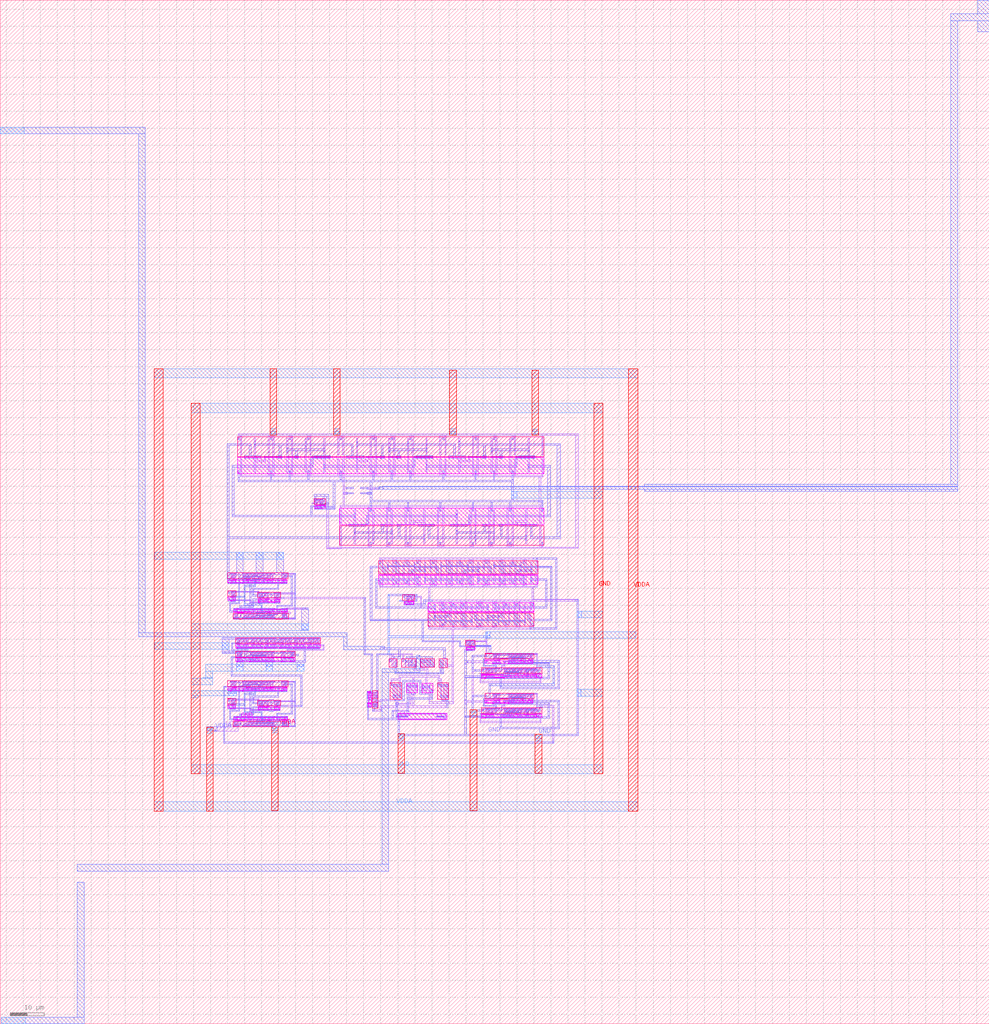
<source format=lef>
VERSION 5.7 ;
  NOWIREEXTENSIONATPIN ON ;
  DIVIDERCHAR "/" ;
  BUSBITCHARS "[]" ;
MACRO ALib_VCO_ADC2_op2
  CLASS BLOCK ;
  FOREIGN ALib_VCO_ADC2_op2 ;
  ORIGIN 76.750 132.850 ;
  SIZE 290.450 BY 300.500 ;
  PIN VDDA
    ANTENNAGATEAREA 0.495000 ;
    ANTENNADIFFAREA 100.225044 ;
    PORT
      LAYER nwell ;
        RECT -7.100 33.650 82.900 39.450 ;
        RECT 15.350 19.700 18.750 21.300 ;
        RECT 15.350 19.695 18.030 19.700 ;
        RECT 22.900 7.600 82.900 13.400 ;
        RECT -10.000 -2.180 7.750 -0.480 ;
        RECT -9.950 -5.740 -9.050 -5.680 ;
        RECT -9.950 -7.345 -7.490 -5.740 ;
        RECT 2.350 -6.210 3.350 -6.180 ;
        RECT -9.950 -7.380 -9.100 -7.345 ;
        RECT -1.240 -7.815 5.560 -6.210 ;
        RECT 2.350 -7.830 3.350 -7.815 ;
        RECT 41.400 -8.450 44.930 -6.850 ;
        RECT 42.250 -8.455 44.930 -8.450 ;
        RECT -6.650 -12.395 -5.800 -12.380 ;
        RECT 4.100 -12.395 5.900 -12.380 ;
        RECT -8.390 -14.000 7.890 -12.395 ;
        RECT -6.650 -14.030 -5.800 -14.000 ;
        RECT 4.100 -14.030 6.050 -14.000 ;
        RECT -7.400 -19.550 17.300 -19.500 ;
        RECT -7.600 -21.200 17.300 -19.550 ;
        RECT 59.850 -21.850 62.700 -20.250 ;
        RECT 59.850 -21.855 62.070 -21.850 ;
        RECT -6.450 -23.550 9.900 -23.500 ;
        RECT -7.600 -25.200 9.900 -23.550 ;
        RECT 65.550 -24.150 67.700 -24.100 ;
        RECT 37.400 -28.250 39.800 -25.650 ;
        RECT 41.150 -28.250 45.350 -25.650 ;
        RECT 65.550 -25.750 79.940 -24.150 ;
        RECT 67.600 -25.755 79.940 -25.750 ;
        RECT 70.200 -25.800 72.300 -25.755 ;
        RECT 64.550 -29.950 82.300 -28.350 ;
        RECT 65.400 -29.955 82.300 -29.950 ;
        RECT 68.500 -30.000 70.850 -29.955 ;
        RECT 80.800 -30.000 82.300 -29.955 ;
        RECT -10.000 -33.830 7.750 -32.130 ;
        RECT 32.545 -37.250 34.150 -35.100 ;
        RECT -9.950 -37.390 -9.050 -37.330 ;
        RECT -9.950 -38.995 -7.490 -37.390 ;
        RECT 2.350 -37.860 3.350 -37.830 ;
        RECT -9.950 -39.030 -9.100 -38.995 ;
        RECT -1.240 -39.465 5.560 -37.860 ;
        RECT 32.500 -38.400 34.150 -37.250 ;
        RECT 65.550 -35.850 67.700 -35.800 ;
        RECT 65.550 -37.450 79.940 -35.850 ;
        RECT 67.600 -37.455 79.940 -37.450 ;
        RECT 70.200 -37.500 72.300 -37.455 ;
        RECT 2.350 -39.480 3.350 -39.465 ;
        RECT 32.545 -40.160 34.150 -38.400 ;
        RECT 64.550 -41.650 82.300 -40.050 ;
        RECT 65.400 -41.655 82.300 -41.650 ;
        RECT 68.500 -41.700 70.850 -41.655 ;
        RECT 80.800 -41.700 82.300 -41.655 ;
        RECT -6.650 -44.045 -5.800 -44.030 ;
        RECT 4.100 -44.045 5.900 -44.030 ;
        RECT -8.390 -45.650 7.890 -44.045 ;
        RECT -6.650 -45.680 -5.800 -45.650 ;
        RECT 4.100 -45.680 6.050 -45.650 ;
      LAYER li1 ;
        RECT -6.900 39.950 93.100 40.350 ;
        RECT -6.900 38.600 -6.500 39.950 ;
        RECT -6.200 34.050 -5.800 39.950 ;
        RECT 1.900 34.050 2.300 39.950 ;
        RECT 2.600 39.050 3.000 39.950 ;
        RECT 3.300 39.050 3.700 39.950 ;
        RECT 2.600 38.600 3.700 39.050 ;
        RECT 8.050 39.050 8.450 39.950 ;
        RECT 8.750 39.050 9.150 39.950 ;
        RECT 8.050 38.600 9.150 39.050 ;
        RECT 13.500 38.600 13.900 39.950 ;
        RECT 3.300 34.050 3.700 38.600 ;
        RECT 8.750 34.050 9.150 38.600 ;
        RECT 14.200 34.050 14.600 39.950 ;
        RECT 22.300 34.050 22.700 39.950 ;
        RECT 23.100 38.600 23.500 39.950 ;
        RECT 23.800 34.050 24.200 39.950 ;
        RECT 31.900 34.050 32.300 39.950 ;
        RECT 32.600 39.050 33.000 39.950 ;
        RECT 33.300 39.050 33.700 39.950 ;
        RECT 32.600 38.600 33.700 39.050 ;
        RECT 38.050 39.050 38.450 39.950 ;
        RECT 38.750 39.050 39.150 39.950 ;
        RECT 38.050 38.600 39.150 39.050 ;
        RECT 43.500 38.600 43.900 39.950 ;
        RECT 33.300 34.050 33.700 38.600 ;
        RECT 38.750 34.050 39.150 38.600 ;
        RECT 44.200 34.050 44.600 39.950 ;
        RECT 52.300 34.050 52.700 39.950 ;
        RECT 53.100 38.600 53.500 39.950 ;
        RECT 53.800 34.050 54.200 39.950 ;
        RECT 61.900 34.050 62.300 39.950 ;
        RECT 62.600 39.050 63.000 39.950 ;
        RECT 63.300 39.050 63.700 39.950 ;
        RECT 62.600 38.600 63.700 39.050 ;
        RECT 68.050 39.050 68.450 39.950 ;
        RECT 68.750 39.050 69.150 39.950 ;
        RECT 68.050 38.600 69.150 39.050 ;
        RECT 73.500 38.600 73.900 39.950 ;
        RECT 63.300 34.050 63.700 38.600 ;
        RECT 68.750 34.050 69.150 38.600 ;
        RECT 74.200 34.050 74.600 39.950 ;
        RECT 82.300 34.050 82.700 39.950 ;
        RECT 15.540 21.025 17.840 21.195 ;
        RECT 16.055 20.625 16.990 21.025 ;
        RECT 17.515 20.050 17.755 20.345 ;
        RECT 18.100 20.250 18.500 20.750 ;
        RECT 17.515 19.550 17.950 20.050 ;
        RECT 17.515 19.365 17.755 19.550 ;
        RECT 19.150 7.100 19.650 20.050 ;
        RECT 23.100 7.100 23.500 13.000 ;
        RECT 31.200 7.100 31.600 13.000 ;
        RECT 36.650 8.450 37.050 13.000 ;
        RECT 42.100 8.450 42.500 13.000 ;
        RECT 31.900 7.100 32.300 8.450 ;
        RECT 36.650 8.000 37.750 8.450 ;
        RECT 36.650 7.100 37.050 8.000 ;
        RECT 37.350 7.100 37.750 8.000 ;
        RECT 42.100 8.000 43.200 8.450 ;
        RECT 42.100 7.100 42.500 8.000 ;
        RECT 42.800 7.100 43.200 8.000 ;
        RECT 43.500 7.100 43.900 13.000 ;
        RECT 51.600 7.100 52.000 13.000 ;
        RECT 52.300 7.100 52.700 8.450 ;
        RECT 53.100 7.100 53.500 13.000 ;
        RECT 61.200 7.100 61.600 13.000 ;
        RECT 66.650 8.450 67.050 13.000 ;
        RECT 72.100 8.450 72.500 13.000 ;
        RECT 61.900 7.100 62.300 8.450 ;
        RECT 66.650 8.000 67.750 8.450 ;
        RECT 66.650 7.100 67.050 8.000 ;
        RECT 67.350 7.100 67.750 8.000 ;
        RECT 72.100 8.000 73.200 8.450 ;
        RECT 72.100 7.100 72.500 8.000 ;
        RECT 72.800 7.100 73.200 8.000 ;
        RECT 73.500 7.100 73.900 13.000 ;
        RECT 81.600 7.100 82.000 13.000 ;
        RECT 82.300 7.100 82.700 8.450 ;
        RECT 92.100 7.100 93.100 39.950 ;
        RECT 19.150 6.700 93.100 7.100 ;
        RECT 19.150 6.600 23.500 6.700 ;
        RECT 7.450 -0.635 10.000 -0.630 ;
        RECT -9.210 -0.805 -7.370 -0.635 ;
        RECT -5.770 -0.805 3.890 -0.635 ;
        RECT 5.700 -0.805 10.000 -0.635 ;
        RECT -8.650 -1.565 -8.320 -0.805 ;
        RECT -7.720 -1.955 -7.460 -0.805 ;
        RECT -6.750 -1.580 -6.350 -1.080 ;
        RECT -5.255 -1.305 -4.925 -0.805 ;
        RECT -4.315 -1.305 -3.985 -0.805 ;
        RECT -2.340 -1.185 -1.960 -0.805 ;
        RECT -1.440 -1.185 -1.110 -0.805 ;
        RECT 0.170 -1.185 0.590 -0.805 ;
        RECT 1.260 -1.495 1.590 -0.805 ;
        RECT 2.710 -1.605 2.995 -0.805 ;
        RECT 6.260 -1.565 6.590 -0.805 ;
        RECT 7.190 -0.980 10.000 -0.805 ;
        RECT 7.190 -1.955 7.450 -0.980 ;
        RECT 9.650 -1.430 10.000 -0.980 ;
        RECT -7.850 -5.845 -0.700 -5.830 ;
        RECT -9.060 -6.015 -0.700 -5.845 ;
        RECT -9.750 -6.630 -9.350 -6.130 ;
        RECT -8.935 -7.155 -8.705 -6.015 ;
        RECT -8.035 -6.180 -0.700 -6.015 ;
        RECT -8.035 -7.155 -7.825 -6.180 ;
        RECT -1.050 -6.315 -0.700 -6.180 ;
        RECT -1.050 -6.485 2.170 -6.315 ;
        RECT 3.530 -6.330 5.370 -6.315 ;
        RECT 9.650 -6.330 10.000 -5.880 ;
        RECT 3.530 -6.485 10.000 -6.330 ;
        RECT 0.005 -7.335 0.175 -6.485 ;
        RECT 0.845 -6.995 1.015 -6.485 ;
        RECT 2.700 -7.380 3.100 -6.880 ;
        RECT 4.090 -7.245 4.420 -6.485 ;
        RECT 5.020 -6.680 10.000 -6.485 ;
        RECT 5.020 -7.635 5.280 -6.680 ;
        RECT 9.650 -7.080 10.000 -6.680 ;
        RECT 42.440 -7.125 44.740 -6.955 ;
        RECT 41.800 -7.970 42.100 -7.470 ;
        RECT 42.955 -7.525 43.890 -7.125 ;
        RECT 44.415 -8.450 44.655 -7.805 ;
        RECT 44.415 -8.750 44.800 -8.450 ;
        RECT 44.415 -8.785 44.655 -8.750 ;
        RECT -8.055 -13.725 -7.845 -12.585 ;
        RECT -7.175 -13.725 -6.945 -12.585 ;
        RECT -6.350 -13.330 -5.950 -12.830 ;
        RECT -4.835 -13.725 -4.550 -12.925 ;
        RECT -3.430 -13.725 -3.100 -13.035 ;
        RECT -2.430 -13.725 -2.010 -13.345 ;
        RECT -0.730 -13.725 -0.400 -13.345 ;
        RECT 0.120 -13.725 0.500 -13.345 ;
        RECT 2.145 -13.725 2.475 -13.225 ;
        RECT 3.085 -13.725 3.415 -13.225 ;
        RECT 5.950 -13.725 6.210 -12.575 ;
        RECT 6.810 -13.725 7.140 -12.965 ;
        RECT 9.650 -13.680 10.000 -13.230 ;
        RECT 7.650 -13.725 10.000 -13.680 ;
        RECT -8.200 -13.895 -6.820 -13.725 ;
        RECT -5.730 -13.895 3.930 -13.725 ;
        RECT 5.860 -13.895 10.000 -13.725 ;
        RECT 7.650 -14.030 10.000 -13.895 ;
        RECT -7.400 -19.655 -7.000 -19.500 ;
        RECT -7.410 -19.825 -3.730 -19.655 ;
        RECT -3.310 -19.825 0.370 -19.655 ;
        RECT 0.790 -19.825 4.470 -19.655 ;
        RECT 5.190 -19.825 8.870 -19.655 ;
        RECT 9.290 -19.825 12.970 -19.655 ;
        RECT 13.390 -19.825 17.070 -19.655 ;
        RECT -6.755 -20.285 -6.485 -19.825 ;
        RECT -4.695 -20.285 -4.370 -19.825 ;
        RECT -2.655 -20.285 -2.385 -19.825 ;
        RECT -0.595 -20.285 -0.270 -19.825 ;
        RECT 1.445 -20.285 1.715 -19.825 ;
        RECT 3.505 -20.285 3.830 -19.825 ;
        RECT 4.700 -20.650 5.100 -20.150 ;
        RECT 5.845 -20.285 6.115 -19.825 ;
        RECT 7.905 -20.285 8.230 -19.825 ;
        RECT 9.945 -20.285 10.215 -19.825 ;
        RECT 12.005 -20.285 12.330 -19.825 ;
        RECT 14.045 -20.285 14.315 -19.825 ;
        RECT 16.105 -20.285 16.430 -19.825 ;
        RECT 60.040 -20.400 61.880 -20.355 ;
        RECT 65.800 -20.400 66.250 -19.000 ;
        RECT 60.040 -20.525 66.250 -20.400 ;
        RECT 60.600 -21.285 60.930 -20.525 ;
        RECT 61.530 -20.750 66.250 -20.525 ;
        RECT 61.530 -21.675 61.790 -20.750 ;
        RECT 62.150 -21.600 62.450 -20.750 ;
        RECT -5.950 -23.655 -3.200 -23.500 ;
        RECT -7.410 -23.700 3.750 -23.655 ;
        RECT -7.410 -23.825 -5.570 -23.700 ;
        RECT -6.850 -24.585 -6.520 -23.825 ;
        RECT -5.920 -24.975 -5.660 -23.825 ;
        RECT -5.150 -24.650 -4.750 -23.700 ;
        RECT -3.610 -23.825 3.750 -23.700 ;
        RECT 5.640 -23.825 7.020 -23.655 ;
        RECT 8.290 -23.825 9.670 -23.655 ;
        RECT -3.095 -24.325 -2.765 -23.825 ;
        RECT -2.170 -24.285 -1.905 -23.825 ;
        RECT 0.000 -24.625 0.170 -23.825 ;
        RECT 1.880 -24.325 2.195 -23.825 ;
        RECT 2.935 -24.835 3.105 -23.825 ;
        RECT 5.725 -24.965 6.005 -23.825 ;
        RECT 6.675 -24.965 6.935 -23.825 ;
        RECT 8.415 -24.965 8.645 -23.825 ;
        RECT 9.315 -24.965 9.525 -23.825 ;
        RECT 37.600 -24.550 44.250 -24.150 ;
        RECT 37.600 -26.550 38.000 -24.550 ;
        RECT 38.300 -27.850 38.700 -24.550 ;
        RECT 41.350 -26.500 41.750 -24.550 ;
        RECT 42.050 -27.850 42.450 -26.050 ;
        RECT 43.850 -27.850 44.250 -24.550 ;
        RECT 65.850 -25.150 66.250 -20.750 ;
        RECT 79.700 -24.255 81.050 -24.100 ;
        RECT 67.790 -24.425 70.090 -24.255 ;
        RECT 72.390 -24.425 81.050 -24.255 ;
        RECT 67.920 -25.565 68.185 -24.425 ;
        RECT 68.855 -25.225 69.025 -24.425 ;
        RECT 69.695 -24.885 69.905 -24.425 ;
        RECT 72.905 -24.925 73.235 -24.425 ;
        RECT 73.830 -24.885 74.095 -24.425 ;
        RECT 76.000 -25.225 76.170 -24.425 ;
        RECT 77.880 -24.925 78.195 -24.425 ;
        RECT 78.935 -25.435 79.105 -24.425 ;
        RECT 79.700 -24.450 81.050 -24.425 ;
        RECT 80.650 -28.200 81.050 -24.450 ;
        RECT 61.800 -28.900 62.300 -28.300 ;
        RECT 68.350 -28.455 70.000 -28.300 ;
        RECT 65.590 -28.625 70.000 -28.455 ;
        RECT 70.990 -28.625 80.650 -28.455 ;
        RECT 61.800 -29.400 62.900 -28.900 ;
        RECT 64.850 -29.400 65.250 -28.900 ;
        RECT 7.450 -32.285 10.000 -32.280 ;
        RECT -9.210 -32.455 -7.370 -32.285 ;
        RECT -5.770 -32.455 3.890 -32.285 ;
        RECT 5.700 -32.455 10.000 -32.285 ;
        RECT -8.650 -33.215 -8.320 -32.455 ;
        RECT -7.720 -33.605 -7.460 -32.455 ;
        RECT -6.750 -33.230 -6.350 -32.730 ;
        RECT -5.255 -32.955 -4.925 -32.455 ;
        RECT -4.315 -32.955 -3.985 -32.455 ;
        RECT -2.340 -32.835 -1.960 -32.455 ;
        RECT -1.440 -32.835 -1.110 -32.455 ;
        RECT 0.170 -32.835 0.590 -32.455 ;
        RECT 1.260 -33.145 1.590 -32.455 ;
        RECT 2.710 -33.255 2.995 -32.455 ;
        RECT 6.260 -33.215 6.590 -32.455 ;
        RECT 7.190 -32.630 10.000 -32.455 ;
        RECT 7.190 -33.605 7.450 -32.630 ;
        RECT 9.650 -33.080 10.000 -32.630 ;
        RECT 33.875 -35.850 34.045 -35.290 ;
        RECT 33.115 -36.180 34.045 -35.850 ;
        RECT 33.875 -36.780 34.045 -36.180 ;
        RECT 32.725 -37.040 34.045 -36.780 ;
        RECT 33.875 -37.130 34.045 -37.040 ;
        RECT 61.800 -36.350 62.300 -29.400 ;
        RECT 66.185 -29.425 66.425 -28.625 ;
        RECT 66.945 -29.425 67.275 -28.625 ;
        RECT 67.785 -29.775 68.115 -28.625 ;
        RECT 68.350 -28.750 70.000 -28.625 ;
        RECT 71.505 -29.125 71.835 -28.625 ;
        RECT 72.430 -29.085 72.695 -28.625 ;
        RECT 74.600 -29.425 74.770 -28.625 ;
        RECT 76.480 -29.125 76.795 -28.625 ;
        RECT 77.540 -29.635 77.710 -28.625 ;
        RECT 78.380 -29.540 78.555 -28.625 ;
        RECT 79.415 -29.765 79.630 -28.625 ;
        RECT 80.305 -29.765 80.555 -28.625 ;
        RECT 81.000 -29.750 81.500 -29.350 ;
        RECT 79.700 -35.955 81.050 -35.800 ;
        RECT 67.790 -36.125 70.090 -35.955 ;
        RECT 72.390 -36.125 81.050 -35.955 ;
        RECT 61.800 -36.850 62.900 -36.350 ;
        RECT 65.850 -36.850 66.250 -36.350 ;
        RECT -7.850 -37.495 -0.700 -37.480 ;
        RECT -9.060 -37.665 -0.700 -37.495 ;
        RECT -9.750 -38.280 -9.350 -37.780 ;
        RECT -8.935 -38.805 -8.705 -37.665 ;
        RECT -8.035 -37.830 -0.700 -37.665 ;
        RECT -8.035 -38.805 -7.825 -37.830 ;
        RECT -1.050 -37.965 -0.700 -37.830 ;
        RECT -1.050 -38.135 2.170 -37.965 ;
        RECT 3.530 -37.980 5.370 -37.965 ;
        RECT 9.650 -37.980 10.000 -37.530 ;
        RECT 32.900 -37.750 33.400 -37.350 ;
        RECT 61.800 -37.450 62.300 -36.850 ;
        RECT 67.920 -37.265 68.185 -36.125 ;
        RECT 68.855 -36.925 69.025 -36.125 ;
        RECT 69.695 -36.585 69.905 -36.125 ;
        RECT 72.905 -36.625 73.235 -36.125 ;
        RECT 73.830 -36.585 74.095 -36.125 ;
        RECT 76.000 -36.925 76.170 -36.125 ;
        RECT 77.880 -36.625 78.195 -36.125 ;
        RECT 78.935 -37.135 79.105 -36.125 ;
        RECT 79.700 -36.150 81.050 -36.125 ;
        RECT 3.530 -38.135 10.000 -37.980 ;
        RECT 0.005 -38.985 0.175 -38.135 ;
        RECT 0.845 -38.645 1.015 -38.135 ;
        RECT 2.700 -39.030 3.100 -38.530 ;
        RECT 4.090 -38.895 4.420 -38.135 ;
        RECT 5.020 -38.330 10.000 -38.135 ;
        RECT 5.020 -39.285 5.280 -38.330 ;
        RECT 9.650 -38.730 10.000 -38.330 ;
        RECT 33.875 -38.715 34.045 -38.590 ;
        RECT 32.735 -38.945 34.045 -38.715 ;
        RECT 33.875 -39.615 34.045 -38.945 ;
        RECT 32.735 -39.825 34.045 -39.615 ;
        RECT 33.875 -39.970 34.045 -39.825 ;
        RECT 80.650 -39.900 81.050 -36.150 ;
        RECT 68.350 -40.155 70.000 -40.000 ;
        RECT 65.590 -40.325 70.000 -40.155 ;
        RECT 70.990 -40.325 80.650 -40.155 ;
        RECT 64.850 -41.100 65.250 -40.600 ;
        RECT 66.185 -41.125 66.425 -40.325 ;
        RECT 66.945 -41.125 67.275 -40.325 ;
        RECT 67.785 -41.475 68.115 -40.325 ;
        RECT 68.350 -40.450 70.000 -40.325 ;
        RECT 71.505 -40.825 71.835 -40.325 ;
        RECT 72.430 -40.785 72.695 -40.325 ;
        RECT 74.600 -41.125 74.770 -40.325 ;
        RECT 76.480 -40.825 76.795 -40.325 ;
        RECT 77.540 -41.335 77.710 -40.325 ;
        RECT 78.380 -41.240 78.555 -40.325 ;
        RECT 79.415 -41.465 79.630 -40.325 ;
        RECT 80.305 -41.465 80.555 -40.325 ;
        RECT 81.000 -41.450 81.500 -41.050 ;
        RECT -8.055 -45.375 -7.845 -44.235 ;
        RECT -7.175 -45.375 -6.945 -44.235 ;
        RECT -6.350 -44.980 -5.950 -44.480 ;
        RECT -4.835 -45.375 -4.550 -44.575 ;
        RECT -3.430 -45.375 -3.100 -44.685 ;
        RECT -2.430 -45.375 -2.010 -44.995 ;
        RECT -0.730 -45.375 -0.400 -44.995 ;
        RECT 0.120 -45.375 0.500 -44.995 ;
        RECT 2.145 -45.375 2.475 -44.875 ;
        RECT 3.085 -45.375 3.415 -44.875 ;
        RECT 5.950 -45.375 6.210 -44.225 ;
        RECT 6.810 -45.375 7.140 -44.615 ;
        RECT 9.650 -45.330 10.000 -44.880 ;
        RECT 7.650 -45.375 10.000 -45.330 ;
        RECT -8.200 -45.545 -6.820 -45.375 ;
        RECT -5.730 -45.545 3.930 -45.375 ;
        RECT 5.860 -45.545 10.000 -45.375 ;
        RECT -8.200 -45.700 -6.900 -45.545 ;
        RECT 7.650 -45.680 10.000 -45.545 ;
        RECT -14.200 -46.900 -6.900 -45.700 ;
      LAYER met1 ;
        RECT 2.450 39.950 4.450 40.350 ;
        RECT 21.100 39.950 23.100 40.350 ;
        RECT 55.200 39.950 57.200 40.350 ;
        RECT 79.350 39.950 81.350 40.350 ;
        RECT -6.900 38.600 -6.500 39.100 ;
        RECT 2.600 38.600 3.000 39.100 ;
        RECT 8.050 38.600 8.450 39.100 ;
        RECT 13.500 38.600 13.900 39.100 ;
        RECT 23.100 38.600 23.500 39.100 ;
        RECT 32.600 38.600 33.000 39.100 ;
        RECT 38.050 38.600 38.450 39.100 ;
        RECT 43.500 38.600 43.900 39.100 ;
        RECT 53.100 38.600 53.500 39.100 ;
        RECT 62.600 38.600 63.000 39.100 ;
        RECT 68.050 38.600 68.450 39.100 ;
        RECT 73.500 38.600 73.900 39.100 ;
        RECT 15.450 22.050 19.650 22.550 ;
        RECT 15.550 21.350 16.050 22.050 ;
        RECT 15.540 20.870 17.840 21.350 ;
        RECT 18.100 20.250 18.500 22.050 ;
        RECT 17.350 19.850 17.950 20.150 ;
        RECT 19.150 19.850 19.650 22.050 ;
        RECT 17.350 19.550 19.650 19.850 ;
        RECT 31.900 7.950 32.300 8.450 ;
        RECT 37.350 7.950 37.750 8.450 ;
        RECT 42.800 7.950 43.200 8.450 ;
        RECT 52.300 7.950 52.700 8.450 ;
        RECT 61.900 7.950 62.300 8.450 ;
        RECT 67.350 7.950 67.750 8.450 ;
        RECT 72.800 7.950 73.200 8.450 ;
        RECT 82.300 7.950 82.700 8.450 ;
        RECT -7.400 -0.480 -5.400 5.550 ;
        RECT -1.600 -0.480 0.400 5.550 ;
        RECT 4.450 -0.480 6.450 5.550 ;
        RECT -9.210 -0.960 7.540 -0.480 ;
        RECT -7.400 -0.980 -5.700 -0.960 ;
        RECT 3.850 -0.980 5.700 -0.960 ;
        RECT 9.200 -0.980 10.000 -0.630 ;
        RECT -6.750 -1.580 -6.350 -0.980 ;
        RECT -9.750 -5.690 -9.000 -5.680 ;
        RECT -9.750 -6.170 -7.680 -5.690 ;
        RECT 2.150 -6.160 3.550 -6.130 ;
        RECT -9.750 -6.180 -9.000 -6.170 ;
        RECT -9.750 -6.630 -9.350 -6.180 ;
        RECT -1.050 -6.630 5.370 -6.160 ;
        RECT -1.050 -6.640 2.170 -6.630 ;
        RECT 2.700 -7.380 3.100 -6.630 ;
        RECT 3.530 -6.640 5.370 -6.630 ;
        RECT -8.200 -13.580 -6.820 -13.570 ;
        RECT -6.350 -13.580 -5.950 -12.830 ;
        RECT -5.730 -13.580 3.930 -13.570 ;
        RECT 5.860 -13.580 7.700 -13.570 ;
        RECT -8.200 -14.030 7.700 -13.580 ;
        RECT 9.650 -13.680 10.000 -0.980 ;
        RECT 37.100 -7.250 45.600 -6.800 ;
        RECT 41.800 -7.970 42.100 -7.250 ;
        RECT 42.440 -7.280 44.740 -7.250 ;
        RECT 45.250 -8.450 45.600 -7.250 ;
        RECT 44.400 -8.800 45.600 -8.450 ;
        RECT 9.250 -14.030 10.000 -13.680 ;
        RECT -8.200 -14.050 -6.820 -14.030 ;
        RECT -5.730 -14.050 3.930 -14.030 ;
        RECT 5.860 -14.050 7.700 -14.030 ;
        RECT 65.800 -19.000 66.250 -17.700 ;
        RECT 65.200 -19.450 66.250 -19.000 ;
        RECT -11.600 -19.980 17.070 -19.500 ;
        RECT -11.600 -20.000 -7.300 -19.980 ;
        RECT -3.750 -20.000 -3.250 -19.980 ;
        RECT 0.350 -20.000 0.850 -19.980 ;
        RECT 4.450 -20.000 5.200 -19.980 ;
        RECT 8.850 -20.000 9.300 -19.980 ;
        RECT 12.950 -20.000 13.400 -19.980 ;
        RECT -11.600 -23.500 -9.600 -20.000 ;
        RECT 4.700 -20.650 5.100 -20.000 ;
        RECT 60.040 -20.680 61.880 -20.200 ;
        RECT 62.150 -21.600 62.450 -21.100 ;
        RECT -11.600 -23.980 -5.570 -23.500 ;
        RECT -3.610 -23.980 9.670 -23.500 ;
        RECT -11.600 -24.000 -7.300 -23.980 ;
        RECT 3.750 -24.000 5.650 -23.980 ;
        RECT 7.000 -24.000 8.300 -23.980 ;
        RECT -5.150 -24.650 -4.750 -24.150 ;
        RECT 33.700 -24.550 38.700 -24.150 ;
        RECT -9.210 -32.610 7.540 -32.130 ;
        RECT -7.400 -32.630 -5.700 -32.610 ;
        RECT 3.850 -32.630 5.700 -32.610 ;
        RECT 9.200 -32.630 10.000 -32.280 ;
        RECT -6.750 -33.230 -6.350 -32.630 ;
        RECT -9.750 -37.340 -9.000 -37.330 ;
        RECT -9.750 -37.820 -7.680 -37.340 ;
        RECT 2.150 -37.810 3.550 -37.780 ;
        RECT -9.750 -37.830 -9.000 -37.820 ;
        RECT -9.750 -38.280 -9.350 -37.830 ;
        RECT -1.050 -38.280 5.370 -37.810 ;
        RECT -1.050 -38.290 2.170 -38.280 ;
        RECT 2.700 -39.030 3.100 -38.280 ;
        RECT 3.530 -38.290 5.370 -38.280 ;
        RECT -8.200 -45.230 -6.820 -45.220 ;
        RECT -6.350 -45.230 -5.950 -44.480 ;
        RECT -5.730 -45.230 3.930 -45.220 ;
        RECT 5.860 -45.230 7.700 -45.220 ;
        RECT -8.200 -45.680 7.700 -45.230 ;
        RECT 9.650 -45.330 10.000 -32.630 ;
        RECT 33.700 -35.300 34.200 -24.550 ;
        RECT 67.790 -24.580 79.750 -24.100 ;
        RECT 70.050 -24.600 72.500 -24.580 ;
        RECT 61.800 -25.150 66.250 -24.650 ;
        RECT 37.600 -26.550 38.000 -26.050 ;
        RECT 41.350 -26.500 41.750 -26.000 ;
        RECT 42.050 -26.200 42.450 -26.050 ;
        RECT 43.850 -26.200 44.250 -26.050 ;
        RECT 42.050 -26.700 44.250 -26.200 ;
        RECT 42.050 -26.850 42.450 -26.700 ;
        RECT 43.850 -26.850 44.250 -26.700 ;
        RECT 61.800 -28.900 62.300 -25.150 ;
        RECT 80.650 -28.300 81.050 -27.800 ;
        RECT 64.850 -28.750 68.350 -28.300 ;
        RECT 69.500 -28.750 81.050 -28.300 ;
        RECT 64.850 -28.900 65.250 -28.750 ;
        RECT 65.590 -28.780 68.350 -28.750 ;
        RECT 70.990 -28.780 81.050 -28.750 ;
        RECT 80.650 -28.800 81.050 -28.780 ;
        RECT 61.800 -29.400 65.250 -28.900 ;
        RECT 81.000 -29.750 81.500 -29.350 ;
        RECT 33.720 -37.100 34.200 -35.300 ;
        RECT 67.790 -36.280 79.750 -35.800 ;
        RECT 70.050 -36.300 72.500 -36.280 ;
        RECT 33.700 -37.350 34.200 -37.100 ;
        RECT 32.900 -37.750 34.200 -37.350 ;
        RECT 33.700 -38.600 34.200 -37.750 ;
        RECT 33.720 -39.970 34.200 -38.600 ;
        RECT 61.800 -36.850 66.250 -36.350 ;
        RECT 61.800 -40.600 62.300 -36.850 ;
        RECT 80.650 -40.000 81.050 -39.500 ;
        RECT 64.850 -40.450 68.350 -40.000 ;
        RECT 69.500 -40.450 81.050 -40.000 ;
        RECT 64.850 -40.600 65.250 -40.450 ;
        RECT 65.590 -40.480 68.350 -40.450 ;
        RECT 70.990 -40.480 81.050 -40.450 ;
        RECT 80.650 -40.500 81.050 -40.480 ;
        RECT 61.250 -41.100 65.250 -40.600 ;
        RECT 81.000 -41.450 81.500 -41.050 ;
        RECT 9.250 -45.680 10.000 -45.330 ;
        RECT -8.200 -45.700 -6.200 -45.680 ;
        RECT -5.730 -45.700 4.900 -45.680 ;
        RECT 5.860 -45.700 7.700 -45.680 ;
        RECT -16.200 -46.850 -13.000 -45.700 ;
        RECT 2.900 -46.250 4.900 -45.700 ;
        RECT -14.200 -46.900 -13.000 -46.850 ;
      LAYER met2 ;
        RECT 2.450 39.950 4.450 41.050 ;
        RECT 21.100 39.950 23.100 41.050 ;
        RECT 55.200 39.950 57.200 41.100 ;
        RECT 79.350 39.950 81.350 41.050 ;
        RECT -7.400 3.550 -5.400 5.550 ;
        RECT -1.600 3.550 0.400 5.550 ;
        RECT 4.450 3.550 6.450 5.550 ;
        RECT 37.100 -19.000 37.600 -6.800 ;
        RECT 65.800 -19.000 67.100 -17.700 ;
        RECT 37.100 -19.450 67.100 -19.000 ;
        RECT -11.600 -22.950 -9.600 -20.950 ;
        RECT 37.100 -24.550 37.600 -19.450 ;
        RECT 65.800 -19.700 67.100 -19.450 ;
        RECT 61.250 -41.600 63.250 -40.600 ;
        RECT -16.200 -46.850 -14.200 -45.750 ;
        RECT 2.900 -46.800 4.900 -45.700 ;
      LAYER met3 ;
        RECT -31.620 56.780 110.500 59.500 ;
        RECT -5.650 56.750 -3.400 56.780 ;
        RECT 2.450 40.350 4.450 41.850 ;
        RECT 21.100 40.350 23.100 41.850 ;
        RECT 55.200 40.350 57.200 41.850 ;
        RECT 79.350 40.350 81.350 41.750 ;
        RECT -31.450 3.550 6.450 5.550 ;
        RECT 65.800 -19.700 109.900 -17.700 ;
        RECT -31.450 -22.950 -9.600 -20.950 ;
        RECT 61.250 -42.200 63.250 -41.100 ;
        RECT -16.200 -47.500 -14.200 -46.200 ;
        RECT 2.900 -47.400 4.900 -46.200 ;
        RECT -31.620 -70.380 110.500 -67.660 ;
      LAYER met4 ;
        RECT -31.620 -70.380 -28.900 59.500 ;
        RECT 2.450 39.950 4.450 59.500 ;
        RECT 21.100 39.950 23.100 59.500 ;
        RECT 55.200 39.950 57.200 58.950 ;
        RECT 79.350 39.950 81.350 58.950 ;
        RECT -16.200 -70.400 -14.200 -45.750 ;
        RECT 2.900 -70.350 4.900 -45.700 ;
        RECT 61.250 -70.350 63.250 -40.600 ;
        RECT 107.780 -70.380 110.500 59.500 ;
    END
  END VDDA
  PIN GND
    DIRECTION INPUT ;
    USE GROUND ;
    PORT
      LAYER pwell ;
        RECT -7.100 28.600 82.900 33.400 ;
        RECT 16.030 19.400 17.835 19.405 ;
        RECT 16.030 19.175 18.750 19.400 ;
        RECT 15.545 18.500 18.750 19.175 ;
        RECT 15.545 18.495 17.835 18.500 ;
        RECT 15.690 18.305 15.860 18.495 ;
        RECT 22.900 13.650 82.900 18.450 ;
        RECT 34.400 -1.150 36.700 -1.050 ;
        RECT 36.900 -1.150 47.600 -1.050 ;
        RECT 47.800 -1.150 52.300 -1.050 ;
        RECT 52.500 -1.150 63.200 -1.050 ;
        RECT 63.400 -1.150 67.900 -1.050 ;
        RECT 68.100 -1.150 78.800 -1.050 ;
        RECT 79.000 -1.150 81.200 -1.050 ;
        RECT -8.720 -2.630 -7.375 -2.425 ;
        RECT -10.000 -2.655 -9.150 -2.630 ;
        RECT -8.720 -2.655 -5.750 -2.630 ;
        RECT -4.405 -2.655 -3.485 -2.435 ;
        RECT 2.595 -2.535 3.515 -2.425 ;
        RECT 1.180 -2.630 3.515 -2.535 ;
        RECT 1.180 -2.655 5.750 -2.630 ;
        RECT 6.190 -2.655 7.535 -2.425 ;
        RECT -10.000 -3.330 7.535 -2.655 ;
        RECT -9.205 -3.335 -7.375 -3.330 ;
        RECT -5.765 -3.335 3.515 -3.330 ;
        RECT 5.705 -3.335 7.535 -3.330 ;
        RECT -9.065 -3.525 -8.895 -3.335 ;
        RECT -5.625 -3.525 -5.455 -3.335 ;
        RECT 5.845 -3.525 6.015 -3.335 ;
        RECT 34.400 -3.850 81.200 -1.150 ;
        RECT -9.950 -7.635 -9.000 -7.630 ;
        RECT -9.950 -8.530 -7.695 -7.635 ;
        RECT -9.045 -8.545 -7.695 -8.530 ;
        RECT -1.005 -8.330 2.165 -8.105 ;
        RECT -1.005 -8.335 3.550 -8.330 ;
        RECT 4.020 -8.335 5.365 -8.105 ;
        RECT -8.915 -8.735 -8.745 -8.545 ;
        RECT -1.005 -9.015 5.365 -8.335 ;
        RECT 42.930 -8.975 44.735 -8.745 ;
        RECT 42.445 -8.980 44.735 -8.975 ;
        RECT -0.905 -9.205 -0.735 -9.015 ;
        RECT 2.150 -9.030 3.550 -9.015 ;
        RECT 3.675 -9.205 3.845 -9.015 ;
        RECT 41.780 -9.655 44.735 -8.980 ;
        RECT 41.780 -9.660 42.450 -9.655 ;
        RECT 42.590 -9.845 42.760 -9.655 ;
        RECT -7.135 -11.195 -6.965 -11.005 ;
        RECT -6.850 -11.195 -5.350 -11.180 ;
        RECT 3.615 -11.195 3.785 -11.005 ;
        RECT 3.900 -11.195 5.900 -11.180 ;
        RECT 7.385 -11.195 7.555 -11.005 ;
        RECT -8.185 -11.875 7.695 -11.195 ;
        RECT -8.185 -11.995 -3.020 -11.875 ;
        RECT -8.185 -12.105 -4.435 -11.995 ;
        RECT 1.645 -12.095 2.565 -11.875 ;
        RECT 3.900 -11.880 7.210 -11.875 ;
        RECT 5.865 -12.105 7.210 -11.880 ;
        RECT 48.850 -11.950 80.050 -9.250 ;
        RECT 48.850 -12.050 51.050 -11.950 ;
        RECT 51.250 -12.050 61.950 -11.950 ;
        RECT 62.150 -12.050 66.650 -11.950 ;
        RECT 66.850 -12.050 77.550 -11.950 ;
        RECT 77.750 -12.050 80.050 -11.950 ;
        RECT -6.850 -12.130 -5.350 -12.105 ;
        RECT -7.600 -22.400 17.300 -21.400 ;
        RECT 60.530 -22.150 61.875 -22.145 ;
        RECT 60.530 -22.375 62.700 -22.150 ;
        RECT -7.265 -22.545 -7.095 -22.400 ;
        RECT -3.165 -22.545 -2.995 -22.400 ;
        RECT 0.935 -22.545 1.105 -22.400 ;
        RECT 5.335 -22.545 5.505 -22.400 ;
        RECT 9.435 -22.545 9.605 -22.400 ;
        RECT 13.535 -22.545 13.705 -22.400 ;
        RECT 60.045 -23.050 62.700 -22.375 ;
        RECT 60.045 -23.055 61.875 -23.050 ;
        RECT 60.185 -23.245 60.355 -23.055 ;
        RECT -7.600 -26.400 9.900 -25.400 ;
        RECT 65.550 -26.045 67.900 -26.000 ;
        RECT 65.550 -26.250 70.035 -26.045 ;
        RECT 65.550 -26.275 72.450 -26.250 ;
        RECT 75.910 -26.275 76.820 -26.055 ;
        RECT 78.355 -26.275 79.705 -26.045 ;
        RECT -7.265 -26.545 -7.095 -26.400 ;
        RECT -3.465 -26.545 -3.295 -26.400 ;
        RECT 5.780 -26.545 5.950 -26.400 ;
        RECT 8.435 -26.545 8.605 -26.400 ;
        RECT 65.550 -26.955 79.705 -26.275 ;
        RECT 65.550 -27.000 67.900 -26.955 ;
        RECT 67.935 -27.145 68.105 -26.955 ;
        RECT 70.000 -27.000 72.450 -26.955 ;
        RECT 72.535 -27.145 72.705 -26.955 ;
        RECT 65.595 -30.250 68.205 -30.245 ;
        RECT 64.550 -30.450 68.205 -30.250 ;
        RECT 64.550 -30.475 71.050 -30.450 ;
        RECT 74.510 -30.475 75.420 -30.255 ;
        RECT 76.960 -30.475 80.645 -30.245 ;
        RECT 64.550 -31.155 80.645 -30.475 ;
        RECT 64.550 -31.500 65.650 -31.155 ;
        RECT 65.740 -31.345 65.910 -31.155 ;
        RECT 68.200 -31.200 71.050 -31.155 ;
        RECT 71.135 -31.345 71.305 -31.155 ;
        RECT -8.720 -34.280 -7.375 -34.075 ;
        RECT -10.000 -34.305 -9.150 -34.280 ;
        RECT -8.720 -34.305 -5.750 -34.280 ;
        RECT -4.405 -34.305 -3.485 -34.085 ;
        RECT 2.595 -34.185 3.515 -34.075 ;
        RECT 1.180 -34.280 3.515 -34.185 ;
        RECT 1.180 -34.305 5.750 -34.280 ;
        RECT 6.190 -34.305 7.535 -34.075 ;
        RECT -10.000 -34.980 7.535 -34.305 ;
        RECT -9.205 -34.985 -7.375 -34.980 ;
        RECT -5.765 -34.985 3.515 -34.980 ;
        RECT 5.705 -34.985 7.535 -34.980 ;
        RECT -9.065 -35.175 -8.895 -34.985 ;
        RECT -5.625 -35.175 -5.455 -34.985 ;
        RECT 5.845 -35.175 6.015 -34.985 ;
        RECT 31.345 -35.435 32.025 -35.295 ;
        RECT 31.155 -35.605 32.025 -35.435 ;
        RECT 31.345 -35.780 32.025 -35.605 ;
        RECT 42.550 -35.650 45.850 -32.850 ;
        RECT 47.100 -35.650 50.400 -32.850 ;
        RECT 31.345 -37.125 32.255 -35.780 ;
        RECT 31.350 -38.605 32.250 -37.125 ;
        RECT 65.550 -37.745 67.900 -37.700 ;
        RECT 65.550 -37.950 70.035 -37.745 ;
        RECT 65.550 -37.975 72.450 -37.950 ;
        RECT 75.910 -37.975 76.820 -37.755 ;
        RECT 78.355 -37.975 79.705 -37.745 ;
        RECT 31.345 -38.735 32.255 -38.605 ;
        RECT 65.550 -38.655 79.705 -37.975 ;
        RECT 65.550 -38.700 67.900 -38.655 ;
        RECT 31.155 -38.905 32.255 -38.735 ;
        RECT 67.935 -38.845 68.105 -38.655 ;
        RECT 70.000 -38.700 72.450 -38.655 ;
        RECT 72.535 -38.845 72.705 -38.655 ;
        RECT -9.950 -39.285 -9.000 -39.280 ;
        RECT -9.950 -40.180 -7.695 -39.285 ;
        RECT -9.045 -40.195 -7.695 -40.180 ;
        RECT -1.005 -39.980 2.165 -39.755 ;
        RECT -1.005 -39.985 3.550 -39.980 ;
        RECT 4.020 -39.985 5.365 -39.755 ;
        RECT 31.345 -39.955 32.255 -38.905 ;
        RECT -8.915 -40.385 -8.745 -40.195 ;
        RECT -1.005 -40.665 5.365 -39.985 ;
        RECT -0.905 -40.855 -0.735 -40.665 ;
        RECT 2.150 -40.680 3.550 -40.665 ;
        RECT 3.675 -40.855 3.845 -40.665 ;
        RECT -7.135 -42.845 -6.965 -42.655 ;
        RECT -6.850 -42.845 -5.350 -42.830 ;
        RECT 3.615 -42.845 3.785 -42.655 ;
        RECT 3.900 -42.845 5.900 -42.830 ;
        RECT 7.385 -42.845 7.555 -42.655 ;
        RECT -8.185 -43.525 7.695 -42.845 ;
        RECT -8.185 -43.645 -3.020 -43.525 ;
        RECT -8.185 -43.755 -4.435 -43.645 ;
        RECT 1.645 -43.745 2.565 -43.525 ;
        RECT 3.900 -43.530 7.210 -43.525 ;
        RECT 5.865 -43.755 7.210 -43.530 ;
        RECT 40.000 -43.650 54.380 -41.640 ;
        RECT 65.595 -41.950 68.205 -41.945 ;
        RECT 64.550 -42.150 68.205 -41.950 ;
        RECT 64.550 -42.175 71.050 -42.150 ;
        RECT 74.510 -42.175 75.420 -41.955 ;
        RECT 76.960 -42.175 80.645 -41.945 ;
        RECT 64.550 -42.855 80.645 -42.175 ;
        RECT 64.550 -43.200 65.650 -42.855 ;
        RECT 65.740 -43.045 65.910 -42.855 ;
        RECT 68.200 -42.900 71.050 -42.855 ;
        RECT 71.135 -43.045 71.305 -42.855 ;
        RECT -6.850 -43.780 -5.350 -43.755 ;
      LAYER li1 ;
        RECT -6.900 28.950 -6.500 29.450 ;
        RECT 2.600 28.950 3.000 29.450 ;
        RECT 8.050 28.950 8.450 29.450 ;
        RECT 13.500 28.950 13.900 29.450 ;
        RECT 23.100 28.950 23.500 29.450 ;
        RECT 32.600 28.950 33.000 29.450 ;
        RECT 38.050 28.950 38.450 29.450 ;
        RECT 43.500 28.950 43.900 29.450 ;
        RECT 53.100 28.950 53.500 29.450 ;
        RECT 62.600 28.950 63.000 29.450 ;
        RECT 68.050 28.950 68.450 29.450 ;
        RECT 73.500 28.950 73.900 29.450 ;
        RECT 31.000 23.050 31.170 23.130 ;
        RECT 29.185 22.730 31.170 23.050 ;
        RECT 31.000 22.650 31.170 22.730 ;
        RECT 16.055 18.475 16.990 18.875 ;
        RECT 18.100 18.750 18.500 19.250 ;
        RECT 15.540 18.305 17.840 18.475 ;
        RECT 31.900 17.600 32.300 18.100 ;
        RECT 37.350 17.600 37.750 18.100 ;
        RECT 42.800 17.600 43.200 18.100 ;
        RECT 52.300 17.600 52.700 18.100 ;
        RECT 61.900 17.600 62.300 18.100 ;
        RECT 67.350 17.600 67.750 18.100 ;
        RECT 72.800 17.600 73.200 18.100 ;
        RECT 82.300 17.600 82.700 18.100 ;
        RECT -9.800 -3.180 -9.400 -2.680 ;
        RECT -8.650 -3.355 -8.320 -2.975 ;
        RECT -7.720 -3.180 -7.460 -2.515 ;
        RECT -7.720 -3.355 -5.750 -3.180 ;
        RECT -5.255 -3.355 -4.925 -2.975 ;
        RECT -4.315 -3.355 -3.985 -2.975 ;
        RECT -2.160 -3.355 -1.750 -2.915 ;
        RECT -1.010 -3.355 -0.690 -2.895 ;
        RECT 0.920 -3.355 1.580 -2.875 ;
        RECT 2.710 -3.355 2.995 -2.895 ;
        RECT 3.850 -3.355 5.700 -3.230 ;
        RECT 6.260 -3.355 6.590 -2.975 ;
        RECT 7.190 -3.355 7.450 -2.515 ;
        RECT -9.210 -3.525 7.540 -3.355 ;
        RECT -7.500 -3.680 -5.750 -3.525 ;
        RECT 3.850 -3.680 5.700 -3.525 ;
        RECT 34.600 -4.350 35.000 -3.000 ;
        RECT 35.300 -4.350 35.700 -1.450 ;
        RECT 38.500 -4.350 38.900 -1.450 ;
        RECT 40.000 -3.000 40.400 -1.450 ;
        RECT 43.100 -3.000 43.500 -1.450 ;
        RECT 39.300 -3.450 40.400 -3.000 ;
        RECT 39.300 -3.500 39.700 -3.450 ;
        RECT 40.000 -4.350 40.400 -3.450 ;
        RECT 42.400 -3.450 43.500 -3.000 ;
        RECT 42.400 -3.500 42.800 -3.450 ;
        RECT 43.100 -4.350 43.500 -3.450 ;
        RECT 45.500 -4.350 45.900 -3.000 ;
        RECT 46.200 -4.350 46.600 -1.450 ;
        RECT 49.400 -4.350 49.800 -1.450 ;
        RECT 50.200 -4.350 50.600 -3.000 ;
        RECT 50.900 -4.350 51.300 -1.450 ;
        RECT 54.100 -4.350 54.500 -1.450 ;
        RECT 55.600 -3.000 56.000 -1.450 ;
        RECT 58.700 -3.000 59.100 -1.450 ;
        RECT 54.900 -3.450 56.000 -3.000 ;
        RECT 54.900 -3.500 55.300 -3.450 ;
        RECT 55.600 -4.350 56.000 -3.450 ;
        RECT 58.000 -3.450 59.100 -3.000 ;
        RECT 58.000 -3.500 58.400 -3.450 ;
        RECT 58.700 -4.350 59.100 -3.450 ;
        RECT 61.100 -4.350 61.500 -3.000 ;
        RECT 61.800 -4.350 62.200 -1.450 ;
        RECT 65.000 -4.350 65.400 -1.450 ;
        RECT 65.800 -4.350 66.200 -3.000 ;
        RECT 66.500 -4.350 66.900 -1.450 ;
        RECT 69.700 -4.350 70.100 -1.450 ;
        RECT 71.200 -3.000 71.600 -1.450 ;
        RECT 74.300 -3.000 74.700 -1.450 ;
        RECT 70.500 -3.450 71.600 -3.000 ;
        RECT 70.500 -3.500 70.900 -3.450 ;
        RECT 71.200 -4.350 71.600 -3.450 ;
        RECT 73.600 -3.450 74.700 -3.000 ;
        RECT 73.600 -3.500 74.000 -3.450 ;
        RECT 74.300 -4.350 74.700 -3.450 ;
        RECT 76.700 -4.350 77.100 -3.000 ;
        RECT 77.400 -4.350 77.800 -1.450 ;
        RECT 80.600 -4.350 81.000 -1.450 ;
        RECT 34.600 -4.750 81.000 -4.350 ;
        RECT -9.750 -8.380 -9.350 -7.880 ;
        RECT -8.935 -8.565 -8.705 -7.745 ;
        RECT -8.035 -8.380 -7.825 -7.745 ;
        RECT -8.035 -8.565 -3.150 -8.380 ;
        RECT -9.060 -8.730 -3.150 -8.565 ;
        RECT -9.060 -8.735 -7.680 -8.730 ;
        RECT -3.500 -8.930 -3.150 -8.730 ;
        RECT -0.915 -8.930 -0.585 -8.645 ;
        RECT -3.500 -9.035 -0.585 -8.930 ;
        RECT -0.075 -9.035 0.255 -8.645 ;
        RECT 1.795 -9.035 2.085 -8.200 ;
        RECT 2.600 -8.880 3.100 -8.480 ;
        RECT 4.090 -9.035 4.420 -8.655 ;
        RECT 5.020 -9.035 5.280 -8.195 ;
        RECT 49.050 -8.350 49.450 -4.750 ;
        RECT 79.450 -8.250 79.850 -4.750 ;
        RECT 79.450 -8.350 93.050 -8.250 ;
        RECT 49.050 -8.750 93.050 -8.350 ;
        RECT -3.500 -9.205 2.170 -9.035 ;
        RECT 3.530 -9.205 5.370 -9.035 ;
        RECT -3.500 -9.280 -0.850 -9.205 ;
        RECT -6.950 -11.005 -5.650 -10.880 ;
        RECT -3.500 -11.005 -3.150 -9.280 ;
        RECT 41.850 -9.600 42.200 -9.050 ;
        RECT 42.955 -9.675 43.890 -9.275 ;
        RECT 42.440 -9.845 44.740 -9.675 ;
        RECT 3.900 -11.005 6.050 -10.980 ;
        RECT 7.350 -11.005 13.700 -10.650 ;
        RECT -8.200 -11.150 13.700 -11.005 ;
        RECT -8.200 -11.175 7.700 -11.150 ;
        RECT -8.055 -11.995 -7.845 -11.175 ;
        RECT -7.175 -11.330 -5.650 -11.175 ;
        RECT -7.175 -11.995 -6.945 -11.330 ;
        RECT -4.835 -11.635 -4.550 -11.175 ;
        RECT -3.420 -11.655 -2.760 -11.175 ;
        RECT -1.150 -11.635 -0.830 -11.175 ;
        RECT -0.090 -11.615 0.320 -11.175 ;
        RECT 2.145 -11.555 2.475 -11.175 ;
        RECT 3.085 -11.555 3.415 -11.175 ;
        RECT 3.900 -11.330 6.210 -11.175 ;
        RECT 5.000 -11.730 5.500 -11.330 ;
        RECT 5.950 -12.015 6.210 -11.330 ;
        RECT 6.810 -11.555 7.140 -11.175 ;
        RECT 49.050 -11.650 49.450 -8.750 ;
        RECT 52.250 -11.650 52.650 -8.750 ;
        RECT 52.950 -10.100 53.350 -8.750 ;
        RECT 55.350 -9.650 55.750 -8.750 ;
        RECT 56.050 -9.650 56.450 -9.600 ;
        RECT 55.350 -10.100 56.450 -9.650 ;
        RECT 58.450 -9.650 58.850 -8.750 ;
        RECT 59.150 -9.650 59.550 -9.600 ;
        RECT 58.450 -10.100 59.550 -9.650 ;
        RECT 55.350 -11.650 55.750 -10.100 ;
        RECT 58.450 -11.650 58.850 -10.100 ;
        RECT 59.950 -11.650 60.350 -8.750 ;
        RECT 63.150 -11.650 63.550 -8.750 ;
        RECT 63.850 -10.100 64.250 -8.750 ;
        RECT 64.650 -11.650 65.050 -8.750 ;
        RECT 67.850 -11.650 68.250 -8.750 ;
        RECT 68.550 -10.100 68.950 -8.750 ;
        RECT 70.950 -9.650 71.350 -8.750 ;
        RECT 71.650 -9.650 72.050 -9.600 ;
        RECT 70.950 -10.100 72.050 -9.650 ;
        RECT 74.050 -9.650 74.450 -8.750 ;
        RECT 74.750 -9.650 75.150 -9.600 ;
        RECT 74.050 -10.100 75.150 -9.650 ;
        RECT 70.950 -11.650 71.350 -10.100 ;
        RECT 74.050 -11.650 74.450 -10.100 ;
        RECT 75.550 -11.650 75.950 -8.750 ;
        RECT 78.750 -11.650 79.150 -8.750 ;
        RECT 79.450 -10.100 79.850 -8.750 ;
        RECT 92.550 -9.350 93.050 -8.750 ;
        RECT -6.755 -22.375 -6.485 -21.915 ;
        RECT -4.695 -22.375 -4.370 -21.915 ;
        RECT -2.655 -22.375 -2.385 -21.915 ;
        RECT -0.595 -22.375 -0.270 -21.915 ;
        RECT 1.445 -22.375 1.715 -21.915 ;
        RECT 3.505 -22.375 3.830 -21.915 ;
        RECT 4.650 -22.210 4.960 -21.710 ;
        RECT 5.845 -22.375 6.115 -21.915 ;
        RECT 7.905 -22.375 8.230 -21.915 ;
        RECT 9.945 -22.375 10.215 -21.915 ;
        RECT 12.005 -22.375 12.330 -21.915 ;
        RECT 14.045 -22.375 14.315 -21.915 ;
        RECT 16.105 -22.375 16.430 -21.915 ;
        RECT -7.410 -22.545 -3.730 -22.375 ;
        RECT -3.310 -22.545 0.370 -22.375 ;
        RECT 0.790 -22.545 4.470 -22.375 ;
        RECT 5.190 -22.545 8.870 -22.375 ;
        RECT 9.290 -22.545 12.970 -22.375 ;
        RECT 13.390 -22.545 17.070 -22.375 ;
        RECT 60.600 -23.075 60.930 -22.695 ;
        RECT 61.530 -23.075 61.790 -22.235 ;
        RECT 62.150 -22.850 62.450 -22.350 ;
        RECT 60.040 -23.245 61.880 -23.075 ;
        RECT -6.850 -26.375 -6.520 -25.995 ;
        RECT -5.920 -26.375 -5.660 -25.535 ;
        RECT -5.400 -26.100 -5.000 -25.600 ;
        RECT -3.095 -26.375 -2.765 -25.995 ;
        RECT -2.155 -26.375 -1.905 -25.915 ;
        RECT -0.210 -26.375 0.160 -25.875 ;
        RECT 1.975 -26.375 2.185 -25.845 ;
        RECT 2.945 -26.375 3.115 -25.765 ;
        RECT 5.725 -26.375 6.035 -25.575 ;
        RECT 8.415 -26.375 8.645 -25.555 ;
        RECT 9.315 -26.375 9.525 -25.555 ;
        RECT -7.410 -26.545 -5.570 -26.375 ;
        RECT -3.610 -26.545 3.750 -26.375 ;
        RECT 5.640 -26.545 7.020 -26.375 ;
        RECT 8.290 -26.545 9.670 -26.375 ;
        RECT 59.650 -26.800 66.250 -26.300 ;
        RECT 59.650 -27.300 60.150 -26.800 ;
        RECT 67.920 -26.975 68.185 -26.515 ;
        RECT 68.855 -26.975 69.025 -26.515 ;
        RECT 69.695 -26.975 69.945 -26.510 ;
        RECT 72.905 -26.975 73.235 -26.595 ;
        RECT 73.845 -26.975 74.095 -26.515 ;
        RECT 75.790 -26.975 76.160 -26.475 ;
        RECT 77.975 -26.975 78.185 -26.445 ;
        RECT 78.945 -26.975 79.115 -26.365 ;
        RECT 67.790 -27.145 70.090 -26.975 ;
        RECT 72.390 -27.145 79.750 -26.975 ;
        RECT 64.850 -31.200 65.250 -30.700 ;
        RECT 66.115 -31.175 66.355 -30.695 ;
        RECT 66.945 -31.175 67.275 -30.695 ;
        RECT 67.785 -31.175 68.115 -30.375 ;
        RECT 68.350 -31.175 71.000 -31.000 ;
        RECT 71.505 -31.175 71.835 -30.795 ;
        RECT 72.445 -31.175 72.695 -30.715 ;
        RECT 74.390 -31.175 74.760 -30.675 ;
        RECT 76.575 -31.175 76.785 -30.645 ;
        RECT 77.550 -31.175 77.720 -30.565 ;
        RECT 78.390 -31.175 78.560 -30.660 ;
        RECT 79.380 -31.175 79.710 -30.435 ;
        RECT 80.305 -31.175 80.555 -30.355 ;
        RECT 65.590 -31.345 80.650 -31.175 ;
        RECT 68.350 -31.500 71.000 -31.345 ;
        RECT 42.750 -33.700 43.150 -33.200 ;
        RECT -9.800 -34.830 -9.400 -34.330 ;
        RECT -8.650 -35.005 -8.320 -34.625 ;
        RECT -7.720 -34.830 -7.460 -34.165 ;
        RECT -7.720 -35.005 -5.750 -34.830 ;
        RECT -5.255 -35.005 -4.925 -34.625 ;
        RECT -4.315 -35.005 -3.985 -34.625 ;
        RECT -2.160 -35.005 -1.750 -34.565 ;
        RECT -1.010 -35.005 -0.690 -34.545 ;
        RECT 0.920 -35.005 1.580 -34.525 ;
        RECT 2.710 -35.005 2.995 -34.545 ;
        RECT 3.850 -35.005 5.700 -34.880 ;
        RECT 6.260 -35.005 6.590 -34.625 ;
        RECT 7.190 -35.005 7.450 -34.165 ;
        RECT -9.210 -35.175 7.540 -35.005 ;
        RECT -7.500 -35.330 -5.750 -35.175 ;
        RECT 3.850 -35.330 5.700 -35.175 ;
        RECT 31.155 -35.850 31.325 -35.290 ;
        RECT 49.800 -35.300 50.200 -34.800 ;
        RECT 31.155 -36.180 31.705 -35.850 ;
        RECT 31.155 -36.780 31.325 -36.180 ;
        RECT 31.155 -37.040 32.165 -36.780 ;
        RECT 31.155 -37.130 31.325 -37.040 ;
        RECT 31.500 -37.850 32.000 -37.450 ;
        RECT 59.650 -38.000 60.150 -37.650 ;
        RECT 59.650 -38.500 66.250 -38.000 ;
        RECT 31.155 -38.715 31.325 -38.590 ;
        RECT 31.155 -38.945 32.145 -38.715 ;
        RECT 59.650 -38.850 60.150 -38.500 ;
        RECT 67.920 -38.675 68.185 -38.215 ;
        RECT 68.855 -38.675 69.025 -38.215 ;
        RECT 69.695 -38.675 69.945 -38.210 ;
        RECT 72.905 -38.675 73.235 -38.295 ;
        RECT 73.845 -38.675 74.095 -38.215 ;
        RECT 75.790 -38.675 76.160 -38.175 ;
        RECT 77.975 -38.675 78.185 -38.145 ;
        RECT 78.945 -38.675 79.115 -38.065 ;
        RECT 67.790 -38.845 70.090 -38.675 ;
        RECT 72.390 -38.845 79.750 -38.675 ;
        RECT -9.750 -40.030 -9.350 -39.530 ;
        RECT -8.935 -40.215 -8.705 -39.395 ;
        RECT -8.035 -40.030 -7.825 -39.395 ;
        RECT 31.155 -39.615 31.325 -38.945 ;
        RECT 31.155 -39.825 32.145 -39.615 ;
        RECT -8.035 -40.215 -3.150 -40.030 ;
        RECT -9.060 -40.380 -3.150 -40.215 ;
        RECT -9.060 -40.385 -7.680 -40.380 ;
        RECT -3.500 -40.580 -3.150 -40.380 ;
        RECT -0.915 -40.580 -0.585 -40.295 ;
        RECT -3.500 -40.685 -0.585 -40.580 ;
        RECT -0.075 -40.685 0.255 -40.295 ;
        RECT 1.795 -40.685 2.085 -39.850 ;
        RECT 2.600 -40.530 3.100 -40.130 ;
        RECT 4.090 -40.685 4.420 -40.305 ;
        RECT 5.020 -40.685 5.280 -39.845 ;
        RECT 31.155 -39.970 31.325 -39.825 ;
        RECT -3.500 -40.855 2.170 -40.685 ;
        RECT 3.530 -40.855 5.370 -40.685 ;
        RECT -3.500 -40.930 -0.850 -40.855 ;
        RECT -6.950 -42.655 -5.650 -42.530 ;
        RECT -3.500 -42.655 -3.150 -40.930 ;
        RECT 38.300 -41.150 43.150 -40.750 ;
        RECT 40.180 -41.990 54.200 -41.820 ;
        RECT 3.900 -42.655 6.050 -42.630 ;
        RECT -8.200 -42.825 7.700 -42.655 ;
        RECT -8.055 -43.645 -7.845 -42.825 ;
        RECT -7.175 -42.980 -5.650 -42.825 ;
        RECT -7.175 -43.645 -6.945 -42.980 ;
        RECT -4.835 -43.285 -4.550 -42.825 ;
        RECT -3.420 -43.305 -2.760 -42.825 ;
        RECT -1.150 -43.285 -0.830 -42.825 ;
        RECT -0.090 -43.265 0.320 -42.825 ;
        RECT 2.145 -43.205 2.475 -42.825 ;
        RECT 3.085 -43.205 3.415 -42.825 ;
        RECT 3.900 -42.980 6.210 -42.825 ;
        RECT 5.000 -43.380 5.500 -42.980 ;
        RECT 5.950 -43.665 6.210 -42.980 ;
        RECT 6.810 -43.205 7.140 -42.825 ;
        RECT 40.180 -43.150 40.350 -41.990 ;
        RECT 53.450 -42.470 53.750 -42.450 ;
        RECT 51.390 -42.820 53.750 -42.470 ;
        RECT 40.100 -43.300 40.500 -43.150 ;
        RECT 53.450 -43.300 53.750 -42.820 ;
        RECT 54.030 -43.300 54.200 -41.990 ;
        RECT 64.850 -42.900 65.250 -42.400 ;
        RECT 66.115 -42.875 66.355 -42.395 ;
        RECT 66.945 -42.875 67.275 -42.395 ;
        RECT 67.785 -42.875 68.115 -42.075 ;
        RECT 68.350 -42.875 71.000 -42.700 ;
        RECT 71.505 -42.875 71.835 -42.495 ;
        RECT 72.445 -42.875 72.695 -42.415 ;
        RECT 74.390 -42.875 74.760 -42.375 ;
        RECT 76.575 -42.875 76.785 -42.345 ;
        RECT 77.550 -42.875 77.720 -42.265 ;
        RECT 78.390 -42.875 78.560 -42.360 ;
        RECT 79.380 -42.875 79.710 -42.135 ;
        RECT 80.305 -42.875 80.555 -42.055 ;
        RECT 65.590 -43.045 80.650 -42.875 ;
        RECT 68.350 -43.200 71.000 -43.045 ;
        RECT 40.100 -43.470 54.200 -43.300 ;
        RECT 40.100 -43.550 40.500 -43.470 ;
      LAYER met1 ;
        RECT -6.900 26.700 -6.500 29.450 ;
        RECT 2.600 26.700 3.000 29.450 ;
        RECT 8.050 26.700 8.450 29.450 ;
        RECT 13.500 26.700 13.900 29.450 ;
        RECT 23.100 26.700 23.500 29.450 ;
        RECT 32.600 26.700 33.000 29.450 ;
        RECT 38.050 26.700 38.450 29.450 ;
        RECT 43.500 26.700 43.900 29.450 ;
        RECT 53.100 26.700 53.500 29.450 ;
        RECT 62.600 26.700 63.000 29.450 ;
        RECT 68.050 26.700 68.450 29.450 ;
        RECT 73.500 26.700 73.900 29.450 ;
        RECT -6.900 26.200 73.900 26.700 ;
        RECT 18.100 19.100 18.500 19.250 ;
        RECT 21.050 19.100 21.550 26.200 ;
        RECT 31.900 23.150 32.400 26.200 ;
        RECT 31.050 23.080 32.400 23.150 ;
        RECT 29.125 22.700 32.400 23.080 ;
        RECT 31.050 22.600 32.400 22.700 ;
        RECT 18.100 18.800 21.550 19.100 ;
        RECT 18.100 18.750 18.500 18.800 ;
        RECT 15.540 18.450 17.840 18.630 ;
        RECT 21.050 18.450 21.550 18.800 ;
        RECT 15.540 18.150 21.550 18.450 ;
        RECT 31.900 20.850 32.400 22.600 ;
        RECT 73.400 20.850 73.900 26.200 ;
        RECT 31.900 20.350 82.700 20.850 ;
        RECT 31.900 17.600 32.300 20.350 ;
        RECT 37.350 17.600 37.750 20.350 ;
        RECT 42.800 17.600 43.200 20.350 ;
        RECT 52.300 17.600 52.700 20.350 ;
        RECT 61.900 17.600 62.300 20.350 ;
        RECT 67.350 17.600 67.750 20.350 ;
        RECT 72.800 17.600 73.200 20.350 ;
        RECT 82.300 17.600 82.700 20.350 ;
        RECT -9.800 -3.180 -9.400 -2.680 ;
        RECT -9.800 -3.200 -9.100 -3.180 ;
        RECT -9.800 -3.680 -7.370 -3.200 ;
        RECT -5.770 -3.680 3.890 -3.200 ;
        RECT 5.700 -3.680 7.540 -3.200 ;
        RECT 34.600 -3.500 35.000 -3.000 ;
        RECT 39.300 -3.500 39.700 -3.000 ;
        RECT 42.400 -3.500 42.800 -3.000 ;
        RECT 45.500 -3.500 45.900 -3.000 ;
        RECT 50.200 -3.500 50.600 -3.000 ;
        RECT 54.900 -3.500 55.300 -3.000 ;
        RECT 58.000 -3.500 58.400 -3.000 ;
        RECT 61.100 -3.500 61.500 -3.000 ;
        RECT 65.800 -3.500 66.200 -3.000 ;
        RECT 70.500 -3.500 70.900 -3.000 ;
        RECT 73.600 -3.500 74.000 -3.000 ;
        RECT 76.700 -3.500 77.100 -3.000 ;
        RECT -9.750 -8.380 -9.350 -7.880 ;
        RECT -9.750 -8.410 -9.050 -8.380 ;
        RECT -9.750 -8.890 -7.680 -8.410 ;
        RECT -3.500 -8.730 -3.150 -3.680 ;
        RECT 49.050 -8.350 49.450 -7.800 ;
        RECT 2.600 -8.880 3.100 -8.480 ;
        RECT 47.600 -8.750 50.000 -8.350 ;
        RECT 91.950 -8.750 93.050 -8.250 ;
        RECT -9.750 -8.930 -9.050 -8.890 ;
        RECT -1.050 -9.360 5.370 -8.880 ;
        RECT 2.150 -9.380 3.550 -9.360 ;
        RECT 41.890 -9.550 42.200 -9.070 ;
        RECT 42.440 -9.550 44.740 -9.520 ;
        RECT 47.600 -9.550 48.100 -8.750 ;
        RECT 41.850 -10.000 48.100 -9.550 ;
        RECT 52.950 -10.100 53.350 -9.600 ;
        RECT 56.050 -10.100 56.450 -9.600 ;
        RECT 59.150 -10.100 59.550 -9.600 ;
        RECT 63.850 -10.100 64.250 -9.600 ;
        RECT 68.550 -10.100 68.950 -9.600 ;
        RECT 71.650 -10.100 72.050 -9.600 ;
        RECT 74.750 -10.100 75.150 -9.600 ;
        RECT 79.450 -10.100 79.850 -9.600 ;
        RECT -8.200 -11.330 -6.820 -10.850 ;
        RECT -5.730 -11.330 3.930 -10.850 ;
        RECT 5.860 -11.330 7.700 -10.850 ;
        RECT 12.000 -11.150 13.700 -10.650 ;
        RECT 5.000 -11.730 5.500 -11.330 ;
        RECT 11.800 -17.400 13.800 -11.150 ;
        RECT 4.650 -22.200 4.960 -21.710 ;
        RECT -3.750 -22.220 -3.300 -22.200 ;
        RECT 0.350 -22.220 0.800 -22.200 ;
        RECT 4.450 -22.220 5.200 -22.200 ;
        RECT 8.850 -22.220 9.300 -22.200 ;
        RECT 12.950 -22.220 13.400 -22.200 ;
        RECT -7.410 -22.700 17.070 -22.220 ;
        RECT -5.400 -26.200 -5.000 -25.600 ;
        RECT 12.410 -26.200 12.885 -22.700 ;
        RECT 60.040 -22.950 61.880 -22.920 ;
        RECT 62.150 -22.950 62.450 -22.350 ;
        RECT -5.600 -26.220 -3.600 -26.200 ;
        RECT 3.750 -26.220 5.650 -26.200 ;
        RECT 7.000 -26.220 8.300 -26.200 ;
        RECT 9.600 -26.220 12.885 -26.200 ;
        RECT -7.410 -26.700 12.885 -26.220 ;
        RECT 59.650 -23.400 62.450 -22.950 ;
        RECT 59.650 -26.300 60.150 -23.400 ;
        RECT -7.400 -27.900 -5.400 -26.700 ;
        RECT 1.250 -27.900 3.250 -26.700 ;
        RECT 10.450 -27.900 12.450 -26.700 ;
        RECT 59.650 -26.800 60.650 -26.300 ;
        RECT 65.850 -26.800 66.250 -26.300 ;
        RECT 59.650 -30.700 60.150 -26.800 ;
        RECT 67.790 -26.950 70.090 -26.820 ;
        RECT 72.390 -26.900 79.750 -26.820 ;
        RECT 72.390 -26.950 84.500 -26.900 ;
        RECT 67.790 -27.300 84.500 -26.950 ;
        RECT 59.650 -31.050 65.250 -30.700 ;
        RECT 65.590 -31.050 68.350 -31.020 ;
        RECT 59.650 -31.200 68.350 -31.050 ;
        RECT -9.800 -34.830 -9.400 -34.330 ;
        RECT -9.800 -34.850 -9.100 -34.830 ;
        RECT -9.800 -35.330 -7.370 -34.850 ;
        RECT -5.770 -35.330 3.890 -34.850 ;
        RECT 5.700 -35.330 7.540 -34.850 ;
        RECT -9.800 -35.850 -7.400 -35.330 ;
        RECT -9.750 -40.030 -9.350 -39.530 ;
        RECT -9.750 -40.060 -9.050 -40.030 ;
        RECT -9.750 -40.540 -7.680 -40.060 ;
        RECT -3.500 -40.380 -3.150 -35.330 ;
        RECT 31.000 -37.100 31.480 -35.290 ;
        RECT 31.000 -37.450 31.500 -37.100 ;
        RECT 42.750 -37.200 43.150 -33.200 ;
        RECT 49.800 -37.200 50.200 -34.800 ;
        RECT 31.000 -37.850 32.000 -37.450 ;
        RECT 42.750 -37.600 50.200 -37.200 ;
        RECT 31.000 -38.600 31.500 -37.850 ;
        RECT 31.000 -39.970 31.480 -38.600 ;
        RECT 2.600 -40.530 3.100 -40.130 ;
        RECT -9.750 -40.580 -9.050 -40.540 ;
        RECT -1.050 -41.010 5.370 -40.530 ;
        RECT 2.150 -41.030 3.550 -41.010 ;
        RECT -8.200 -42.980 -6.820 -42.500 ;
        RECT -5.730 -42.980 3.930 -42.500 ;
        RECT 5.860 -42.980 7.700 -42.500 ;
        RECT 5.000 -43.380 5.500 -42.980 ;
        RECT 31.050 -43.150 31.450 -39.970 ;
        RECT 38.300 -43.150 38.700 -40.750 ;
        RECT 42.750 -41.150 43.150 -37.600 ;
        RECT 59.650 -42.400 60.150 -31.200 ;
        RECT 64.850 -31.500 68.350 -31.200 ;
        RECT 70.990 -31.050 80.650 -31.020 ;
        RECT 84.050 -31.050 84.500 -27.300 ;
        RECT 70.990 -31.500 84.500 -31.050 ;
        RECT 65.850 -38.500 66.250 -38.000 ;
        RECT 67.790 -38.650 70.090 -38.520 ;
        RECT 72.390 -38.600 79.750 -38.520 ;
        RECT 72.390 -38.650 84.500 -38.600 ;
        RECT 67.790 -39.000 84.500 -38.650 ;
        RECT 51.415 -42.770 53.520 -42.520 ;
        RECT 59.650 -42.750 65.250 -42.400 ;
        RECT 65.590 -42.750 68.350 -42.720 ;
        RECT 59.650 -42.900 68.350 -42.750 ;
        RECT 31.050 -43.550 40.500 -43.150 ;
        RECT 40.000 -47.800 40.500 -43.550 ;
        RECT 59.650 -47.800 60.150 -42.900 ;
        RECT 64.850 -43.200 68.350 -42.900 ;
        RECT 70.990 -42.750 80.650 -42.720 ;
        RECT 84.050 -42.750 84.500 -39.000 ;
        RECT 70.990 -43.200 84.500 -42.750 ;
        RECT 92.550 -47.800 93.050 -8.750 ;
        RECT 40.000 -48.300 93.050 -47.800 ;
      LAYER met2 ;
        RECT 73.400 21.500 74.950 23.500 ;
        RECT 92.550 -13.700 93.950 -11.700 ;
        RECT 11.800 -17.150 13.800 -15.400 ;
        RECT -7.400 -29.350 -5.400 -27.350 ;
        RECT 1.250 -29.350 3.250 -27.350 ;
        RECT 10.450 -29.350 12.450 -27.350 ;
        RECT -9.800 -36.600 -7.400 -35.300 ;
        RECT 92.550 -36.700 93.800 -34.700 ;
        RECT 40.000 -49.000 41.950 -47.800 ;
        RECT 80.350 -49.000 82.300 -47.800 ;
      LAYER met3 ;
        RECT -20.740 46.580 100.300 49.300 ;
        RECT 73.400 21.500 100.250 23.500 ;
        RECT 92.550 -13.700 100.250 -11.700 ;
        RECT -20.650 -17.400 13.800 -15.400 ;
        RECT -16.450 -29.350 12.450 -27.350 ;
        RECT -16.450 -31.300 -14.350 -29.350 ;
        RECT -17.250 -31.350 -14.350 -31.300 ;
        RECT -20.650 -33.350 -14.350 -31.350 ;
        RECT -20.650 -36.600 -7.400 -35.150 ;
        RECT -20.650 -37.150 -18.650 -36.600 ;
        RECT 92.550 -36.700 100.250 -34.700 ;
        RECT 40.000 -49.550 41.950 -48.300 ;
        RECT 80.350 -49.700 82.300 -48.300 ;
        RECT -20.740 -59.500 100.300 -56.780 ;
      LAYER met4 ;
        RECT -20.740 -59.500 -18.020 49.300 ;
        RECT 40.000 -59.350 41.950 -47.750 ;
        RECT 80.350 -59.350 82.300 -47.800 ;
        RECT 97.580 -59.500 100.300 49.300 ;
    END
  END GND
  OBS
      LAYER nwell ;
        RECT 34.400 -0.750 81.200 3.050 ;
        RECT 48.850 -16.150 80.050 -12.350 ;
        RECT 46.650 -28.250 50.850 -25.650 ;
        RECT 52.150 -28.300 54.550 -25.700 ;
      LAYER pwell ;
        RECT 80.650 -31.200 82.300 -30.250 ;
      LAYER nwell ;
        RECT 37.750 -37.500 41.050 -32.700 ;
        RECT 51.600 -37.550 54.900 -32.750 ;
      LAYER pwell ;
        RECT 80.650 -42.900 82.300 -41.950 ;
      LAYER li1 ;
        RECT -5.000 33.200 -3.800 33.850 ;
        RECT -6.200 28.100 -5.800 33.000 ;
        RECT -2.150 32.650 -1.750 39.050 ;
        RECT -1.300 33.200 -0.100 33.850 ;
        RECT 4.850 33.750 6.050 33.850 ;
        RECT 0.700 33.250 6.050 33.750 ;
        RECT 0.700 32.650 1.200 33.250 ;
        RECT 4.850 33.200 6.050 33.250 ;
        RECT 7.350 33.800 7.750 39.050 ;
        RECT 9.700 33.800 10.900 33.850 ;
        RECT 7.350 33.300 10.900 33.800 ;
        RECT -2.150 32.150 1.200 32.650 ;
        RECT -2.150 29.000 -1.750 32.150 ;
        RECT 1.900 28.100 2.300 33.000 ;
        RECT 3.300 28.100 3.700 33.000 ;
        RECT 7.350 29.000 7.750 33.300 ;
        RECT 9.700 33.200 10.900 33.300 ;
        RECT 8.750 28.100 9.150 33.000 ;
        RECT 12.800 29.000 13.200 39.050 ;
        RECT 15.400 33.200 16.600 33.850 ;
        RECT 14.200 28.100 14.600 33.000 ;
        RECT 18.250 29.000 18.650 39.050 ;
        RECT 19.100 33.200 20.300 33.850 ;
        RECT 25.000 33.200 26.200 33.850 ;
        RECT 22.300 28.100 22.700 33.000 ;
        RECT 23.800 28.100 24.200 33.000 ;
        RECT 27.850 32.650 28.250 39.050 ;
        RECT 28.700 33.200 29.900 33.850 ;
        RECT 34.850 33.750 36.050 33.850 ;
        RECT 30.700 33.250 36.050 33.750 ;
        RECT 30.700 32.650 31.200 33.250 ;
        RECT 34.850 33.200 36.050 33.250 ;
        RECT 37.350 33.800 37.750 39.050 ;
        RECT 39.700 33.800 40.900 33.850 ;
        RECT 37.350 33.300 40.900 33.800 ;
        RECT 27.850 32.150 31.200 32.650 ;
        RECT 27.850 29.000 28.250 32.150 ;
        RECT 31.900 28.100 32.300 33.000 ;
        RECT 33.300 28.100 33.700 33.000 ;
        RECT 37.350 29.000 37.750 33.300 ;
        RECT 39.700 33.200 40.900 33.300 ;
        RECT 38.750 28.100 39.150 33.000 ;
        RECT 42.800 29.000 43.200 39.050 ;
        RECT 45.400 33.200 46.600 33.850 ;
        RECT 44.200 28.100 44.600 33.000 ;
        RECT 48.250 29.000 48.650 39.050 ;
        RECT 49.100 33.200 50.300 33.850 ;
        RECT 55.000 33.200 56.200 33.850 ;
        RECT 52.300 28.100 52.700 33.000 ;
        RECT 53.800 28.100 54.200 33.000 ;
        RECT 57.850 32.650 58.250 39.050 ;
        RECT 58.700 33.200 59.900 33.850 ;
        RECT 64.850 33.750 66.050 33.850 ;
        RECT 60.700 33.250 66.050 33.750 ;
        RECT 60.700 32.650 61.200 33.250 ;
        RECT 64.850 33.200 66.050 33.250 ;
        RECT 67.350 33.800 67.750 39.050 ;
        RECT 69.700 33.800 70.900 33.850 ;
        RECT 67.350 33.300 70.900 33.800 ;
        RECT 57.850 32.150 61.200 32.650 ;
        RECT 57.850 29.000 58.250 32.150 ;
        RECT 61.900 28.100 62.300 33.000 ;
        RECT 63.300 28.100 63.700 33.000 ;
        RECT 67.350 29.000 67.750 33.300 ;
        RECT 69.700 33.200 70.900 33.300 ;
        RECT 68.750 28.100 69.150 33.000 ;
        RECT 72.800 29.000 73.200 39.050 ;
        RECT 75.400 33.200 76.600 33.850 ;
        RECT 74.200 28.100 74.600 33.000 ;
        RECT 78.250 29.000 78.650 39.050 ;
        RECT 79.100 33.200 80.300 33.850 ;
        RECT 82.300 28.100 82.700 33.000 ;
        RECT -6.200 27.700 82.700 28.100 ;
        RECT 23.850 24.650 24.350 27.700 ;
        RECT 24.750 24.650 25.200 24.700 ;
        RECT 23.850 24.600 25.200 24.650 ;
        RECT 31.000 24.600 34.500 24.700 ;
        RECT 23.850 24.280 27.015 24.600 ;
        RECT 29.185 24.280 34.500 24.600 ;
        RECT 23.850 24.250 25.200 24.280 ;
        RECT 23.850 23.200 24.350 24.250 ;
        RECT 24.750 24.200 25.200 24.250 ;
        RECT 31.000 24.000 34.500 24.280 ;
        RECT 23.850 23.130 25.100 23.200 ;
        RECT 23.850 23.050 25.200 23.130 ;
        RECT 23.850 22.730 27.015 23.050 ;
        RECT 23.850 22.650 25.200 22.730 ;
        RECT 23.850 22.600 25.100 22.650 ;
        RECT 15.625 20.455 15.885 20.855 ;
        RECT 17.160 20.515 17.755 20.855 ;
        RECT 15.625 20.285 16.990 20.455 ;
        RECT 15.625 20.050 16.085 20.115 ;
        RECT 14.850 19.750 16.085 20.050 ;
        RECT 15.625 19.385 16.085 19.750 ;
        RECT 16.255 19.215 16.990 20.285 ;
        RECT 15.625 19.045 16.990 19.215 ;
        RECT 17.160 19.195 17.335 20.515 ;
        RECT 23.850 19.350 24.350 22.600 ;
        RECT 81.500 19.350 82.000 27.700 ;
        RECT 15.625 18.645 15.885 19.045 ;
        RECT 17.160 18.645 17.755 19.195 ;
        RECT 23.100 18.950 82.000 19.350 ;
        RECT 23.100 14.050 23.500 18.950 ;
        RECT 25.500 13.200 26.700 13.850 ;
        RECT 27.150 8.000 27.550 18.050 ;
        RECT 31.200 14.050 31.600 18.950 ;
        RECT 29.200 13.200 30.400 13.850 ;
        RECT 32.600 8.000 33.000 18.050 ;
        RECT 36.650 14.050 37.050 18.950 ;
        RECT 34.900 13.750 36.100 13.850 ;
        RECT 38.050 13.750 38.450 18.050 ;
        RECT 42.100 14.050 42.500 18.950 ;
        RECT 43.500 14.050 43.900 18.950 ;
        RECT 47.550 14.900 47.950 18.050 ;
        RECT 44.600 14.400 47.950 14.900 ;
        RECT 34.900 13.250 38.450 13.750 ;
        RECT 34.900 13.200 36.100 13.250 ;
        RECT 38.050 8.000 38.450 13.250 ;
        RECT 39.750 13.800 40.950 13.850 ;
        RECT 44.600 13.800 45.100 14.400 ;
        RECT 39.750 13.300 45.100 13.800 ;
        RECT 39.750 13.200 40.950 13.300 ;
        RECT 45.900 13.200 47.100 13.850 ;
        RECT 47.550 8.000 47.950 14.400 ;
        RECT 51.600 14.050 52.000 18.950 ;
        RECT 53.100 14.050 53.500 18.950 ;
        RECT 49.600 13.200 50.800 13.850 ;
        RECT 55.500 13.200 56.700 13.850 ;
        RECT 57.150 8.000 57.550 18.050 ;
        RECT 61.200 14.050 61.600 18.950 ;
        RECT 59.200 13.200 60.400 13.850 ;
        RECT 62.600 8.000 63.000 18.050 ;
        RECT 66.650 14.050 67.050 18.950 ;
        RECT 64.900 13.750 66.100 13.850 ;
        RECT 68.050 13.750 68.450 18.050 ;
        RECT 72.100 14.050 72.500 18.950 ;
        RECT 73.500 14.050 73.900 18.950 ;
        RECT 77.550 14.900 77.950 18.050 ;
        RECT 74.600 14.400 77.950 14.900 ;
        RECT 64.900 13.250 68.450 13.750 ;
        RECT 64.900 13.200 66.100 13.250 ;
        RECT 68.050 8.000 68.450 13.250 ;
        RECT 69.750 13.800 70.950 13.850 ;
        RECT 74.600 13.800 75.100 14.400 ;
        RECT 69.750 13.300 75.100 13.800 ;
        RECT 69.750 13.200 70.950 13.300 ;
        RECT 75.900 13.200 77.100 13.850 ;
        RECT 77.550 8.000 77.950 14.400 ;
        RECT 81.600 14.050 82.000 18.950 ;
        RECT 79.600 13.200 80.800 13.850 ;
        RECT 34.600 3.550 81.000 3.950 ;
        RECT 34.600 2.200 35.000 3.550 ;
        RECT 35.300 -0.350 35.700 3.550 ;
        RECT -9.035 -1.735 -8.865 -0.975 ;
        RECT -9.035 -1.905 -8.320 -1.735 ;
        RECT -8.150 -1.880 -7.895 -0.975 ;
        RECT -5.595 -1.475 -5.425 -0.975 ;
        RECT -5.595 -1.645 -4.930 -1.475 ;
        RECT -10.100 -2.430 -8.750 -2.080 ;
        RECT -8.490 -2.115 -8.320 -1.905 ;
        RECT -9.125 -2.455 -8.770 -2.430 ;
        RECT -8.490 -2.445 -8.235 -2.115 ;
        RECT -8.065 -2.130 -7.895 -1.880 ;
        RECT -5.680 -2.130 -5.330 -1.815 ;
        RECT -8.065 -2.330 -5.330 -2.130 ;
        RECT -8.490 -2.635 -8.320 -2.445 ;
        RECT -8.065 -2.610 -7.895 -2.330 ;
        RECT -5.680 -2.465 -5.330 -2.330 ;
        RECT -9.035 -2.805 -8.320 -2.635 ;
        RECT -9.035 -3.185 -8.865 -2.805 ;
        RECT -8.150 -3.185 -7.895 -2.610 ;
        RECT -5.160 -2.635 -4.930 -1.645 ;
        RECT -5.595 -2.805 -4.930 -2.635 ;
        RECT -5.595 -3.095 -5.425 -2.805 ;
        RECT -4.755 -3.095 -4.530 -0.975 ;
        RECT -3.815 -1.475 -3.645 -0.975 ;
        RECT -3.410 -1.190 -2.580 -1.020 ;
        RECT -4.340 -1.645 -3.645 -1.475 ;
        RECT -4.340 -2.615 -4.170 -1.645 ;
        RECT -4.000 -2.435 -3.590 -1.815 ;
        RECT -3.420 -1.865 -2.920 -1.485 ;
        RECT -4.340 -2.805 -3.645 -2.615 ;
        RECT -3.420 -2.735 -3.200 -1.865 ;
        RECT -2.750 -2.035 -2.580 -1.190 ;
        RECT -1.780 -1.355 -1.610 -1.065 ;
        RECT -0.640 -1.275 -0.010 -1.025 ;
        RECT -0.180 -1.355 -0.010 -1.275 ;
        RECT 0.790 -1.355 1.030 -1.065 ;
        RECT -2.410 -1.605 -1.040 -1.355 ;
        RECT -2.410 -1.865 -2.160 -1.605 ;
        RECT -1.650 -2.035 -1.400 -1.875 ;
        RECT -2.750 -2.205 -1.400 -2.035 ;
        RECT -2.750 -2.245 -2.330 -2.205 ;
        RECT -3.020 -2.795 -2.670 -2.425 ;
        RECT -3.815 -3.135 -3.645 -2.805 ;
        RECT -2.500 -2.975 -2.330 -2.245 ;
        RECT -1.230 -2.375 -1.040 -1.605 ;
        RECT -2.160 -2.705 -1.750 -2.375 ;
        RECT -3.345 -3.175 -2.330 -2.975 ;
        RECT -1.460 -2.715 -1.040 -2.375 ;
        RECT -0.870 -1.785 -0.350 -1.475 ;
        RECT -0.180 -1.525 1.030 -1.355 ;
        RECT -0.870 -2.545 -0.700 -1.785 ;
        RECT -0.530 -2.375 -0.350 -1.965 ;
        RECT -0.180 -2.035 -0.010 -1.525 ;
        RECT 1.760 -1.675 1.930 -1.065 ;
        RECT 2.200 -1.525 2.530 -1.015 ;
        RECT 1.760 -1.695 2.080 -1.675 ;
        RECT 0.160 -1.865 2.080 -1.695 ;
        RECT -0.180 -2.205 1.720 -2.035 ;
        RECT 0.050 -2.545 0.380 -2.425 ;
        RECT -0.870 -2.715 0.380 -2.545 ;
        RECT -1.460 -3.145 -1.210 -2.715 ;
        RECT 0.550 -2.965 0.720 -2.205 ;
        RECT 1.390 -2.265 1.720 -2.205 ;
        RECT 0.910 -2.435 1.240 -2.375 ;
        RECT 0.910 -2.705 1.570 -2.435 ;
        RECT 1.890 -2.760 2.080 -1.865 ;
        RECT -0.130 -3.135 0.720 -2.965 ;
        RECT 1.760 -3.090 2.080 -2.760 ;
        RECT 2.280 -2.115 2.530 -1.525 ;
        RECT 3.175 -1.785 3.430 -1.115 ;
        RECT 3.250 -2.080 3.430 -1.785 ;
        RECT 5.875 -1.735 6.045 -0.975 ;
        RECT 5.875 -1.905 6.590 -1.735 ;
        RECT 6.760 -1.880 7.015 -0.975 ;
        RECT 35.950 -1.150 36.400 -0.700 ;
        RECT 3.250 -2.085 5.800 -2.080 ;
        RECT 2.280 -2.445 3.080 -2.115 ;
        RECT 2.280 -3.095 2.530 -2.445 ;
        RECT 3.250 -2.455 6.140 -2.085 ;
        RECT 6.420 -2.115 6.590 -1.905 ;
        RECT 6.420 -2.445 6.675 -2.115 ;
        RECT 3.250 -2.480 5.800 -2.455 ;
        RECT 3.250 -2.645 3.430 -2.480 ;
        RECT 6.420 -2.635 6.590 -2.445 ;
        RECT 6.845 -2.610 7.015 -1.880 ;
        RECT 3.175 -3.175 3.430 -2.645 ;
        RECT 5.875 -2.805 6.590 -2.635 ;
        RECT 5.875 -3.185 6.045 -2.805 ;
        RECT 6.760 -3.185 7.015 -2.610 ;
        RECT 36.900 -3.450 37.300 2.650 ;
        RECT 38.500 -0.350 38.900 3.550 ;
        RECT 39.300 2.600 39.700 3.550 ;
        RECT 40.000 2.600 40.400 2.650 ;
        RECT 39.300 2.100 40.400 2.600 ;
        RECT 40.000 -0.350 40.400 2.100 ;
        RECT 41.600 -0.650 42.000 2.650 ;
        RECT 42.400 2.600 42.800 3.550 ;
        RECT 43.100 2.600 43.500 2.650 ;
        RECT 42.400 2.100 43.500 2.600 ;
        RECT 43.100 -0.350 43.500 2.100 ;
        RECT 37.550 -1.150 38.000 -0.700 ;
        RECT 40.400 -1.150 41.350 -0.650 ;
        RECT 41.600 -1.150 44.450 -0.650 ;
        RECT 41.600 -3.450 42.000 -1.150 ;
        RECT 44.700 -3.450 45.100 2.650 ;
        RECT 45.500 2.200 45.900 3.550 ;
        RECT 46.200 -0.350 46.600 3.550 ;
        RECT 46.850 -1.150 47.300 -0.700 ;
        RECT 47.800 -3.450 48.200 2.650 ;
        RECT 49.400 -0.350 49.800 3.550 ;
        RECT 50.200 2.200 50.600 3.550 ;
        RECT 50.900 -0.350 51.300 3.550 ;
        RECT 48.450 -1.150 48.900 -0.700 ;
        RECT 51.550 -1.150 52.000 -0.700 ;
        RECT 52.500 -3.450 52.900 2.650 ;
        RECT 54.100 -0.350 54.500 3.550 ;
        RECT 54.900 2.600 55.300 3.550 ;
        RECT 55.600 2.600 56.000 2.650 ;
        RECT 54.900 2.100 56.000 2.600 ;
        RECT 55.600 -0.350 56.000 2.100 ;
        RECT 57.200 -0.650 57.600 2.650 ;
        RECT 58.000 2.600 58.400 3.550 ;
        RECT 58.700 2.600 59.100 2.650 ;
        RECT 58.000 2.100 59.100 2.600 ;
        RECT 58.700 -0.350 59.100 2.100 ;
        RECT 53.150 -1.150 53.600 -0.700 ;
        RECT 56.000 -1.150 56.950 -0.650 ;
        RECT 57.200 -1.150 60.050 -0.650 ;
        RECT 57.200 -3.450 57.600 -1.150 ;
        RECT 60.300 -3.450 60.700 2.650 ;
        RECT 61.100 2.200 61.500 3.550 ;
        RECT 61.800 -0.350 62.200 3.550 ;
        RECT 62.450 -1.150 62.900 -0.700 ;
        RECT 63.400 -3.450 63.800 2.650 ;
        RECT 65.000 -0.350 65.400 3.550 ;
        RECT 65.800 2.200 66.200 3.550 ;
        RECT 66.500 -0.350 66.900 3.550 ;
        RECT 64.050 -1.150 64.500 -0.700 ;
        RECT 67.150 -1.150 67.600 -0.700 ;
        RECT 68.100 -3.450 68.500 2.650 ;
        RECT 69.700 -0.350 70.100 3.550 ;
        RECT 70.500 2.600 70.900 3.550 ;
        RECT 71.200 2.600 71.600 2.650 ;
        RECT 70.500 2.100 71.600 2.600 ;
        RECT 71.200 -0.350 71.600 2.100 ;
        RECT 72.800 -0.650 73.200 2.650 ;
        RECT 73.600 2.600 74.000 3.550 ;
        RECT 74.300 2.600 74.700 2.650 ;
        RECT 73.600 2.100 74.700 2.600 ;
        RECT 74.300 -0.350 74.700 2.100 ;
        RECT 68.750 -1.150 69.200 -0.700 ;
        RECT 71.600 -1.150 72.550 -0.650 ;
        RECT 72.800 -1.150 75.650 -0.650 ;
        RECT 72.800 -3.450 73.200 -1.150 ;
        RECT 75.900 -3.450 76.300 2.650 ;
        RECT 76.700 2.200 77.100 3.550 ;
        RECT 77.400 -0.350 77.800 3.550 ;
        RECT 78.050 -1.150 78.500 -0.700 ;
        RECT 79.000 -3.450 79.400 2.650 ;
        RECT 80.600 -0.350 81.000 3.550 ;
        RECT 79.650 -1.150 80.100 -0.700 ;
        RECT -8.535 -7.165 -8.205 -6.185 ;
        RECT -8.955 -7.575 -8.625 -7.325 ;
        RECT -8.455 -7.380 -8.205 -7.165 ;
        RECT -0.965 -7.335 -0.585 -6.655 ;
        RECT 0.345 -7.165 0.675 -6.655 ;
        RECT 1.185 -7.165 1.585 -6.655 ;
        RECT 0.345 -7.335 1.585 -7.165 ;
        RECT -8.455 -7.550 -8.200 -7.380 ;
        RECT -8.455 -7.765 -8.205 -7.550 ;
        RECT -8.535 -8.395 -8.205 -7.765 ;
        RECT -0.965 -8.295 -0.795 -7.335 ;
        RECT -0.625 -7.675 0.680 -7.505 ;
        RECT 1.765 -7.585 2.085 -6.655 ;
        RECT 3.705 -7.415 3.875 -6.655 ;
        RECT 3.705 -7.585 4.420 -7.415 ;
        RECT 4.590 -7.560 4.845 -6.655 ;
        RECT -0.625 -8.125 -0.380 -7.675 ;
        RECT -0.210 -8.045 0.340 -7.845 ;
        RECT 0.510 -7.875 0.680 -7.675 ;
        RECT 1.455 -7.730 2.085 -7.585 ;
        RECT 1.455 -7.780 3.300 -7.730 ;
        RECT 3.615 -7.780 3.970 -7.765 ;
        RECT 0.510 -8.045 0.885 -7.875 ;
        RECT 1.055 -8.295 1.285 -7.795 ;
        RECT -0.965 -8.465 1.285 -8.295 ;
        RECT 1.455 -7.980 3.970 -7.780 ;
        RECT -0.415 -8.785 -0.245 -8.465 ;
        RECT 1.455 -8.635 1.625 -7.980 ;
        RECT 3.615 -8.135 3.970 -7.980 ;
        RECT 4.250 -7.795 4.420 -7.585 ;
        RECT 4.250 -8.125 4.505 -7.795 ;
        RECT 4.250 -8.315 4.420 -8.125 ;
        RECT 4.675 -8.290 4.845 -7.560 ;
        RECT 42.525 -7.695 42.785 -7.295 ;
        RECT 44.060 -7.300 44.655 -7.295 ;
        RECT 44.060 -7.600 46.950 -7.300 ;
        RECT 44.060 -7.635 44.655 -7.600 ;
        RECT 5.650 -8.100 30.550 -7.700 ;
        RECT 42.525 -7.865 43.890 -7.695 ;
        RECT 0.670 -8.805 1.625 -8.635 ;
        RECT 3.705 -8.485 4.420 -8.315 ;
        RECT 3.705 -8.865 3.875 -8.485 ;
        RECT 4.590 -8.865 4.845 -8.290 ;
        RECT 30.150 -8.500 30.550 -8.100 ;
        RECT 42.525 -8.765 42.985 -8.035 ;
        RECT 43.155 -8.935 43.890 -7.865 ;
        RECT 42.525 -9.105 43.890 -8.935 ;
        RECT 44.060 -8.955 44.235 -7.635 ;
        RECT 42.525 -9.505 42.785 -9.105 ;
        RECT 44.060 -9.505 44.655 -8.955 ;
        RECT 46.650 -10.450 46.950 -7.600 ;
        RECT 46.600 -10.850 47.000 -10.450 ;
        RECT -7.675 -11.975 -7.345 -11.345 ;
        RECT -5.270 -11.885 -5.015 -11.355 ;
        RECT -7.675 -12.575 -7.425 -11.975 ;
        RECT -7.255 -12.170 -6.925 -12.165 ;
        RECT -5.270 -12.170 -5.090 -11.885 ;
        RECT -4.370 -12.085 -4.120 -11.435 ;
        RECT -7.255 -12.410 -5.090 -12.170 ;
        RECT -7.255 -12.415 -6.925 -12.410 ;
        RECT -7.675 -13.555 -7.345 -12.575 ;
        RECT -5.270 -12.745 -5.090 -12.410 ;
        RECT -4.920 -12.415 -4.120 -12.085 ;
        RECT -5.270 -13.415 -5.015 -12.745 ;
        RECT -4.370 -13.005 -4.120 -12.415 ;
        RECT -3.920 -11.770 -3.600 -11.440 ;
        RECT -2.560 -11.565 -1.710 -11.395 ;
        RECT -3.920 -12.665 -3.730 -11.770 ;
        RECT -3.410 -12.095 -2.750 -11.825 ;
        RECT -3.080 -12.155 -2.750 -12.095 ;
        RECT -3.560 -12.325 -3.230 -12.265 ;
        RECT -2.560 -12.325 -2.390 -11.565 ;
        RECT -0.630 -11.815 -0.380 -11.385 ;
        RECT -2.220 -11.985 -0.970 -11.815 ;
        RECT -2.220 -12.105 -1.890 -11.985 ;
        RECT -3.560 -12.495 -1.660 -12.325 ;
        RECT -3.920 -12.835 -2.000 -12.665 ;
        RECT -3.920 -12.855 -3.600 -12.835 ;
        RECT -4.370 -13.515 -4.040 -13.005 ;
        RECT -3.770 -13.465 -3.600 -12.855 ;
        RECT -1.830 -13.005 -1.660 -12.495 ;
        RECT -1.490 -12.565 -1.310 -12.155 ;
        RECT -1.140 -12.745 -0.970 -11.985 ;
        RECT -2.870 -13.175 -1.660 -13.005 ;
        RECT -1.490 -13.055 -0.970 -12.745 ;
        RECT -0.800 -12.155 -0.380 -11.815 ;
        RECT 0.490 -11.555 1.505 -11.355 ;
        RECT -0.090 -12.155 0.320 -11.825 ;
        RECT -0.800 -12.925 -0.610 -12.155 ;
        RECT 0.490 -12.285 0.660 -11.555 ;
        RECT 1.805 -11.725 1.975 -11.395 ;
        RECT 0.830 -12.105 1.180 -11.735 ;
        RECT 0.490 -12.325 0.910 -12.285 ;
        RECT -0.440 -12.495 0.910 -12.325 ;
        RECT -0.440 -12.655 -0.190 -12.495 ;
        RECT 0.320 -12.925 0.570 -12.665 ;
        RECT -0.800 -13.175 0.570 -12.925 ;
        RECT -2.870 -13.465 -2.630 -13.175 ;
        RECT -1.830 -13.255 -1.660 -13.175 ;
        RECT -1.830 -13.505 -1.200 -13.255 ;
        RECT -0.230 -13.465 -0.060 -13.175 ;
        RECT 0.740 -13.340 0.910 -12.495 ;
        RECT 1.360 -12.665 1.580 -11.795 ;
        RECT 1.805 -11.915 2.500 -11.725 ;
        RECT 1.080 -13.045 1.580 -12.665 ;
        RECT 1.750 -12.715 2.160 -12.095 ;
        RECT 2.330 -12.885 2.500 -11.915 ;
        RECT 1.805 -13.055 2.500 -12.885 ;
        RECT 0.740 -13.510 1.570 -13.340 ;
        RECT 1.805 -13.555 1.975 -13.055 ;
        RECT 2.690 -13.555 2.915 -11.435 ;
        RECT 3.585 -11.725 3.755 -11.435 ;
        RECT 3.090 -11.895 3.755 -11.725 ;
        RECT 3.090 -12.885 3.320 -11.895 ;
        RECT 6.385 -11.920 6.640 -11.345 ;
        RECT 7.355 -11.725 7.525 -11.345 ;
        RECT 6.810 -11.895 7.525 -11.725 ;
        RECT 3.490 -12.080 3.840 -12.065 ;
        RECT 3.490 -12.430 5.400 -12.080 ;
        RECT 3.490 -12.715 3.840 -12.430 ;
        RECT 6.385 -12.650 6.555 -11.920 ;
        RECT 6.810 -12.085 6.980 -11.895 ;
        RECT 7.900 -12.070 8.450 -12.030 ;
        RECT 6.725 -12.415 6.980 -12.085 ;
        RECT 6.810 -12.625 6.980 -12.415 ;
        RECT 7.260 -12.450 8.450 -12.070 ;
        RECT 49.950 -12.400 50.400 -11.950 ;
        RECT 7.900 -12.480 8.450 -12.450 ;
        RECT 3.090 -13.055 3.755 -12.885 ;
        RECT 3.585 -13.555 3.755 -13.055 ;
        RECT 6.385 -13.555 6.640 -12.650 ;
        RECT 6.810 -12.795 7.525 -12.625 ;
        RECT 7.355 -13.555 7.525 -12.795 ;
        RECT 49.050 -16.650 49.450 -12.750 ;
        RECT 50.650 -15.750 51.050 -9.650 ;
        RECT 51.550 -12.400 52.000 -11.950 ;
        RECT 52.250 -16.650 52.650 -12.750 ;
        RECT 52.950 -16.650 53.350 -15.300 ;
        RECT 53.750 -15.750 54.150 -9.650 ;
        RECT 56.850 -11.950 57.250 -9.650 ;
        RECT 54.400 -12.450 57.250 -11.950 ;
        RECT 57.500 -12.450 58.450 -11.950 ;
        RECT 60.850 -12.400 61.300 -11.950 ;
        RECT 55.350 -15.200 55.750 -12.750 ;
        RECT 55.350 -15.700 56.450 -15.200 ;
        RECT 55.350 -15.750 55.750 -15.700 ;
        RECT 56.050 -16.650 56.450 -15.700 ;
        RECT 56.850 -15.750 57.250 -12.450 ;
        RECT 58.450 -15.200 58.850 -12.750 ;
        RECT 58.450 -15.700 59.550 -15.200 ;
        RECT 58.450 -15.750 58.850 -15.700 ;
        RECT 59.150 -16.650 59.550 -15.700 ;
        RECT 59.950 -16.650 60.350 -12.750 ;
        RECT 61.550 -15.750 61.950 -9.650 ;
        RECT 62.450 -12.400 62.900 -11.950 ;
        RECT 65.550 -12.400 66.000 -11.950 ;
        RECT 63.150 -16.650 63.550 -12.750 ;
        RECT 63.850 -16.650 64.250 -15.300 ;
        RECT 64.650 -16.650 65.050 -12.750 ;
        RECT 66.250 -15.750 66.650 -9.650 ;
        RECT 67.150 -12.400 67.600 -11.950 ;
        RECT 67.850 -16.650 68.250 -12.750 ;
        RECT 68.550 -16.650 68.950 -15.300 ;
        RECT 69.350 -15.750 69.750 -9.650 ;
        RECT 72.450 -11.950 72.850 -9.650 ;
        RECT 70.000 -12.450 72.850 -11.950 ;
        RECT 73.100 -12.450 74.050 -11.950 ;
        RECT 76.450 -12.400 76.900 -11.950 ;
        RECT 70.950 -15.200 71.350 -12.750 ;
        RECT 70.950 -15.700 72.050 -15.200 ;
        RECT 70.950 -15.750 71.350 -15.700 ;
        RECT 71.650 -16.650 72.050 -15.700 ;
        RECT 72.450 -15.750 72.850 -12.450 ;
        RECT 74.050 -15.200 74.450 -12.750 ;
        RECT 74.050 -15.700 75.150 -15.200 ;
        RECT 74.050 -15.750 74.450 -15.700 ;
        RECT 74.750 -16.650 75.150 -15.700 ;
        RECT 75.550 -16.650 75.950 -12.750 ;
        RECT 77.150 -15.750 77.550 -9.650 ;
        RECT 78.050 -12.400 78.500 -11.950 ;
        RECT 78.750 -16.650 79.150 -12.750 ;
        RECT 79.450 -16.650 79.850 -15.300 ;
        RECT 49.050 -17.050 79.850 -16.650 ;
        RECT -7.210 -20.455 -6.925 -19.995 ;
        RECT -7.210 -20.675 -6.255 -20.455 ;
        RECT -7.325 -21.405 -6.635 -20.845 ;
        RECT -6.465 -21.575 -6.255 -20.675 ;
        RECT -7.210 -21.745 -6.255 -21.575 ;
        RECT -6.085 -20.845 -5.685 -19.995 ;
        RECT -5.495 -20.455 -5.215 -19.995 ;
        RECT -5.495 -20.675 -4.370 -20.455 ;
        RECT -6.085 -21.405 -4.990 -20.845 ;
        RECT -4.820 -21.135 -4.370 -20.675 ;
        RECT -4.200 -20.850 -3.815 -19.995 ;
        RECT -3.110 -20.455 -2.825 -19.995 ;
        RECT -3.110 -20.675 -2.155 -20.455 ;
        RECT -3.225 -20.850 -2.535 -20.845 ;
        RECT -4.200 -20.965 -2.535 -20.850 ;
        RECT -7.210 -22.205 -6.925 -21.745 ;
        RECT -6.085 -22.205 -5.685 -21.405 ;
        RECT -4.820 -21.465 -4.265 -21.135 ;
        RECT -4.095 -21.400 -2.535 -20.965 ;
        RECT -4.820 -21.575 -4.370 -21.465 ;
        RECT -5.495 -21.745 -4.370 -21.575 ;
        RECT -4.095 -21.635 -3.815 -21.400 ;
        RECT -3.225 -21.405 -2.535 -21.400 ;
        RECT -2.365 -21.575 -2.155 -20.675 ;
        RECT -5.495 -22.205 -5.215 -21.745 ;
        RECT -4.200 -22.205 -3.815 -21.635 ;
        RECT -3.110 -21.745 -2.155 -21.575 ;
        RECT -1.985 -20.845 -1.585 -19.995 ;
        RECT -1.395 -20.455 -1.115 -19.995 ;
        RECT -1.395 -20.675 -0.270 -20.455 ;
        RECT -1.985 -21.405 -0.890 -20.845 ;
        RECT -0.720 -21.135 -0.270 -20.675 ;
        RECT -0.100 -20.850 0.285 -19.995 ;
        RECT 0.990 -20.455 1.275 -19.995 ;
        RECT 0.990 -20.675 1.945 -20.455 ;
        RECT 0.875 -20.850 1.565 -20.845 ;
        RECT -0.100 -20.965 1.565 -20.850 ;
        RECT -3.110 -22.205 -2.825 -21.745 ;
        RECT -1.985 -22.205 -1.585 -21.405 ;
        RECT -0.720 -21.465 -0.165 -21.135 ;
        RECT 0.005 -21.400 1.565 -20.965 ;
        RECT -0.720 -21.575 -0.270 -21.465 ;
        RECT -1.395 -21.745 -0.270 -21.575 ;
        RECT 0.005 -21.635 0.285 -21.400 ;
        RECT 0.875 -21.405 1.565 -21.400 ;
        RECT 1.735 -21.575 1.945 -20.675 ;
        RECT -1.395 -22.205 -1.115 -21.745 ;
        RECT -0.100 -22.205 0.285 -21.635 ;
        RECT 0.990 -21.745 1.945 -21.575 ;
        RECT 2.115 -20.845 2.515 -19.995 ;
        RECT 2.705 -20.455 2.985 -19.995 ;
        RECT 2.705 -20.675 3.830 -20.455 ;
        RECT 2.115 -21.405 3.210 -20.845 ;
        RECT 3.380 -21.135 3.830 -20.675 ;
        RECT 4.000 -20.850 4.385 -19.995 ;
        RECT 5.390 -20.455 5.675 -19.995 ;
        RECT 5.390 -20.675 6.345 -20.455 ;
        RECT 5.275 -20.850 5.965 -20.845 ;
        RECT 4.000 -20.965 5.965 -20.850 ;
        RECT 0.990 -22.205 1.275 -21.745 ;
        RECT 2.115 -22.205 2.515 -21.405 ;
        RECT 3.380 -21.465 3.935 -21.135 ;
        RECT 4.105 -21.400 5.965 -20.965 ;
        RECT 3.380 -21.575 3.830 -21.465 ;
        RECT 2.705 -21.745 3.830 -21.575 ;
        RECT 4.105 -21.635 4.385 -21.400 ;
        RECT 5.275 -21.405 5.965 -21.400 ;
        RECT 6.135 -21.575 6.345 -20.675 ;
        RECT 2.705 -22.205 2.985 -21.745 ;
        RECT 4.000 -22.205 4.385 -21.635 ;
        RECT 5.390 -21.745 6.345 -21.575 ;
        RECT 6.515 -20.845 6.915 -19.995 ;
        RECT 7.105 -20.455 7.385 -19.995 ;
        RECT 7.105 -20.675 8.230 -20.455 ;
        RECT 6.515 -21.405 7.610 -20.845 ;
        RECT 7.780 -21.135 8.230 -20.675 ;
        RECT 8.400 -20.850 8.785 -19.995 ;
        RECT 9.490 -20.455 9.775 -19.995 ;
        RECT 9.490 -20.675 10.445 -20.455 ;
        RECT 9.375 -20.850 10.065 -20.845 ;
        RECT 8.400 -20.965 10.065 -20.850 ;
        RECT 5.390 -22.205 5.675 -21.745 ;
        RECT 6.515 -22.205 6.915 -21.405 ;
        RECT 7.780 -21.465 8.335 -21.135 ;
        RECT 8.505 -21.400 10.065 -20.965 ;
        RECT 7.780 -21.575 8.230 -21.465 ;
        RECT 7.105 -21.745 8.230 -21.575 ;
        RECT 8.505 -21.635 8.785 -21.400 ;
        RECT 9.375 -21.405 10.065 -21.400 ;
        RECT 10.235 -21.575 10.445 -20.675 ;
        RECT 7.105 -22.205 7.385 -21.745 ;
        RECT 8.400 -22.205 8.785 -21.635 ;
        RECT 9.490 -21.745 10.445 -21.575 ;
        RECT 10.615 -20.845 11.015 -19.995 ;
        RECT 11.205 -20.455 11.485 -19.995 ;
        RECT 11.205 -20.675 12.330 -20.455 ;
        RECT 10.615 -21.405 11.710 -20.845 ;
        RECT 11.880 -21.135 12.330 -20.675 ;
        RECT 12.500 -20.850 12.885 -19.995 ;
        RECT 13.590 -20.455 13.875 -19.995 ;
        RECT 13.590 -20.675 14.545 -20.455 ;
        RECT 13.475 -20.850 14.165 -20.845 ;
        RECT 12.500 -20.965 14.165 -20.850 ;
        RECT 9.490 -22.205 9.775 -21.745 ;
        RECT 10.615 -22.205 11.015 -21.405 ;
        RECT 11.880 -21.465 12.435 -21.135 ;
        RECT 12.605 -21.400 14.165 -20.965 ;
        RECT 11.880 -21.575 12.330 -21.465 ;
        RECT 11.205 -21.745 12.330 -21.575 ;
        RECT 12.605 -21.635 12.885 -21.400 ;
        RECT 13.475 -21.405 14.165 -21.400 ;
        RECT 14.335 -21.575 14.545 -20.675 ;
        RECT 11.205 -22.205 11.485 -21.745 ;
        RECT 12.500 -22.205 12.885 -21.635 ;
        RECT 13.590 -21.745 14.545 -21.575 ;
        RECT 14.715 -20.845 15.115 -19.995 ;
        RECT 15.305 -20.455 15.585 -19.995 ;
        RECT 15.305 -20.675 16.430 -20.455 ;
        RECT 14.715 -21.405 15.810 -20.845 ;
        RECT 15.980 -21.135 16.430 -20.675 ;
        RECT 16.600 -20.965 16.985 -19.995 ;
        RECT 13.590 -22.205 13.875 -21.745 ;
        RECT 14.715 -22.205 15.115 -21.405 ;
        RECT 15.980 -21.465 16.535 -21.135 ;
        RECT 15.980 -21.575 16.430 -21.465 ;
        RECT 15.305 -21.745 16.430 -21.575 ;
        RECT 16.705 -21.550 16.985 -20.965 ;
        RECT 16.705 -21.635 18.400 -21.550 ;
        RECT 15.305 -22.205 15.585 -21.745 ;
        RECT 16.600 -21.900 18.400 -21.635 ;
        RECT 16.600 -22.205 16.985 -21.900 ;
        RECT 18.050 -22.900 18.400 -21.900 ;
        RECT 7.450 -23.250 18.400 -22.900 ;
        RECT -7.235 -24.755 -7.065 -23.995 ;
        RECT -7.235 -24.925 -6.520 -24.755 ;
        RECT -6.350 -24.900 -6.095 -23.995 ;
        RECT -3.435 -24.495 -3.265 -23.995 ;
        RECT -3.435 -24.665 -2.770 -24.495 ;
        RECT -7.325 -25.475 -6.970 -25.105 ;
        RECT -6.690 -25.135 -6.520 -24.925 ;
        RECT -6.690 -25.465 -6.435 -25.135 ;
        RECT -6.690 -25.655 -6.520 -25.465 ;
        RECT -6.265 -25.630 -6.095 -24.900 ;
        RECT -3.520 -25.485 -3.170 -24.835 ;
        RECT -7.235 -25.825 -6.520 -25.655 ;
        RECT -7.235 -26.205 -7.065 -25.825 ;
        RECT -6.350 -26.205 -6.095 -25.630 ;
        RECT -3.000 -25.655 -2.770 -24.665 ;
        RECT -3.435 -25.825 -2.770 -25.655 ;
        RECT -3.435 -26.115 -3.265 -25.825 ;
        RECT -2.595 -26.115 -2.410 -23.995 ;
        RECT -1.735 -24.420 -1.485 -23.995 ;
        RECT -1.275 -24.270 -0.170 -24.100 ;
        RECT -1.790 -24.550 -1.485 -24.420 ;
        RECT -2.240 -25.745 -1.960 -24.795 ;
        RECT -1.790 -25.655 -1.620 -24.550 ;
        RECT -1.450 -25.335 -1.210 -24.740 ;
        RECT -1.040 -24.805 -0.510 -24.440 ;
        RECT -1.040 -25.505 -0.870 -24.805 ;
        RECT -0.340 -24.885 -0.170 -24.270 ;
        RECT 0.340 -24.325 0.590 -23.995 ;
        RECT 0.815 -24.295 1.700 -24.125 ;
        RECT -0.340 -24.975 0.170 -24.885 ;
        RECT -1.790 -25.785 -1.565 -25.655 ;
        RECT -1.395 -25.725 -0.870 -25.505 ;
        RECT -0.700 -25.145 0.170 -24.975 ;
        RECT -1.735 -25.925 -1.565 -25.785 ;
        RECT -0.700 -25.925 -0.530 -25.145 ;
        RECT 0.000 -25.215 0.170 -25.145 ;
        RECT -0.320 -25.395 -0.120 -25.365 ;
        RECT 0.340 -25.395 0.510 -24.325 ;
        RECT 0.680 -25.215 0.870 -24.495 ;
        RECT -0.320 -25.695 0.510 -25.395 ;
        RECT 1.040 -25.425 1.360 -24.465 ;
        RECT -1.735 -26.095 -1.400 -25.925 ;
        RECT -1.205 -26.095 -0.530 -25.925 ;
        RECT 0.340 -25.925 0.510 -25.695 ;
        RECT 0.895 -25.755 1.360 -25.425 ;
        RECT 1.530 -25.135 1.700 -24.295 ;
        RECT 2.425 -24.555 2.765 -23.995 ;
        RECT 1.870 -24.930 2.765 -24.555 ;
        RECT 2.575 -25.135 2.765 -24.930 ;
        RECT 3.275 -24.885 3.605 -24.040 ;
        RECT 3.275 -24.965 3.665 -24.885 ;
        RECT 3.450 -25.015 3.665 -24.965 ;
        RECT 6.175 -24.975 6.505 -23.995 ;
        RECT 1.530 -25.465 2.405 -25.135 ;
        RECT 2.575 -25.465 3.325 -25.135 ;
        RECT 3.495 -25.150 3.665 -25.015 ;
        RECT 5.735 -25.150 6.070 -25.135 ;
        RECT 3.495 -25.400 6.070 -25.150 ;
        RECT 1.530 -25.925 1.700 -25.465 ;
        RECT 2.575 -25.635 2.775 -25.465 ;
        RECT 3.495 -25.595 3.665 -25.400 ;
        RECT 5.735 -25.405 6.070 -25.400 ;
        RECT 3.440 -25.635 3.665 -25.595 ;
        RECT 0.340 -26.095 0.745 -25.925 ;
        RECT 0.915 -26.095 1.700 -25.925 ;
        RECT 2.445 -26.160 2.775 -25.635 ;
        RECT 3.285 -25.720 3.665 -25.635 ;
        RECT 6.240 -25.575 6.410 -24.975 ;
        RECT 6.580 -25.150 6.915 -25.135 ;
        RECT 7.450 -25.150 7.800 -23.250 ;
        RECT 8.815 -24.975 9.145 -23.995 ;
        RECT 6.580 -25.385 7.800 -25.150 ;
        RECT 8.395 -25.385 8.725 -25.135 ;
        RECT 6.900 -25.400 7.800 -25.385 ;
        RECT 8.895 -25.575 9.145 -24.975 ;
        RECT 3.285 -26.155 3.615 -25.720 ;
        RECT 6.240 -26.205 6.935 -25.575 ;
        RECT 8.815 -26.205 9.145 -25.575 ;
        RECT 38.900 -25.650 39.200 -25.150 ;
        RECT 42.650 -25.650 43.650 -25.150 ;
        RECT 47.950 -25.650 50.250 -25.150 ;
        RECT 53.450 -25.700 53.950 -25.200 ;
        RECT 39.200 -27.850 39.600 -26.050 ;
        RECT 42.950 -27.850 43.350 -26.050 ;
        RECT 44.750 -28.600 45.150 -26.050 ;
        RECT 46.850 -28.600 47.250 -26.000 ;
        RECT 47.550 -28.600 47.950 -26.050 ;
        RECT 44.750 -29.000 47.950 -28.600 ;
        RECT 48.450 -30.550 48.850 -26.050 ;
        RECT 49.350 -27.850 49.750 -26.050 ;
        RECT 50.250 -27.850 50.650 -26.050 ;
        RECT 52.350 -26.550 52.750 -26.050 ;
        RECT 53.050 -27.900 53.450 -26.100 ;
        RECT 53.950 -27.400 54.350 -26.100 ;
        RECT 55.900 -27.400 56.400 -17.050 ;
        RECT 60.215 -21.455 60.385 -20.695 ;
        RECT 60.215 -21.625 60.930 -21.455 ;
        RECT 61.100 -21.600 61.355 -20.695 ;
        RECT 60.125 -22.175 60.480 -21.805 ;
        RECT 60.760 -21.835 60.930 -21.625 ;
        RECT 60.760 -22.165 61.015 -21.835 ;
        RECT 60.760 -22.355 60.930 -22.165 ;
        RECT 61.185 -22.330 61.355 -21.600 ;
        RECT 60.215 -22.525 60.930 -22.355 ;
        RECT 60.215 -22.905 60.385 -22.525 ;
        RECT 61.100 -22.905 61.355 -22.330 ;
        RECT 68.355 -25.395 68.685 -24.595 ;
        RECT 69.195 -25.375 69.525 -24.595 ;
        RECT 72.565 -25.095 72.735 -24.595 ;
        RECT 72.565 -25.265 73.230 -25.095 ;
        RECT 69.195 -25.395 69.960 -25.375 ;
        RECT 68.355 -25.450 69.960 -25.395 ;
        RECT 72.480 -25.450 72.830 -25.435 ;
        RECT 68.355 -25.565 72.830 -25.450 ;
        RECT 67.895 -25.985 69.525 -25.735 ;
        RECT 69.695 -25.850 72.830 -25.565 ;
        RECT 69.695 -26.155 69.960 -25.850 ;
        RECT 72.480 -26.085 72.830 -25.850 ;
        RECT 68.355 -26.335 69.960 -26.155 ;
        RECT 73.000 -26.255 73.230 -25.265 ;
        RECT 68.355 -26.805 68.685 -26.335 ;
        RECT 69.195 -26.805 69.525 -26.335 ;
        RECT 71.000 -26.750 71.550 -26.300 ;
        RECT 72.565 -26.425 73.230 -26.255 ;
        RECT 72.565 -26.715 72.735 -26.425 ;
        RECT 73.405 -26.715 73.590 -24.595 ;
        RECT 74.265 -25.020 74.515 -24.595 ;
        RECT 74.725 -24.870 75.830 -24.700 ;
        RECT 74.210 -25.150 74.515 -25.020 ;
        RECT 73.760 -26.345 74.040 -25.395 ;
        RECT 74.210 -26.255 74.380 -25.150 ;
        RECT 74.550 -25.935 74.790 -25.340 ;
        RECT 74.960 -25.405 75.490 -25.040 ;
        RECT 74.960 -26.105 75.130 -25.405 ;
        RECT 75.660 -25.485 75.830 -24.870 ;
        RECT 76.340 -24.925 76.590 -24.595 ;
        RECT 76.815 -24.895 77.700 -24.725 ;
        RECT 75.660 -25.575 76.170 -25.485 ;
        RECT 74.210 -26.385 74.435 -26.255 ;
        RECT 74.605 -26.325 75.130 -26.105 ;
        RECT 75.300 -25.745 76.170 -25.575 ;
        RECT 74.265 -26.525 74.435 -26.385 ;
        RECT 75.300 -26.525 75.470 -25.745 ;
        RECT 76.000 -25.815 76.170 -25.745 ;
        RECT 75.680 -25.995 75.880 -25.965 ;
        RECT 76.340 -25.995 76.510 -24.925 ;
        RECT 76.680 -25.815 76.870 -25.095 ;
        RECT 75.680 -26.295 76.510 -25.995 ;
        RECT 77.040 -26.025 77.360 -25.065 ;
        RECT 74.265 -26.695 74.600 -26.525 ;
        RECT 74.795 -26.695 75.470 -26.525 ;
        RECT 76.340 -26.525 76.510 -26.295 ;
        RECT 76.895 -26.355 77.360 -26.025 ;
        RECT 77.530 -25.735 77.700 -24.895 ;
        RECT 78.425 -25.155 78.765 -24.595 ;
        RECT 77.870 -25.530 78.765 -25.155 ;
        RECT 78.575 -25.735 78.765 -25.530 ;
        RECT 79.275 -25.485 79.605 -24.640 ;
        RECT 79.275 -25.565 79.665 -25.485 ;
        RECT 79.450 -25.615 79.665 -25.565 ;
        RECT 77.530 -26.065 78.405 -25.735 ;
        RECT 78.575 -26.065 79.325 -25.735 ;
        RECT 77.530 -26.525 77.700 -26.065 ;
        RECT 78.575 -26.235 78.775 -26.065 ;
        RECT 79.495 -26.195 79.665 -25.615 ;
        RECT 79.440 -26.235 79.665 -26.195 ;
        RECT 76.340 -26.695 76.745 -26.525 ;
        RECT 76.915 -26.695 77.700 -26.525 ;
        RECT 53.950 -27.900 56.400 -27.400 ;
        RECT 71.175 -27.625 71.425 -26.750 ;
        RECT 78.445 -26.760 78.775 -26.235 ;
        RECT 79.285 -26.320 79.665 -26.235 ;
        RECT 79.285 -26.755 79.615 -26.320 ;
        RECT 40.350 -31.050 52.200 -30.550 ;
        RECT 40.350 -31.550 40.850 -31.050 ;
        RECT 37.950 -32.050 40.850 -31.550 ;
        RECT -9.035 -33.385 -8.865 -32.625 ;
        RECT -9.035 -33.555 -8.320 -33.385 ;
        RECT -8.150 -33.530 -7.895 -32.625 ;
        RECT -5.595 -33.125 -5.425 -32.625 ;
        RECT -5.595 -33.295 -4.930 -33.125 ;
        RECT -11.200 -33.730 -9.150 -33.700 ;
        RECT -11.200 -34.080 -8.750 -33.730 ;
        RECT -8.490 -33.765 -8.320 -33.555 ;
        RECT -11.200 -34.100 -8.770 -34.080 ;
        RECT -11.200 -34.500 -10.800 -34.100 ;
        RECT -9.125 -34.105 -8.770 -34.100 ;
        RECT -8.490 -34.095 -8.235 -33.765 ;
        RECT -8.065 -33.780 -7.895 -33.530 ;
        RECT -5.680 -33.780 -5.330 -33.465 ;
        RECT -8.065 -33.980 -5.330 -33.780 ;
        RECT -8.490 -34.285 -8.320 -34.095 ;
        RECT -8.065 -34.260 -7.895 -33.980 ;
        RECT -5.680 -34.115 -5.330 -33.980 ;
        RECT -9.035 -34.455 -8.320 -34.285 ;
        RECT -9.035 -34.835 -8.865 -34.455 ;
        RECT -8.150 -34.835 -7.895 -34.260 ;
        RECT -5.160 -34.285 -4.930 -33.295 ;
        RECT -5.595 -34.455 -4.930 -34.285 ;
        RECT -5.595 -34.745 -5.425 -34.455 ;
        RECT -4.755 -34.745 -4.530 -32.625 ;
        RECT -3.815 -33.125 -3.645 -32.625 ;
        RECT -3.410 -32.840 -2.580 -32.670 ;
        RECT -4.340 -33.295 -3.645 -33.125 ;
        RECT -4.340 -34.265 -4.170 -33.295 ;
        RECT -4.000 -34.085 -3.590 -33.465 ;
        RECT -3.420 -33.515 -2.920 -33.135 ;
        RECT -4.340 -34.455 -3.645 -34.265 ;
        RECT -3.420 -34.385 -3.200 -33.515 ;
        RECT -2.750 -33.685 -2.580 -32.840 ;
        RECT -1.780 -33.005 -1.610 -32.715 ;
        RECT -0.640 -32.925 -0.010 -32.675 ;
        RECT -0.180 -33.005 -0.010 -32.925 ;
        RECT 0.790 -33.005 1.030 -32.715 ;
        RECT -2.410 -33.255 -1.040 -33.005 ;
        RECT -2.410 -33.515 -2.160 -33.255 ;
        RECT -1.650 -33.685 -1.400 -33.525 ;
        RECT -2.750 -33.855 -1.400 -33.685 ;
        RECT -2.750 -33.895 -2.330 -33.855 ;
        RECT -3.020 -34.445 -2.670 -34.075 ;
        RECT -3.815 -34.785 -3.645 -34.455 ;
        RECT -2.500 -34.625 -2.330 -33.895 ;
        RECT -1.230 -34.025 -1.040 -33.255 ;
        RECT -2.160 -34.355 -1.750 -34.025 ;
        RECT -3.345 -34.825 -2.330 -34.625 ;
        RECT -1.460 -34.365 -1.040 -34.025 ;
        RECT -0.870 -33.435 -0.350 -33.125 ;
        RECT -0.180 -33.175 1.030 -33.005 ;
        RECT -0.870 -34.195 -0.700 -33.435 ;
        RECT -0.530 -34.025 -0.350 -33.615 ;
        RECT -0.180 -33.685 -0.010 -33.175 ;
        RECT 1.760 -33.325 1.930 -32.715 ;
        RECT 2.200 -33.175 2.530 -32.665 ;
        RECT 1.760 -33.345 2.080 -33.325 ;
        RECT 0.160 -33.515 2.080 -33.345 ;
        RECT -0.180 -33.855 1.720 -33.685 ;
        RECT 0.050 -34.195 0.380 -34.075 ;
        RECT -0.870 -34.365 0.380 -34.195 ;
        RECT -1.460 -34.795 -1.210 -34.365 ;
        RECT 0.550 -34.615 0.720 -33.855 ;
        RECT 1.390 -33.915 1.720 -33.855 ;
        RECT 0.910 -34.085 1.240 -34.025 ;
        RECT 0.910 -34.355 1.570 -34.085 ;
        RECT 1.890 -34.410 2.080 -33.515 ;
        RECT -0.130 -34.785 0.720 -34.615 ;
        RECT 1.760 -34.740 2.080 -34.410 ;
        RECT 2.280 -33.765 2.530 -33.175 ;
        RECT 3.175 -33.435 3.430 -32.765 ;
        RECT 3.250 -33.730 3.430 -33.435 ;
        RECT 5.875 -33.385 6.045 -32.625 ;
        RECT 5.875 -33.555 6.590 -33.385 ;
        RECT 6.760 -33.530 7.015 -32.625 ;
        RECT 3.250 -33.735 5.800 -33.730 ;
        RECT 2.280 -34.095 3.080 -33.765 ;
        RECT 2.280 -34.745 2.530 -34.095 ;
        RECT 3.250 -34.105 6.140 -33.735 ;
        RECT 6.420 -33.765 6.590 -33.555 ;
        RECT 6.420 -34.095 6.675 -33.765 ;
        RECT 3.250 -34.130 5.800 -34.105 ;
        RECT 3.250 -34.295 3.430 -34.130 ;
        RECT 6.420 -34.285 6.590 -34.095 ;
        RECT 6.845 -34.260 7.015 -33.530 ;
        RECT 37.950 -33.550 38.350 -32.050 ;
        RECT 3.175 -34.825 3.430 -34.295 ;
        RECT 5.875 -34.455 6.590 -34.285 ;
        RECT 5.875 -34.835 6.045 -34.455 ;
        RECT 6.760 -34.835 7.015 -34.260 ;
        RECT 31.495 -35.635 32.045 -35.465 ;
        RECT 31.875 -36.010 32.045 -35.635 ;
        RECT 32.225 -35.730 32.595 -35.375 ;
        RECT 32.775 -35.635 33.705 -35.465 ;
        RECT 32.775 -36.010 32.945 -35.635 ;
        RECT 31.875 -36.180 32.945 -36.010 ;
        RECT 32.235 -36.265 32.565 -36.180 ;
        RECT 31.495 -36.435 32.070 -36.350 ;
        RECT 32.800 -36.435 33.705 -36.350 ;
        RECT 31.495 -36.605 33.705 -36.435 ;
        RECT -8.535 -38.815 -8.205 -37.835 ;
        RECT 32.350 -37.950 32.550 -36.605 ;
        RECT 38.650 -37.100 39.050 -33.100 ;
        RECT 39.050 -37.550 39.350 -37.500 ;
        RECT 34.750 -37.950 39.350 -37.550 ;
        RECT -8.955 -39.225 -8.625 -38.975 ;
        RECT -8.455 -39.030 -8.205 -38.815 ;
        RECT -0.965 -38.985 -0.585 -38.305 ;
        RECT 0.345 -38.815 0.675 -38.305 ;
        RECT 1.185 -38.815 1.585 -38.305 ;
        RECT 0.345 -38.985 1.585 -38.815 ;
        RECT -8.455 -39.200 -8.200 -39.030 ;
        RECT -8.455 -39.415 -8.205 -39.200 ;
        RECT -8.535 -40.045 -8.205 -39.415 ;
        RECT -0.965 -39.945 -0.795 -38.985 ;
        RECT -0.625 -39.325 0.680 -39.155 ;
        RECT 1.765 -39.235 2.085 -38.305 ;
        RECT 3.705 -39.065 3.875 -38.305 ;
        RECT 3.705 -39.235 4.420 -39.065 ;
        RECT 4.590 -39.210 4.845 -38.305 ;
        RECT 32.350 -38.350 35.150 -37.950 ;
        RECT 39.050 -38.000 39.350 -37.950 ;
        RECT 32.350 -38.695 32.550 -38.350 ;
        RECT 32.315 -39.025 32.565 -38.695 ;
        RECT 39.550 -38.700 39.950 -33.100 ;
        RECT 40.450 -37.100 40.850 -32.050 ;
        RECT 40.150 -38.000 40.450 -37.500 ;
        RECT 43.450 -38.700 43.850 -33.250 ;
        RECT 44.350 -35.250 44.750 -31.050 ;
        RECT 45.250 -35.250 45.650 -33.250 ;
        RECT 47.300 -35.250 47.700 -33.250 ;
        RECT 48.200 -35.250 48.600 -31.050 ;
        RECT 51.800 -31.550 52.200 -31.050 ;
        RECT 51.800 -32.050 52.900 -31.550 ;
        RECT 44.050 -36.150 45.050 -35.650 ;
        RECT 48.000 -36.150 48.850 -35.650 ;
        RECT 39.550 -39.100 43.850 -38.700 ;
        RECT -0.625 -39.775 -0.380 -39.325 ;
        RECT -0.210 -39.695 0.340 -39.495 ;
        RECT 0.510 -39.525 0.680 -39.325 ;
        RECT 1.455 -39.380 2.085 -39.235 ;
        RECT 1.455 -39.430 3.300 -39.380 ;
        RECT 3.615 -39.430 3.970 -39.415 ;
        RECT 0.510 -39.695 0.885 -39.525 ;
        RECT 1.055 -39.945 1.285 -39.445 ;
        RECT -0.965 -40.115 1.285 -39.945 ;
        RECT 1.455 -39.630 3.970 -39.430 ;
        RECT -0.415 -40.435 -0.245 -40.115 ;
        RECT 1.455 -40.285 1.625 -39.630 ;
        RECT 3.615 -39.785 3.970 -39.630 ;
        RECT 4.250 -39.445 4.420 -39.235 ;
        RECT 4.250 -39.775 4.505 -39.445 ;
        RECT 4.250 -39.965 4.420 -39.775 ;
        RECT 4.675 -39.940 4.845 -39.210 ;
        RECT 31.495 -39.195 32.125 -39.115 ;
        RECT 32.725 -39.195 33.705 -39.115 ;
        RECT 6.300 -39.750 11.850 -39.350 ;
        RECT 31.495 -39.445 33.705 -39.195 ;
        RECT 44.350 -39.500 44.750 -36.150 ;
        RECT 49.100 -38.350 49.500 -33.250 ;
        RECT 51.800 -33.700 52.200 -32.050 ;
        RECT 52.500 -37.150 52.900 -32.050 ;
        RECT 52.900 -38.050 53.200 -37.550 ;
        RECT 53.400 -38.350 53.800 -33.150 ;
        RECT 54.300 -37.150 54.700 -33.150 ;
        RECT 54.000 -38.050 54.300 -37.550 ;
        RECT 55.900 -38.350 56.400 -27.900 ;
        RECT 70.400 -27.875 71.425 -27.625 ;
        RECT 65.685 -29.605 66.015 -28.795 ;
        RECT 65.685 -29.775 66.400 -29.605 ;
        RECT 65.680 -29.950 66.060 -29.945 ;
        RECT 64.100 -30.150 66.060 -29.950 ;
        RECT 64.100 -32.300 64.400 -30.150 ;
        RECT 65.680 -30.185 66.060 -30.150 ;
        RECT 66.230 -30.015 66.400 -29.775 ;
        RECT 66.605 -29.645 66.775 -28.795 ;
        RECT 67.445 -29.645 67.615 -28.795 ;
        RECT 70.400 -29.150 70.650 -27.875 ;
        RECT 66.605 -29.815 67.615 -29.645 ;
        RECT 67.120 -29.950 67.615 -29.815 ;
        RECT 68.350 -29.400 70.650 -29.150 ;
        RECT 71.165 -29.295 71.335 -28.795 ;
        RECT 68.350 -29.950 68.625 -29.400 ;
        RECT 71.165 -29.465 71.830 -29.295 ;
        RECT 66.230 -30.185 66.730 -30.015 ;
        RECT 66.230 -30.355 66.400 -30.185 ;
        RECT 67.120 -30.200 68.625 -29.950 ;
        RECT 67.120 -30.355 67.615 -30.200 ;
        RECT 71.080 -30.285 71.430 -29.635 ;
        RECT 65.765 -30.525 66.400 -30.355 ;
        RECT 66.605 -30.525 67.615 -30.355 ;
        RECT 71.600 -30.455 71.830 -29.465 ;
        RECT 65.765 -31.005 65.935 -30.525 ;
        RECT 66.605 -31.005 66.775 -30.525 ;
        RECT 67.445 -31.005 67.615 -30.525 ;
        RECT 71.165 -30.625 71.830 -30.455 ;
        RECT 71.165 -30.915 71.335 -30.625 ;
        RECT 72.005 -30.915 72.190 -28.795 ;
        RECT 72.865 -29.220 73.115 -28.795 ;
        RECT 73.325 -29.070 74.430 -28.900 ;
        RECT 72.810 -29.350 73.115 -29.220 ;
        RECT 72.360 -30.545 72.640 -29.595 ;
        RECT 72.810 -30.455 72.980 -29.350 ;
        RECT 73.150 -30.135 73.390 -29.540 ;
        RECT 73.560 -29.605 74.090 -29.240 ;
        RECT 73.560 -30.305 73.730 -29.605 ;
        RECT 74.260 -29.685 74.430 -29.070 ;
        RECT 74.940 -29.125 75.190 -28.795 ;
        RECT 75.415 -29.095 76.300 -28.925 ;
        RECT 74.260 -29.775 74.770 -29.685 ;
        RECT 72.810 -30.585 73.035 -30.455 ;
        RECT 73.205 -30.525 73.730 -30.305 ;
        RECT 73.900 -29.945 74.770 -29.775 ;
        RECT 72.865 -30.725 73.035 -30.585 ;
        RECT 73.900 -30.725 74.070 -29.945 ;
        RECT 74.600 -30.015 74.770 -29.945 ;
        RECT 74.280 -30.195 74.480 -30.165 ;
        RECT 74.940 -30.195 75.110 -29.125 ;
        RECT 75.280 -30.015 75.470 -29.295 ;
        RECT 74.280 -30.495 75.110 -30.195 ;
        RECT 75.640 -30.225 75.960 -29.265 ;
        RECT 72.865 -30.895 73.200 -30.725 ;
        RECT 73.395 -30.895 74.070 -30.725 ;
        RECT 74.940 -30.725 75.110 -30.495 ;
        RECT 75.495 -30.555 75.960 -30.225 ;
        RECT 76.130 -29.935 76.300 -29.095 ;
        RECT 77.030 -29.355 77.370 -28.795 ;
        RECT 76.470 -29.730 77.370 -29.355 ;
        RECT 77.180 -29.935 77.370 -29.730 ;
        RECT 77.880 -29.685 78.210 -28.840 ;
        RECT 78.895 -29.545 79.225 -28.815 ;
        RECT 77.880 -29.765 78.290 -29.685 ;
        RECT 78.055 -29.815 78.290 -29.765 ;
        RECT 76.130 -30.265 77.010 -29.935 ;
        RECT 77.180 -30.265 77.930 -29.935 ;
        RECT 76.130 -30.725 76.300 -30.265 ;
        RECT 77.180 -30.435 77.380 -30.265 ;
        RECT 78.100 -30.395 78.290 -29.815 ;
        RECT 78.045 -30.435 78.290 -30.395 ;
        RECT 74.940 -30.895 75.345 -30.725 ;
        RECT 75.515 -30.895 76.300 -30.725 ;
        RECT 77.050 -30.960 77.380 -30.435 ;
        RECT 77.890 -30.520 78.290 -30.435 ;
        RECT 78.955 -29.935 79.225 -29.545 ;
        RECT 79.800 -29.765 80.135 -28.795 ;
        RECT 78.955 -30.265 79.750 -29.935 ;
        RECT 79.920 -29.950 80.135 -29.765 ;
        RECT 79.920 -30.150 82.100 -29.950 ;
        RECT 77.890 -30.955 78.220 -30.520 ;
        RECT 78.955 -30.645 79.155 -30.265 ;
        RECT 79.920 -30.375 80.135 -30.150 ;
        RECT 80.750 -30.300 82.100 -30.150 ;
        RECT 78.895 -30.915 79.155 -30.645 ;
        RECT 79.880 -30.995 80.135 -30.375 ;
        RECT 80.900 -30.900 81.400 -30.500 ;
        RECT 81.700 -32.300 82.100 -30.300 ;
        RECT 64.100 -32.700 82.100 -32.300 ;
        RECT 68.355 -37.095 68.685 -36.295 ;
        RECT 69.195 -37.075 69.525 -36.295 ;
        RECT 72.565 -36.795 72.735 -36.295 ;
        RECT 72.565 -36.965 73.230 -36.795 ;
        RECT 69.195 -37.095 69.960 -37.075 ;
        RECT 68.355 -37.150 69.960 -37.095 ;
        RECT 72.480 -37.150 72.830 -37.135 ;
        RECT 68.355 -37.265 72.830 -37.150 ;
        RECT 67.895 -37.685 69.525 -37.435 ;
        RECT 69.695 -37.550 72.830 -37.265 ;
        RECT 69.695 -37.855 69.960 -37.550 ;
        RECT 72.480 -37.785 72.830 -37.550 ;
        RECT 49.100 -38.850 56.400 -38.350 ;
        RECT 68.355 -38.035 69.960 -37.855 ;
        RECT 73.000 -37.955 73.230 -36.965 ;
        RECT 68.355 -38.505 68.685 -38.035 ;
        RECT 69.195 -38.505 69.525 -38.035 ;
        RECT 71.000 -38.450 71.550 -38.000 ;
        RECT 72.565 -38.125 73.230 -37.955 ;
        RECT 72.565 -38.415 72.735 -38.125 ;
        RECT 73.405 -38.415 73.590 -36.295 ;
        RECT 74.265 -36.720 74.515 -36.295 ;
        RECT 74.725 -36.570 75.830 -36.400 ;
        RECT 74.210 -36.850 74.515 -36.720 ;
        RECT 73.760 -38.045 74.040 -37.095 ;
        RECT 74.210 -37.955 74.380 -36.850 ;
        RECT 74.550 -37.635 74.790 -37.040 ;
        RECT 74.960 -37.105 75.490 -36.740 ;
        RECT 74.960 -37.805 75.130 -37.105 ;
        RECT 75.660 -37.185 75.830 -36.570 ;
        RECT 76.340 -36.625 76.590 -36.295 ;
        RECT 76.815 -36.595 77.700 -36.425 ;
        RECT 75.660 -37.275 76.170 -37.185 ;
        RECT 74.210 -38.085 74.435 -37.955 ;
        RECT 74.605 -38.025 75.130 -37.805 ;
        RECT 75.300 -37.445 76.170 -37.275 ;
        RECT 74.265 -38.225 74.435 -38.085 ;
        RECT 75.300 -38.225 75.470 -37.445 ;
        RECT 76.000 -37.515 76.170 -37.445 ;
        RECT 75.680 -37.695 75.880 -37.665 ;
        RECT 76.340 -37.695 76.510 -36.625 ;
        RECT 76.680 -37.515 76.870 -36.795 ;
        RECT 75.680 -37.995 76.510 -37.695 ;
        RECT 77.040 -37.725 77.360 -36.765 ;
        RECT 74.265 -38.395 74.600 -38.225 ;
        RECT 74.795 -38.395 75.470 -38.225 ;
        RECT 76.340 -38.225 76.510 -37.995 ;
        RECT 76.895 -38.055 77.360 -37.725 ;
        RECT 77.530 -37.435 77.700 -36.595 ;
        RECT 78.425 -36.855 78.765 -36.295 ;
        RECT 77.870 -37.230 78.765 -36.855 ;
        RECT 78.575 -37.435 78.765 -37.230 ;
        RECT 79.275 -37.185 79.605 -36.340 ;
        RECT 79.275 -37.265 79.665 -37.185 ;
        RECT 79.450 -37.315 79.665 -37.265 ;
        RECT 77.530 -37.765 78.405 -37.435 ;
        RECT 78.575 -37.765 79.325 -37.435 ;
        RECT 77.530 -38.225 77.700 -37.765 ;
        RECT 78.575 -37.935 78.775 -37.765 ;
        RECT 79.495 -37.895 79.665 -37.315 ;
        RECT 79.440 -37.935 79.665 -37.895 ;
        RECT 76.340 -38.395 76.745 -38.225 ;
        RECT 76.915 -38.395 77.700 -38.225 ;
        RECT 71.175 -39.325 71.425 -38.450 ;
        RECT 78.445 -38.460 78.775 -37.935 ;
        RECT 79.285 -38.020 79.665 -37.935 ;
        RECT 79.285 -38.455 79.615 -38.020 ;
        RECT 0.670 -40.455 1.625 -40.285 ;
        RECT 3.705 -40.135 4.420 -39.965 ;
        RECT 3.705 -40.515 3.875 -40.135 ;
        RECT 4.590 -40.515 4.845 -39.940 ;
        RECT 34.750 -40.000 54.700 -39.500 ;
        RECT 70.400 -39.575 71.425 -39.325 ;
        RECT 34.750 -40.600 35.250 -40.000 ;
        RECT 32.600 -41.100 35.250 -40.600 ;
        RECT 65.685 -41.305 66.015 -40.495 ;
        RECT 65.685 -41.475 66.400 -41.305 ;
        RECT 65.680 -41.650 66.060 -41.645 ;
        RECT 64.100 -41.850 66.060 -41.650 ;
        RECT 40.830 -42.820 42.990 -42.470 ;
        RECT -7.675 -43.625 -7.345 -42.995 ;
        RECT -5.270 -43.535 -5.015 -43.005 ;
        RECT -7.675 -44.225 -7.425 -43.625 ;
        RECT -7.255 -43.820 -6.925 -43.815 ;
        RECT -5.270 -43.820 -5.090 -43.535 ;
        RECT -4.370 -43.735 -4.120 -43.085 ;
        RECT -7.255 -44.060 -5.090 -43.820 ;
        RECT -7.255 -44.065 -6.925 -44.060 ;
        RECT -7.675 -45.205 -7.345 -44.225 ;
        RECT -5.270 -44.395 -5.090 -44.060 ;
        RECT -4.920 -44.065 -4.120 -43.735 ;
        RECT -5.270 -45.065 -5.015 -44.395 ;
        RECT -4.370 -44.655 -4.120 -44.065 ;
        RECT -3.920 -43.420 -3.600 -43.090 ;
        RECT -2.560 -43.215 -1.710 -43.045 ;
        RECT -3.920 -44.315 -3.730 -43.420 ;
        RECT -3.410 -43.745 -2.750 -43.475 ;
        RECT -3.080 -43.805 -2.750 -43.745 ;
        RECT -3.560 -43.975 -3.230 -43.915 ;
        RECT -2.560 -43.975 -2.390 -43.215 ;
        RECT -0.630 -43.465 -0.380 -43.035 ;
        RECT -2.220 -43.635 -0.970 -43.465 ;
        RECT -2.220 -43.755 -1.890 -43.635 ;
        RECT -3.560 -44.145 -1.660 -43.975 ;
        RECT -3.920 -44.485 -2.000 -44.315 ;
        RECT -3.920 -44.505 -3.600 -44.485 ;
        RECT -4.370 -45.165 -4.040 -44.655 ;
        RECT -3.770 -45.115 -3.600 -44.505 ;
        RECT -1.830 -44.655 -1.660 -44.145 ;
        RECT -1.490 -44.215 -1.310 -43.805 ;
        RECT -1.140 -44.395 -0.970 -43.635 ;
        RECT -2.870 -44.825 -1.660 -44.655 ;
        RECT -1.490 -44.705 -0.970 -44.395 ;
        RECT -0.800 -43.805 -0.380 -43.465 ;
        RECT 0.490 -43.205 1.505 -43.005 ;
        RECT -0.090 -43.805 0.320 -43.475 ;
        RECT -0.800 -44.575 -0.610 -43.805 ;
        RECT 0.490 -43.935 0.660 -43.205 ;
        RECT 1.805 -43.375 1.975 -43.045 ;
        RECT 0.830 -43.755 1.180 -43.385 ;
        RECT 0.490 -43.975 0.910 -43.935 ;
        RECT -0.440 -44.145 0.910 -43.975 ;
        RECT -0.440 -44.305 -0.190 -44.145 ;
        RECT 0.320 -44.575 0.570 -44.315 ;
        RECT -0.800 -44.825 0.570 -44.575 ;
        RECT -2.870 -45.115 -2.630 -44.825 ;
        RECT -1.830 -44.905 -1.660 -44.825 ;
        RECT -1.830 -45.155 -1.200 -44.905 ;
        RECT -0.230 -45.115 -0.060 -44.825 ;
        RECT 0.740 -44.990 0.910 -44.145 ;
        RECT 1.360 -44.315 1.580 -43.445 ;
        RECT 1.805 -43.565 2.500 -43.375 ;
        RECT 1.080 -44.695 1.580 -44.315 ;
        RECT 1.750 -44.365 2.160 -43.745 ;
        RECT 2.330 -44.535 2.500 -43.565 ;
        RECT 1.805 -44.705 2.500 -44.535 ;
        RECT 0.740 -45.160 1.570 -44.990 ;
        RECT 1.805 -45.205 1.975 -44.705 ;
        RECT 2.690 -45.205 2.915 -43.085 ;
        RECT 3.585 -43.375 3.755 -43.085 ;
        RECT 3.090 -43.545 3.755 -43.375 ;
        RECT 3.090 -44.535 3.320 -43.545 ;
        RECT 6.385 -43.570 6.640 -42.995 ;
        RECT 7.355 -43.375 7.525 -42.995 ;
        RECT 6.810 -43.545 7.525 -43.375 ;
        RECT 3.490 -43.730 3.840 -43.715 ;
        RECT 3.490 -44.080 5.400 -43.730 ;
        RECT 3.490 -44.365 3.840 -44.080 ;
        RECT 6.385 -44.300 6.555 -43.570 ;
        RECT 6.810 -43.735 6.980 -43.545 ;
        RECT 7.900 -43.720 8.450 -43.680 ;
        RECT 6.725 -44.065 6.980 -43.735 ;
        RECT 6.810 -44.275 6.980 -44.065 ;
        RECT 7.260 -44.100 8.450 -43.720 ;
        RECT 7.900 -44.130 8.450 -44.100 ;
        RECT 64.100 -44.000 64.400 -41.850 ;
        RECT 65.680 -41.885 66.060 -41.850 ;
        RECT 66.230 -41.715 66.400 -41.475 ;
        RECT 66.605 -41.345 66.775 -40.495 ;
        RECT 67.445 -41.345 67.615 -40.495 ;
        RECT 70.400 -40.850 70.650 -39.575 ;
        RECT 81.400 -39.850 85.850 -39.350 ;
        RECT 81.400 -40.250 81.900 -39.850 ;
        RECT 66.605 -41.515 67.615 -41.345 ;
        RECT 67.120 -41.650 67.615 -41.515 ;
        RECT 68.350 -41.100 70.650 -40.850 ;
        RECT 71.165 -40.995 71.335 -40.495 ;
        RECT 68.350 -41.650 68.625 -41.100 ;
        RECT 71.165 -41.165 71.830 -40.995 ;
        RECT 66.230 -41.885 66.730 -41.715 ;
        RECT 66.230 -42.055 66.400 -41.885 ;
        RECT 67.120 -41.900 68.625 -41.650 ;
        RECT 67.120 -42.055 67.615 -41.900 ;
        RECT 71.080 -41.985 71.430 -41.335 ;
        RECT 65.765 -42.225 66.400 -42.055 ;
        RECT 66.605 -42.225 67.615 -42.055 ;
        RECT 71.600 -42.155 71.830 -41.165 ;
        RECT 65.765 -42.705 65.935 -42.225 ;
        RECT 66.605 -42.705 66.775 -42.225 ;
        RECT 67.445 -42.705 67.615 -42.225 ;
        RECT 71.165 -42.325 71.830 -42.155 ;
        RECT 71.165 -42.615 71.335 -42.325 ;
        RECT 72.005 -42.615 72.190 -40.495 ;
        RECT 72.865 -40.920 73.115 -40.495 ;
        RECT 73.325 -40.770 74.430 -40.600 ;
        RECT 72.810 -41.050 73.115 -40.920 ;
        RECT 72.360 -42.245 72.640 -41.295 ;
        RECT 72.810 -42.155 72.980 -41.050 ;
        RECT 73.150 -41.835 73.390 -41.240 ;
        RECT 73.560 -41.305 74.090 -40.940 ;
        RECT 73.560 -42.005 73.730 -41.305 ;
        RECT 74.260 -41.385 74.430 -40.770 ;
        RECT 74.940 -40.825 75.190 -40.495 ;
        RECT 75.415 -40.795 76.300 -40.625 ;
        RECT 74.260 -41.475 74.770 -41.385 ;
        RECT 72.810 -42.285 73.035 -42.155 ;
        RECT 73.205 -42.225 73.730 -42.005 ;
        RECT 73.900 -41.645 74.770 -41.475 ;
        RECT 72.865 -42.425 73.035 -42.285 ;
        RECT 73.900 -42.425 74.070 -41.645 ;
        RECT 74.600 -41.715 74.770 -41.645 ;
        RECT 74.280 -41.895 74.480 -41.865 ;
        RECT 74.940 -41.895 75.110 -40.825 ;
        RECT 75.280 -41.715 75.470 -40.995 ;
        RECT 74.280 -42.195 75.110 -41.895 ;
        RECT 75.640 -41.925 75.960 -40.965 ;
        RECT 72.865 -42.595 73.200 -42.425 ;
        RECT 73.395 -42.595 74.070 -42.425 ;
        RECT 74.940 -42.425 75.110 -42.195 ;
        RECT 75.495 -42.255 75.960 -41.925 ;
        RECT 76.130 -41.635 76.300 -40.795 ;
        RECT 77.030 -41.055 77.370 -40.495 ;
        RECT 76.470 -41.430 77.370 -41.055 ;
        RECT 77.180 -41.635 77.370 -41.430 ;
        RECT 77.880 -41.385 78.210 -40.540 ;
        RECT 78.895 -41.245 79.225 -40.515 ;
        RECT 77.880 -41.465 78.290 -41.385 ;
        RECT 78.055 -41.515 78.290 -41.465 ;
        RECT 76.130 -41.965 77.010 -41.635 ;
        RECT 77.180 -41.965 77.930 -41.635 ;
        RECT 76.130 -42.425 76.300 -41.965 ;
        RECT 77.180 -42.135 77.380 -41.965 ;
        RECT 78.100 -42.095 78.290 -41.515 ;
        RECT 78.045 -42.135 78.290 -42.095 ;
        RECT 74.940 -42.595 75.345 -42.425 ;
        RECT 75.515 -42.595 76.300 -42.425 ;
        RECT 77.050 -42.660 77.380 -42.135 ;
        RECT 77.890 -42.220 78.290 -42.135 ;
        RECT 78.955 -41.635 79.225 -41.245 ;
        RECT 79.800 -41.465 80.135 -40.495 ;
        RECT 78.955 -41.965 79.750 -41.635 ;
        RECT 79.920 -41.650 80.135 -41.465 ;
        RECT 79.920 -41.850 82.100 -41.650 ;
        RECT 77.890 -42.655 78.220 -42.220 ;
        RECT 78.955 -42.345 79.155 -41.965 ;
        RECT 79.920 -42.075 80.135 -41.850 ;
        RECT 80.750 -42.000 82.100 -41.850 ;
        RECT 78.895 -42.615 79.155 -42.345 ;
        RECT 79.880 -42.695 80.135 -42.075 ;
        RECT 80.900 -42.600 81.400 -42.200 ;
        RECT 81.700 -44.000 82.100 -42.000 ;
        RECT 3.090 -44.705 3.755 -44.535 ;
        RECT 3.585 -45.205 3.755 -44.705 ;
        RECT 6.385 -45.205 6.640 -44.300 ;
        RECT 6.810 -44.445 7.525 -44.275 ;
        RECT 64.100 -44.400 82.100 -44.000 ;
        RECT 7.355 -45.205 7.525 -44.445 ;
        RECT 85.350 -50.100 85.850 -39.850 ;
        RECT 85.000 -50.500 85.850 -50.100 ;
      LAYER met1 ;
        RECT -2.150 37.450 -1.750 37.950 ;
        RECT 12.800 37.450 13.200 37.950 ;
        RECT 27.850 37.450 28.250 37.950 ;
        RECT 42.800 37.450 43.200 37.950 ;
        RECT 57.850 37.450 58.250 37.950 ;
        RECT 72.800 37.450 73.200 37.950 ;
        RECT -10.100 36.950 -3.100 37.450 ;
        RECT -10.100 10.100 -9.600 36.950 ;
        RECT -3.600 33.850 -3.100 36.950 ;
        RECT -2.150 36.950 26.900 37.450 ;
        RECT -2.150 36.550 -1.750 36.950 ;
        RECT 5.200 33.850 5.700 36.950 ;
        RECT 12.800 36.550 13.200 36.950 ;
        RECT 7.350 35.900 7.750 36.250 ;
        RECT 18.250 35.900 18.650 36.250 ;
        RECT 7.350 35.400 18.650 35.900 ;
        RECT 7.350 35.050 7.750 35.400 ;
        RECT 10.050 33.850 10.550 35.400 ;
        RECT 18.250 35.050 18.650 35.400 ;
        RECT 26.400 33.850 26.900 36.950 ;
        RECT 27.850 36.950 56.900 37.450 ;
        RECT 27.850 36.550 28.250 36.950 ;
        RECT 35.200 33.850 35.700 36.950 ;
        RECT 42.800 36.550 43.200 36.950 ;
        RECT 37.350 35.900 37.750 36.250 ;
        RECT 48.250 35.900 48.650 36.250 ;
        RECT 37.350 35.400 48.650 35.900 ;
        RECT 37.350 35.050 37.750 35.400 ;
        RECT 40.050 33.850 40.550 35.400 ;
        RECT 48.250 35.050 48.650 35.400 ;
        RECT 56.400 33.850 56.900 36.950 ;
        RECT 57.850 36.950 87.800 37.450 ;
        RECT 57.850 36.550 58.250 36.950 ;
        RECT 65.200 33.850 65.700 36.950 ;
        RECT 72.800 36.550 73.200 36.950 ;
        RECT 67.350 35.900 67.750 36.250 ;
        RECT 78.250 35.900 78.650 36.250 ;
        RECT 67.350 35.400 78.650 35.900 ;
        RECT 67.350 35.050 67.750 35.400 ;
        RECT 70.050 33.850 70.550 35.400 ;
        RECT 78.250 35.050 78.650 35.400 ;
        RECT -5.000 33.200 -0.100 33.850 ;
        RECT 4.850 33.200 6.050 33.850 ;
        RECT 9.700 33.200 10.900 33.850 ;
        RECT 15.400 33.750 20.300 33.850 ;
        RECT 14.550 33.250 20.300 33.750 ;
        RECT 14.550 31.100 15.050 33.250 ;
        RECT 15.400 33.200 20.300 33.250 ;
        RECT 25.000 33.200 29.900 33.850 ;
        RECT 34.850 33.200 36.050 33.850 ;
        RECT 39.700 33.200 40.900 33.850 ;
        RECT 45.400 33.750 50.300 33.850 ;
        RECT 44.550 33.250 50.300 33.750 ;
        RECT -8.600 30.600 15.050 31.100 ;
        RECT 18.250 31.100 18.650 31.400 ;
        RECT 44.550 31.100 45.050 33.250 ;
        RECT 45.400 33.200 50.300 33.250 ;
        RECT 55.000 33.200 59.900 33.850 ;
        RECT 64.850 33.200 66.050 33.850 ;
        RECT 69.700 33.200 70.900 33.850 ;
        RECT 75.400 33.750 80.300 33.850 ;
        RECT 74.550 33.250 80.300 33.750 ;
        RECT 18.250 30.600 45.050 31.100 ;
        RECT 48.250 31.100 48.650 31.400 ;
        RECT 74.550 31.100 75.050 33.250 ;
        RECT 75.400 33.200 80.300 33.250 ;
        RECT 48.250 30.600 75.050 31.100 ;
        RECT 78.250 31.100 78.650 31.400 ;
        RECT 78.250 30.600 84.900 31.100 ;
        RECT -8.600 16.450 -8.100 30.600 ;
        RECT 18.250 30.200 18.650 30.600 ;
        RECT 48.250 30.200 48.650 30.600 ;
        RECT 78.250 30.200 78.650 30.600 ;
        RECT 34.450 24.700 35.700 24.800 ;
        RECT 24.970 24.250 27.075 24.630 ;
        RECT 29.125 24.250 31.230 24.630 ;
        RECT 33.500 24.000 35.700 24.700 ;
        RECT 24.970 22.700 27.075 23.080 ;
        RECT 17.300 19.200 17.750 19.300 ;
        RECT 14.350 18.900 17.750 19.200 ;
        RECT 14.350 16.450 14.850 18.900 ;
        RECT 17.300 18.850 17.750 18.900 ;
        RECT 27.150 16.450 27.550 16.850 ;
        RECT 57.150 16.450 57.550 16.850 ;
        RECT 83.900 16.450 84.900 30.600 ;
        RECT -8.600 15.950 27.550 16.450 ;
        RECT 27.150 15.650 27.550 15.950 ;
        RECT 30.750 15.950 57.550 16.450 ;
        RECT 25.500 13.800 30.400 13.850 ;
        RECT 30.750 13.800 31.250 15.950 ;
        RECT 57.150 15.650 57.550 15.950 ;
        RECT 60.750 15.950 84.900 16.450 ;
        RECT 25.500 13.300 31.250 13.800 ;
        RECT 25.500 13.200 30.400 13.300 ;
        RECT 34.900 13.200 36.100 13.850 ;
        RECT 39.750 13.200 40.950 13.850 ;
        RECT 45.900 13.200 50.800 13.850 ;
        RECT 55.500 13.800 60.400 13.850 ;
        RECT 60.750 13.800 61.250 15.950 ;
        RECT 55.500 13.300 61.250 13.800 ;
        RECT 55.500 13.200 60.400 13.300 ;
        RECT 64.900 13.200 66.100 13.850 ;
        RECT 69.750 13.200 70.950 13.850 ;
        RECT 75.900 13.200 80.800 13.850 ;
        RECT 27.150 11.650 27.550 12.000 ;
        RECT 35.250 11.650 35.750 13.200 ;
        RECT 38.050 11.650 38.450 12.000 ;
        RECT 27.150 11.150 38.450 11.650 ;
        RECT 27.150 10.800 27.550 11.150 ;
        RECT 38.050 10.800 38.450 11.150 ;
        RECT 32.600 10.100 33.000 10.500 ;
        RECT 40.100 10.100 40.600 13.200 ;
        RECT 47.550 10.100 47.950 10.500 ;
        RECT -10.100 9.600 47.950 10.100 ;
        RECT 48.900 10.100 49.400 13.200 ;
        RECT 57.150 11.650 57.550 12.000 ;
        RECT 65.250 11.650 65.750 13.200 ;
        RECT 68.050 11.650 68.450 12.000 ;
        RECT 57.150 11.150 68.450 11.650 ;
        RECT 57.150 10.800 57.550 11.150 ;
        RECT 68.050 10.800 68.450 11.150 ;
        RECT 62.600 10.100 63.000 10.500 ;
        RECT 70.100 10.100 70.600 13.200 ;
        RECT 77.550 10.100 77.950 10.500 ;
        RECT 48.900 9.600 77.950 10.100 ;
        RECT 78.900 10.100 79.400 13.200 ;
        RECT 86.800 10.100 87.800 36.950 ;
        RECT 78.900 9.600 87.800 10.100 ;
        RECT -10.100 -2.050 -9.600 9.600 ;
        RECT 32.600 9.100 33.000 9.600 ;
        RECT 47.550 9.100 47.950 9.600 ;
        RECT 62.600 9.100 63.000 9.600 ;
        RECT 77.550 9.100 77.950 9.600 ;
        RECT 79.800 3.550 86.800 3.950 ;
        RECT 34.600 2.200 35.000 2.700 ;
        RECT 39.300 2.100 39.700 2.600 ;
        RECT 42.400 2.100 42.800 2.600 ;
        RECT 45.500 2.200 45.900 2.700 ;
        RECT 50.200 2.200 50.600 2.700 ;
        RECT 54.900 2.100 55.300 2.600 ;
        RECT 58.000 2.100 58.400 2.600 ;
        RECT 61.100 2.200 61.500 2.700 ;
        RECT 65.800 2.200 66.200 2.700 ;
        RECT 70.500 2.100 70.900 2.600 ;
        RECT 73.600 2.100 74.000 2.600 ;
        RECT 76.700 2.200 77.100 2.700 ;
        RECT 36.900 1.650 37.300 1.850 ;
        RECT 44.700 1.650 45.100 1.850 ;
        RECT 36.900 1.450 45.100 1.650 ;
        RECT 52.500 1.650 52.900 1.850 ;
        RECT 60.300 1.650 60.700 1.850 ;
        RECT 52.500 1.450 60.700 1.650 ;
        RECT 68.100 1.650 68.500 1.850 ;
        RECT 75.900 1.650 76.300 1.850 ;
        RECT 68.100 1.450 76.300 1.650 ;
        RECT 31.900 1.050 36.350 1.450 ;
        RECT 36.900 1.250 51.950 1.450 ;
        RECT 36.900 1.050 37.300 1.250 ;
        RECT -5.220 -1.500 -4.930 -1.455 ;
        RECT -3.360 -1.500 -3.070 -1.455 ;
        RECT -0.580 -1.500 -0.290 -1.455 ;
        RECT -5.220 -1.640 -0.290 -1.500 ;
        RECT -5.220 -1.685 -4.930 -1.640 ;
        RECT -3.360 -1.685 -3.070 -1.640 ;
        RECT -0.580 -1.685 -0.290 -1.640 ;
        RECT 6.750 -1.680 9.050 -1.330 ;
        RECT -10.100 -2.450 -9.300 -2.050 ;
        RECT -6.750 -2.330 -3.600 -1.930 ;
        RECT -0.580 -2.180 -0.290 -2.135 ;
        RECT -2.825 -2.320 -0.290 -2.180 ;
        RECT -8.050 -7.280 -7.600 -7.230 ;
        RECT -9.850 -7.630 -8.600 -7.280 ;
        RECT -8.450 -7.630 -7.600 -7.280 ;
        RECT -8.050 -7.680 -7.600 -7.630 ;
        RECT -6.750 -9.180 -6.400 -2.330 ;
        RECT -2.825 -2.475 -2.610 -2.320 ;
        RECT -0.580 -2.365 -0.290 -2.320 ;
        RECT -4.760 -2.520 -4.470 -2.475 ;
        RECT -2.900 -2.520 -2.610 -2.475 ;
        RECT -1.980 -2.480 -1.690 -2.475 ;
        RECT -4.760 -2.660 -2.610 -2.520 ;
        RECT -4.760 -2.705 -4.470 -2.660 ;
        RECT -2.900 -2.705 -2.610 -2.660 ;
        RECT -2.050 -2.520 -1.550 -2.480 ;
        RECT 1.280 -2.520 1.570 -2.475 ;
        RECT -2.050 -2.660 1.570 -2.520 ;
        RECT -2.050 -2.930 -1.550 -2.660 ;
        RECT 1.280 -2.705 1.570 -2.660 ;
        RECT 4.700 -4.930 5.050 -2.080 ;
        RECT -2.650 -5.280 5.050 -4.930 ;
        RECT -2.650 -6.930 -2.300 -5.280 ;
        RECT -2.650 -7.280 0.250 -6.930 ;
        RECT -0.700 -8.130 -0.350 -7.780 ;
        RECT -0.100 -7.830 0.250 -7.280 ;
        RECT 4.550 -7.700 4.850 -7.030 ;
        RECT -0.200 -8.080 0.350 -7.830 ;
        RECT 4.550 -8.090 6.450 -7.700 ;
        RECT 4.850 -8.100 6.450 -8.090 ;
        RECT -9.400 -9.480 -6.400 -9.180 ;
        RECT -2.650 -8.480 -0.350 -8.130 ;
        RECT -9.400 -11.630 -9.050 -9.480 ;
        RECT -2.650 -10.180 -2.300 -8.480 ;
        RECT 8.700 -9.980 9.050 -1.680 ;
        RECT 29.750 -8.100 30.550 -7.700 ;
        RECT -6.400 -10.530 -2.300 -10.180 ;
        RECT 4.350 -10.330 9.050 -9.980 ;
        RECT -6.400 -11.580 -6.050 -10.530 ;
        RECT -9.400 -11.980 -7.350 -11.630 ;
        RECT -6.400 -11.980 -4.950 -11.580 ;
        RECT -3.410 -11.870 -3.120 -11.825 ;
        RECT -0.150 -11.870 0.350 -11.530 ;
        RECT -3.410 -12.010 0.350 -11.870 ;
        RECT -3.410 -12.055 -3.120 -12.010 ;
        RECT -0.150 -12.030 0.350 -12.010 ;
        RECT 0.770 -11.870 1.060 -11.825 ;
        RECT 2.630 -11.870 2.920 -11.825 ;
        RECT 0.770 -12.010 2.920 -11.870 ;
        RECT -0.150 -12.055 0.140 -12.030 ;
        RECT 0.770 -12.055 1.060 -12.010 ;
        RECT 2.630 -12.055 2.920 -12.010 ;
        RECT -1.550 -12.210 -1.260 -12.165 ;
        RECT 0.770 -12.210 0.985 -12.055 ;
        RECT -1.550 -12.350 0.985 -12.210 ;
        RECT -1.550 -12.395 -1.260 -12.350 ;
        RECT 1.750 -12.380 2.150 -12.180 ;
        RECT 4.350 -12.380 4.700 -10.330 ;
        RECT 1.750 -12.680 4.700 -12.380 ;
        RECT 5.050 -12.430 6.700 -12.080 ;
        RECT 1.750 -12.730 2.950 -12.680 ;
        RECT 3.550 -12.730 4.700 -12.680 ;
        RECT -1.550 -12.890 -1.260 -12.845 ;
        RECT 1.230 -12.890 1.520 -12.845 ;
        RECT 3.090 -12.890 3.380 -12.845 ;
        RECT -1.550 -13.030 3.380 -12.890 ;
        RECT -1.550 -13.075 -1.260 -13.030 ;
        RECT 1.230 -13.075 1.520 -13.030 ;
        RECT 3.090 -13.075 3.380 -13.030 ;
        RECT 6.350 -13.230 6.700 -12.430 ;
        RECT -7.320 -20.950 -6.620 -20.830 ;
        RECT -8.850 -21.300 -6.620 -20.950 ;
        RECT -8.850 -22.950 -8.500 -21.300 ;
        RECT -7.320 -21.400 -6.620 -21.300 ;
        RECT -8.850 -23.300 -4.000 -22.950 ;
        RECT -6.380 -25.010 -6.080 -24.160 ;
        RECT -7.350 -25.100 -6.950 -25.050 ;
        RECT -8.950 -25.450 -6.950 -25.100 ;
        RECT -6.370 -25.110 -6.080 -25.010 ;
        RECT -4.350 -24.800 -4.000 -23.300 ;
        RECT 30.150 -24.150 30.550 -8.100 ;
        RECT 31.900 -14.150 32.400 1.050 ;
        RECT 35.950 -0.700 36.350 1.050 ;
        RECT 39.300 -0.650 39.700 1.250 ;
        RECT 44.700 1.050 51.950 1.250 ;
        RECT 52.500 1.250 67.550 1.450 ;
        RECT 52.500 1.050 52.900 1.250 ;
        RECT 47.800 0.450 48.200 0.650 ;
        RECT 43.850 0.000 48.200 0.450 ;
        RECT 43.850 -0.650 44.300 0.000 ;
        RECT 47.800 -0.150 48.200 0.000 ;
        RECT 35.950 -1.150 38.000 -0.700 ;
        RECT 39.300 -1.150 41.600 -0.650 ;
        RECT 43.500 -1.150 44.450 -0.650 ;
        RECT 51.550 -0.700 51.950 1.050 ;
        RECT 54.900 -0.650 55.300 1.250 ;
        RECT 60.300 1.050 67.550 1.250 ;
        RECT 68.100 1.250 85.300 1.450 ;
        RECT 68.100 1.050 68.500 1.250 ;
        RECT 63.400 0.450 63.800 0.650 ;
        RECT 59.450 0.000 63.800 0.450 ;
        RECT 59.450 -0.650 59.900 0.000 ;
        RECT 63.400 -0.150 63.800 0.000 ;
        RECT 45.500 -1.150 48.900 -0.700 ;
        RECT 51.550 -1.150 53.600 -0.700 ;
        RECT 54.900 -1.150 57.200 -0.650 ;
        RECT 59.100 -1.150 60.050 -0.650 ;
        RECT 67.150 -0.700 67.550 1.050 ;
        RECT 70.500 -0.650 70.900 1.250 ;
        RECT 75.900 1.050 85.300 1.250 ;
        RECT 79.000 0.450 79.400 0.650 ;
        RECT 75.050 0.000 79.400 0.450 ;
        RECT 75.050 -0.650 75.500 0.000 ;
        RECT 79.000 -0.150 79.400 0.000 ;
        RECT 61.100 -1.150 64.500 -0.700 ;
        RECT 67.150 -1.150 69.200 -0.700 ;
        RECT 70.500 -1.150 72.800 -0.650 ;
        RECT 74.700 -1.150 75.650 -0.650 ;
        RECT 76.700 -1.150 80.100 -0.700 ;
        RECT 45.500 -2.250 45.900 -1.150 ;
        RECT 33.400 -2.650 45.900 -2.250 ;
        RECT 47.800 -2.250 48.200 -1.850 ;
        RECT 61.100 -2.250 61.500 -1.150 ;
        RECT 47.800 -2.650 61.500 -2.250 ;
        RECT 63.400 -2.250 63.800 -1.850 ;
        RECT 76.700 -2.250 77.100 -1.150 ;
        RECT 63.400 -2.650 77.100 -2.250 ;
        RECT 79.000 -2.250 79.400 -1.850 ;
        RECT 79.000 -2.650 83.800 -2.250 ;
        RECT 33.400 -10.450 33.900 -2.650 ;
        RECT 47.800 -3.050 48.200 -2.650 ;
        RECT 63.400 -3.050 63.800 -2.650 ;
        RECT 79.000 -3.050 79.400 -2.650 ;
        RECT 42.500 -8.500 43.000 -8.250 ;
        RECT 40.450 -8.800 43.000 -8.500 ;
        RECT 50.650 -10.450 51.050 -10.050 ;
        RECT 66.250 -10.450 66.650 -10.050 ;
        RECT 83.300 -10.450 83.800 -2.650 ;
        RECT 33.400 -10.850 51.050 -10.450 ;
        RECT 50.650 -11.250 51.050 -10.850 ;
        RECT 52.950 -10.850 66.650 -10.450 ;
        RECT 52.950 -11.950 53.350 -10.850 ;
        RECT 66.250 -11.250 66.650 -10.850 ;
        RECT 68.550 -10.850 83.800 -10.450 ;
        RECT 68.550 -11.950 68.950 -10.850 ;
        RECT 49.950 -12.400 53.350 -11.950 ;
        RECT 54.400 -12.450 55.350 -11.950 ;
        RECT 57.250 -12.450 59.550 -11.950 ;
        RECT 60.850 -12.400 62.900 -11.950 ;
        RECT 65.550 -12.400 68.950 -11.950 ;
        RECT 50.650 -13.100 51.050 -12.950 ;
        RECT 54.550 -13.100 55.000 -12.450 ;
        RECT 50.650 -13.550 55.000 -13.100 ;
        RECT 50.650 -13.750 51.050 -13.550 ;
        RECT 31.900 -14.350 54.150 -14.150 ;
        RECT 59.150 -14.350 59.550 -12.450 ;
        RECT 62.500 -14.150 62.900 -12.400 ;
        RECT 70.000 -12.450 70.950 -11.950 ;
        RECT 72.850 -12.450 75.150 -11.950 ;
        RECT 76.450 -12.400 78.500 -11.950 ;
        RECT 66.250 -13.100 66.650 -12.950 ;
        RECT 70.150 -13.100 70.600 -12.450 ;
        RECT 66.250 -13.550 70.600 -13.100 ;
        RECT 66.250 -13.750 66.650 -13.550 ;
        RECT 61.550 -14.350 61.950 -14.150 ;
        RECT 31.900 -14.550 61.950 -14.350 ;
        RECT 62.500 -14.350 69.750 -14.150 ;
        RECT 74.750 -14.350 75.150 -12.450 ;
        RECT 78.100 -14.150 78.500 -12.400 ;
        RECT 84.800 -14.150 85.300 1.050 ;
        RECT 77.150 -14.350 77.550 -14.150 ;
        RECT 62.500 -14.550 77.550 -14.350 ;
        RECT 78.100 -14.550 85.300 -14.150 ;
        RECT 47.100 -20.350 47.500 -14.550 ;
        RECT 53.750 -14.750 61.950 -14.550 ;
        RECT 53.750 -14.950 54.150 -14.750 ;
        RECT 61.550 -14.950 61.950 -14.750 ;
        RECT 69.350 -14.750 77.550 -14.550 ;
        RECT 69.350 -14.950 69.750 -14.750 ;
        RECT 77.150 -14.950 77.550 -14.750 ;
        RECT 52.950 -15.800 53.350 -15.300 ;
        RECT 56.050 -15.700 56.450 -15.200 ;
        RECT 59.150 -15.700 59.550 -15.200 ;
        RECT 63.850 -15.800 64.250 -15.300 ;
        RECT 68.550 -15.800 68.950 -15.300 ;
        RECT 71.650 -15.700 72.050 -15.200 ;
        RECT 74.750 -15.700 75.150 -15.200 ;
        RECT 79.450 -15.800 79.850 -15.300 ;
        RECT 86.300 -16.650 86.800 3.550 ;
        RECT 78.650 -17.050 86.800 -16.650 ;
        RECT 47.100 -20.750 58.450 -20.350 ;
        RECT 58.050 -21.800 58.450 -20.750 ;
        RECT 58.050 -21.810 60.150 -21.800 ;
        RECT 35.000 -22.500 36.100 -22.000 ;
        RECT 58.050 -22.170 60.480 -21.810 ;
        RECT 61.100 -21.850 61.350 -20.850 ;
        RECT 62.750 -21.850 67.350 -21.700 ;
        RECT 61.100 -22.050 67.350 -21.850 ;
        RECT 61.185 -22.060 67.350 -22.050 ;
        RECT 58.050 -22.200 60.150 -22.170 ;
        RECT 62.750 -22.200 67.350 -22.060 ;
        RECT 35.000 -23.000 53.950 -22.500 ;
        RECT 35.000 -23.100 36.100 -23.000 ;
        RECT 8.800 -24.400 9.200 -24.250 ;
        RECT -3.040 -24.520 -2.750 -24.475 ;
        RECT -0.940 -24.520 -0.650 -24.475 ;
        RECT 0.630 -24.520 0.920 -24.475 ;
        RECT -3.040 -24.660 0.920 -24.520 ;
        RECT -3.040 -24.705 -2.750 -24.660 ;
        RECT -0.940 -24.705 -0.650 -24.660 ;
        RECT 0.630 -24.705 0.920 -24.660 ;
        RECT 8.800 -24.750 10.800 -24.400 ;
        RECT 30.150 -24.550 32.600 -24.150 ;
        RECT -4.350 -24.840 -3.200 -24.800 ;
        RECT -6.370 -25.410 -4.490 -25.110 ;
        RECT -4.350 -25.150 -3.190 -24.840 ;
        RECT -2.645 -24.860 -2.355 -24.815 ;
        RECT -1.455 -24.860 -1.165 -24.815 ;
        RECT 1.065 -24.860 1.355 -24.815 ;
        RECT -2.645 -25.000 1.355 -24.860 ;
        RECT -2.645 -25.045 -2.355 -25.000 ;
        RECT -1.455 -25.045 -1.165 -25.000 ;
        RECT 1.065 -25.045 1.355 -25.000 ;
        RECT -8.950 -30.350 -8.550 -25.450 ;
        RECT -7.350 -25.500 -6.950 -25.450 ;
        RECT -4.720 -25.700 -4.490 -25.410 ;
        RECT -3.540 -25.490 -3.190 -25.150 ;
        RECT -2.260 -25.700 -1.980 -25.410 ;
        RECT 8.000 -25.450 8.750 -25.100 ;
        RECT 8.000 -25.550 8.300 -25.450 ;
        RECT -4.720 -26.000 -1.980 -25.700 ;
        RECT 6.250 -25.850 8.300 -25.550 ;
        RECT -8.950 -30.750 11.850 -30.350 ;
        RECT -5.220 -33.150 -4.930 -33.105 ;
        RECT -3.360 -33.150 -3.070 -33.105 ;
        RECT -0.580 -33.150 -0.290 -33.105 ;
        RECT -5.220 -33.290 -0.290 -33.150 ;
        RECT -5.220 -33.335 -4.930 -33.290 ;
        RECT -3.360 -33.335 -3.070 -33.290 ;
        RECT -0.580 -33.335 -0.290 -33.290 ;
        RECT 6.750 -33.330 9.050 -32.980 ;
        RECT -11.200 -34.100 -10.400 -33.700 ;
        RECT -6.750 -33.980 -3.600 -33.580 ;
        RECT -0.580 -33.830 -0.290 -33.785 ;
        RECT -2.825 -33.970 -0.290 -33.830 ;
        RECT -11.200 -50.100 -10.800 -34.100 ;
        RECT -8.050 -38.930 -7.600 -38.880 ;
        RECT -9.850 -39.280 -8.600 -38.930 ;
        RECT -8.450 -39.280 -7.600 -38.930 ;
        RECT -8.050 -39.330 -7.600 -39.280 ;
        RECT -6.750 -40.830 -6.400 -33.980 ;
        RECT -2.825 -34.125 -2.610 -33.970 ;
        RECT -0.580 -34.015 -0.290 -33.970 ;
        RECT -4.760 -34.170 -4.470 -34.125 ;
        RECT -2.900 -34.170 -2.610 -34.125 ;
        RECT -1.980 -34.130 -1.690 -34.125 ;
        RECT -4.760 -34.310 -2.610 -34.170 ;
        RECT -4.760 -34.355 -4.470 -34.310 ;
        RECT -2.900 -34.355 -2.610 -34.310 ;
        RECT -2.050 -34.170 -1.550 -34.130 ;
        RECT 1.280 -34.170 1.570 -34.125 ;
        RECT -2.050 -34.310 1.570 -34.170 ;
        RECT -2.050 -34.580 -1.550 -34.310 ;
        RECT 1.280 -34.355 1.570 -34.310 ;
        RECT 4.700 -36.580 5.050 -33.730 ;
        RECT -2.650 -36.930 5.050 -36.580 ;
        RECT -2.650 -38.580 -2.300 -36.930 ;
        RECT -2.650 -38.930 0.250 -38.580 ;
        RECT -0.700 -39.780 -0.350 -39.430 ;
        RECT -0.100 -39.480 0.250 -38.930 ;
        RECT 4.550 -39.350 4.850 -38.680 ;
        RECT -0.200 -39.730 0.350 -39.480 ;
        RECT 4.550 -39.740 7.500 -39.350 ;
        RECT 4.850 -39.750 7.500 -39.740 ;
        RECT -9.400 -41.130 -6.400 -40.830 ;
        RECT -2.650 -40.130 -0.350 -39.780 ;
        RECT -9.400 -43.280 -9.050 -41.130 ;
        RECT -2.650 -41.830 -2.300 -40.130 ;
        RECT 8.700 -41.630 9.050 -33.330 ;
        RECT 11.450 -39.350 11.850 -30.750 ;
        RECT 32.200 -35.750 32.600 -24.550 ;
        RECT 40.250 -25.150 40.750 -23.000 ;
        RECT 45.550 -25.150 46.550 -24.650 ;
        RECT 38.700 -25.650 40.750 -25.150 ;
        RECT 42.450 -25.650 50.250 -25.150 ;
        RECT 53.450 -25.700 53.950 -23.000 ;
        RECT 66.850 -25.650 67.350 -22.200 ;
        RECT 72.960 -25.120 73.250 -25.075 ;
        RECT 75.060 -25.120 75.350 -25.075 ;
        RECT 76.630 -25.120 76.920 -25.075 ;
        RECT 72.960 -25.260 76.920 -25.120 ;
        RECT 72.960 -25.305 73.250 -25.260 ;
        RECT 75.060 -25.305 75.350 -25.260 ;
        RECT 76.630 -25.305 76.920 -25.260 ;
        RECT 73.355 -25.460 73.645 -25.415 ;
        RECT 74.545 -25.460 74.835 -25.415 ;
        RECT 77.065 -25.460 77.355 -25.415 ;
        RECT 73.355 -25.600 77.355 -25.460 ;
        RECT 73.355 -25.645 73.645 -25.600 ;
        RECT 74.545 -25.645 74.835 -25.600 ;
        RECT 77.065 -25.645 77.355 -25.600 ;
        RECT 65.100 -25.950 68.300 -25.650 ;
        RECT 46.850 -26.500 47.250 -26.000 ;
        RECT 47.550 -26.150 47.950 -26.050 ;
        RECT 49.350 -26.150 49.750 -26.050 ;
        RECT 47.550 -26.700 49.750 -26.150 ;
        RECT 47.550 -26.850 47.950 -26.700 ;
        RECT 49.350 -26.850 49.750 -26.700 ;
        RECT 39.200 -29.750 39.600 -26.850 ;
        RECT 42.950 -27.750 45.150 -27.250 ;
        RECT 42.950 -27.850 43.350 -27.750 ;
        RECT 44.750 -27.850 45.150 -27.750 ;
        RECT 48.450 -27.850 50.650 -27.250 ;
        RECT 52.350 -29.750 52.750 -26.050 ;
        RECT 53.050 -29.750 53.450 -26.900 ;
        RECT 65.100 -27.650 65.400 -25.950 ;
        RECT 67.900 -26.050 68.300 -25.950 ;
        RECT 73.650 -26.200 74.150 -25.850 ;
        RECT 71.000 -26.550 74.150 -26.200 ;
        RECT 71.000 -26.750 71.550 -26.550 ;
        RECT 79.300 -26.650 87.500 -26.150 ;
        RECT 65.100 -27.950 69.050 -27.650 ;
        RECT 39.200 -30.150 53.450 -29.750 ;
        RECT 68.750 -30.000 69.050 -27.950 ;
        RECT 81.400 -28.950 81.900 -27.800 ;
        RECT 77.850 -29.200 81.900 -28.950 ;
        RECT 71.560 -29.320 71.850 -29.275 ;
        RECT 73.660 -29.320 73.950 -29.275 ;
        RECT 75.230 -29.320 75.520 -29.275 ;
        RECT 71.560 -29.460 75.520 -29.320 ;
        RECT 71.560 -29.505 71.850 -29.460 ;
        RECT 73.660 -29.505 73.950 -29.460 ;
        RECT 75.230 -29.505 75.520 -29.460 ;
        RECT 71.050 -30.000 71.450 -29.650 ;
        RECT 71.955 -29.660 72.245 -29.615 ;
        RECT 73.145 -29.660 73.435 -29.615 ;
        RECT 75.665 -29.660 75.955 -29.615 ;
        RECT 71.955 -29.800 75.955 -29.660 ;
        RECT 71.955 -29.845 72.245 -29.800 ;
        RECT 73.145 -29.845 73.435 -29.800 ;
        RECT 75.665 -29.845 75.955 -29.800 ;
        RECT 68.750 -30.300 71.450 -30.000 ;
        RECT 72.350 -30.550 72.750 -29.950 ;
        RECT 70.000 -30.800 72.750 -30.550 ;
        RECT 77.850 -30.000 78.300 -29.200 ;
        RECT 77.850 -30.750 78.350 -30.000 ;
        RECT 41.450 -32.500 46.850 -32.000 ;
        RECT 37.950 -33.550 38.350 -33.050 ;
        RECT 38.650 -33.250 39.050 -33.100 ;
        RECT 40.450 -33.250 40.850 -33.100 ;
        RECT 38.650 -33.750 40.850 -33.250 ;
        RECT 38.650 -33.900 39.050 -33.750 ;
        RECT 40.450 -33.900 40.850 -33.750 ;
        RECT 38.650 -36.450 39.050 -36.300 ;
        RECT 40.450 -36.450 40.850 -36.300 ;
        RECT 38.650 -36.950 40.850 -36.450 ;
        RECT 38.650 -37.100 39.050 -36.950 ;
        RECT 40.450 -37.100 40.850 -36.950 ;
        RECT 41.450 -37.500 41.950 -32.500 ;
        RECT 43.450 -33.450 43.850 -33.250 ;
        RECT 45.250 -33.450 45.650 -33.250 ;
        RECT 43.450 -33.950 45.650 -33.450 ;
        RECT 43.450 -34.100 43.850 -33.950 ;
        RECT 45.250 -34.100 45.650 -33.950 ;
        RECT 46.350 -35.650 46.850 -32.500 ;
        RECT 47.300 -33.750 47.700 -33.250 ;
        RECT 49.100 -33.750 49.500 -33.250 ;
        RECT 51.800 -33.700 52.200 -33.200 ;
        RECT 52.500 -33.300 52.900 -33.150 ;
        RECT 54.300 -33.300 54.700 -33.150 ;
        RECT 47.300 -34.250 49.500 -33.750 ;
        RECT 52.500 -33.800 54.700 -33.300 ;
        RECT 52.500 -33.950 52.900 -33.800 ;
        RECT 54.300 -33.950 54.700 -33.800 ;
        RECT 47.300 -34.400 47.700 -34.250 ;
        RECT 49.100 -34.400 49.500 -34.250 ;
        RECT 43.850 -36.150 45.250 -35.650 ;
        RECT 46.350 -36.150 49.100 -35.650 ;
        RECT 52.500 -36.500 52.900 -36.350 ;
        RECT 54.300 -36.500 54.700 -36.350 ;
        RECT 52.500 -37.000 54.700 -36.500 ;
        RECT 52.500 -37.150 52.900 -37.000 ;
        RECT 54.300 -37.150 54.700 -37.000 ;
        RECT 66.750 -37.350 67.250 -33.050 ;
        RECT 70.000 -34.050 70.500 -30.800 ;
        RECT 80.900 -30.900 81.400 -30.500 ;
        RECT 87.000 -34.050 87.500 -26.650 ;
        RECT 70.000 -34.550 87.500 -34.050 ;
        RECT 72.960 -36.820 73.250 -36.775 ;
        RECT 75.060 -36.820 75.350 -36.775 ;
        RECT 76.630 -36.820 76.920 -36.775 ;
        RECT 72.960 -36.960 76.920 -36.820 ;
        RECT 72.960 -37.005 73.250 -36.960 ;
        RECT 75.060 -37.005 75.350 -36.960 ;
        RECT 76.630 -37.005 76.920 -36.960 ;
        RECT 73.355 -37.160 73.645 -37.115 ;
        RECT 74.545 -37.160 74.835 -37.115 ;
        RECT 77.065 -37.160 77.355 -37.115 ;
        RECT 73.355 -37.300 77.355 -37.160 ;
        RECT 73.355 -37.345 73.645 -37.300 ;
        RECT 74.545 -37.345 74.835 -37.300 ;
        RECT 77.065 -37.345 77.355 -37.300 ;
        RECT 39.050 -38.000 41.950 -37.500 ;
        RECT 52.900 -38.050 54.700 -37.550 ;
        RECT 10.650 -39.750 11.850 -39.350 ;
        RECT 32.600 -39.450 33.450 -39.100 ;
        RECT 39.350 -39.250 40.150 -38.550 ;
        RECT 32.600 -41.100 33.100 -39.450 ;
        RECT -6.400 -42.180 -2.300 -41.830 ;
        RECT 4.350 -41.980 9.050 -41.630 ;
        RECT -6.400 -43.230 -6.050 -42.180 ;
        RECT -9.400 -43.630 -7.350 -43.280 ;
        RECT -6.400 -43.630 -4.950 -43.230 ;
        RECT -3.410 -43.520 -3.120 -43.475 ;
        RECT -0.150 -43.520 0.350 -43.180 ;
        RECT -3.410 -43.660 0.350 -43.520 ;
        RECT -3.410 -43.705 -3.120 -43.660 ;
        RECT -0.150 -43.680 0.350 -43.660 ;
        RECT 0.770 -43.520 1.060 -43.475 ;
        RECT 2.630 -43.520 2.920 -43.475 ;
        RECT 0.770 -43.660 2.920 -43.520 ;
        RECT -0.150 -43.705 0.140 -43.680 ;
        RECT 0.770 -43.705 1.060 -43.660 ;
        RECT 2.630 -43.705 2.920 -43.660 ;
        RECT -1.550 -43.860 -1.260 -43.815 ;
        RECT 0.770 -43.860 0.985 -43.705 ;
        RECT -1.550 -44.000 0.985 -43.860 ;
        RECT -1.550 -44.045 -1.260 -44.000 ;
        RECT 1.750 -44.030 2.150 -43.830 ;
        RECT 4.350 -44.030 4.700 -41.980 ;
        RECT 39.550 -42.450 39.950 -39.250 ;
        RECT 54.300 -40.000 54.700 -38.050 ;
        RECT 65.100 -37.650 68.300 -37.350 ;
        RECT 65.100 -39.350 65.400 -37.650 ;
        RECT 67.900 -37.750 68.300 -37.650 ;
        RECT 73.650 -37.900 74.150 -37.550 ;
        RECT 71.000 -38.250 74.150 -37.900 ;
        RECT 71.000 -38.450 71.550 -38.250 ;
        RECT 79.300 -38.350 87.500 -37.850 ;
        RECT 65.100 -39.650 69.050 -39.350 ;
        RECT 68.750 -41.700 69.050 -39.650 ;
        RECT 81.400 -39.850 82.450 -39.350 ;
        RECT 81.400 -40.650 81.900 -39.850 ;
        RECT 77.850 -40.900 81.900 -40.650 ;
        RECT 71.560 -41.020 71.850 -40.975 ;
        RECT 73.660 -41.020 73.950 -40.975 ;
        RECT 75.230 -41.020 75.520 -40.975 ;
        RECT 71.560 -41.160 75.520 -41.020 ;
        RECT 71.560 -41.205 71.850 -41.160 ;
        RECT 73.660 -41.205 73.950 -41.160 ;
        RECT 75.230 -41.205 75.520 -41.160 ;
        RECT 71.050 -41.700 71.450 -41.350 ;
        RECT 71.955 -41.360 72.245 -41.315 ;
        RECT 73.145 -41.360 73.435 -41.315 ;
        RECT 75.665 -41.360 75.955 -41.315 ;
        RECT 71.955 -41.500 75.955 -41.360 ;
        RECT 71.955 -41.545 72.245 -41.500 ;
        RECT 73.145 -41.545 73.435 -41.500 ;
        RECT 75.665 -41.545 75.955 -41.500 ;
        RECT 68.750 -42.000 71.450 -41.700 ;
        RECT 72.350 -42.250 72.750 -41.650 ;
        RECT 39.550 -42.520 41.000 -42.450 ;
        RECT 70.000 -42.500 72.750 -42.250 ;
        RECT 77.850 -41.700 78.300 -40.900 ;
        RECT 77.850 -42.450 78.350 -41.700 ;
        RECT 39.550 -42.770 42.965 -42.520 ;
        RECT 39.550 -42.850 41.000 -42.770 ;
        RECT 1.750 -44.330 4.700 -44.030 ;
        RECT 5.050 -44.080 6.700 -43.730 ;
        RECT 1.750 -44.380 2.950 -44.330 ;
        RECT 3.550 -44.380 4.700 -44.330 ;
        RECT -1.550 -44.540 -1.260 -44.495 ;
        RECT 1.230 -44.540 1.520 -44.495 ;
        RECT 3.090 -44.540 3.380 -44.495 ;
        RECT -1.550 -44.680 3.380 -44.540 ;
        RECT -1.550 -44.725 -1.260 -44.680 ;
        RECT 1.230 -44.725 1.520 -44.680 ;
        RECT 3.090 -44.725 3.380 -44.680 ;
        RECT 6.350 -44.880 6.700 -44.080 ;
        RECT 70.000 -45.750 70.500 -42.500 ;
        RECT 80.900 -42.600 81.400 -42.200 ;
        RECT 87.000 -45.750 87.500 -38.350 ;
        RECT 70.000 -46.250 87.500 -45.750 ;
        RECT 85.350 -50.100 85.850 -49.700 ;
        RECT -11.200 -50.500 85.850 -50.100 ;
      LAYER met2 ;
        RECT 210.300 163.650 213.700 167.650 ;
        RECT 202.450 161.650 213.700 163.650 ;
        RECT -76.750 128.350 -34.150 130.350 ;
        RECT -36.150 -18.100 -34.150 128.350 ;
        RECT 202.450 25.500 204.450 161.650 ;
        RECT 210.300 158.350 213.700 161.650 ;
        RECT 112.450 25.000 204.450 25.500 ;
        RECT 35.700 24.800 204.450 25.000 ;
        RECT 34.450 24.000 204.450 24.800 ;
        RECT 112.450 23.500 204.450 24.000 ;
        RECT -2.050 -3.030 -1.550 -2.480 ;
        RECT -2.050 -4.180 -1.700 -3.030 ;
        RECT -5.200 -4.530 -1.700 -4.180 ;
        RECT -8.050 -7.280 -7.600 -7.230 ;
        RECT -5.200 -7.280 -4.850 -4.530 ;
        RECT -8.050 -7.630 -4.850 -7.280 ;
        RECT -8.050 -7.680 -7.600 -7.630 ;
        RECT -5.200 -9.580 -4.850 -7.630 ;
        RECT -5.200 -9.930 0.200 -9.580 ;
        RECT -0.150 -11.530 0.200 -9.930 ;
        RECT -0.150 -12.030 0.350 -11.530 ;
        RECT -36.150 -19.200 25.100 -18.100 ;
        RECT 24.000 -22.000 25.100 -19.200 ;
        RECT 24.000 -23.100 36.100 -22.000 ;
        RECT 45.550 -28.600 46.550 -24.650 ;
        RECT 81.400 -28.300 86.050 -27.800 ;
        RECT 35.300 -29.600 46.550 -28.600 ;
        RECT -2.050 -34.680 -1.550 -34.130 ;
        RECT -2.050 -35.830 -1.700 -34.680 ;
        RECT -5.200 -36.180 -1.700 -35.830 ;
        RECT -8.050 -38.930 -7.600 -38.880 ;
        RECT -5.200 -38.930 -4.850 -36.180 ;
        RECT -8.050 -39.280 -4.850 -38.930 ;
        RECT -8.050 -39.330 -7.600 -39.280 ;
        RECT -5.200 -41.230 -4.850 -39.280 ;
        RECT -5.200 -41.580 0.200 -41.230 ;
        RECT -0.150 -43.180 0.200 -41.580 ;
        RECT -0.150 -43.680 0.350 -43.180 ;
        RECT 35.300 -86.000 37.300 -29.600 ;
        RECT 85.550 -33.050 86.050 -28.300 ;
        RECT 66.750 -33.550 86.050 -33.050 ;
        RECT -54.100 -88.000 37.300 -86.000 ;
        RECT -54.100 -130.850 -52.100 -91.300 ;
        RECT -76.450 -132.850 -52.100 -130.850 ;
      LAYER met3 ;
        RECT -76.750 128.350 -69.650 130.350 ;
        RECT -76.450 -132.850 -69.350 -130.850 ;
  END
END ALib_VCO_ADC2_op2
END LIBRARY


</source>
